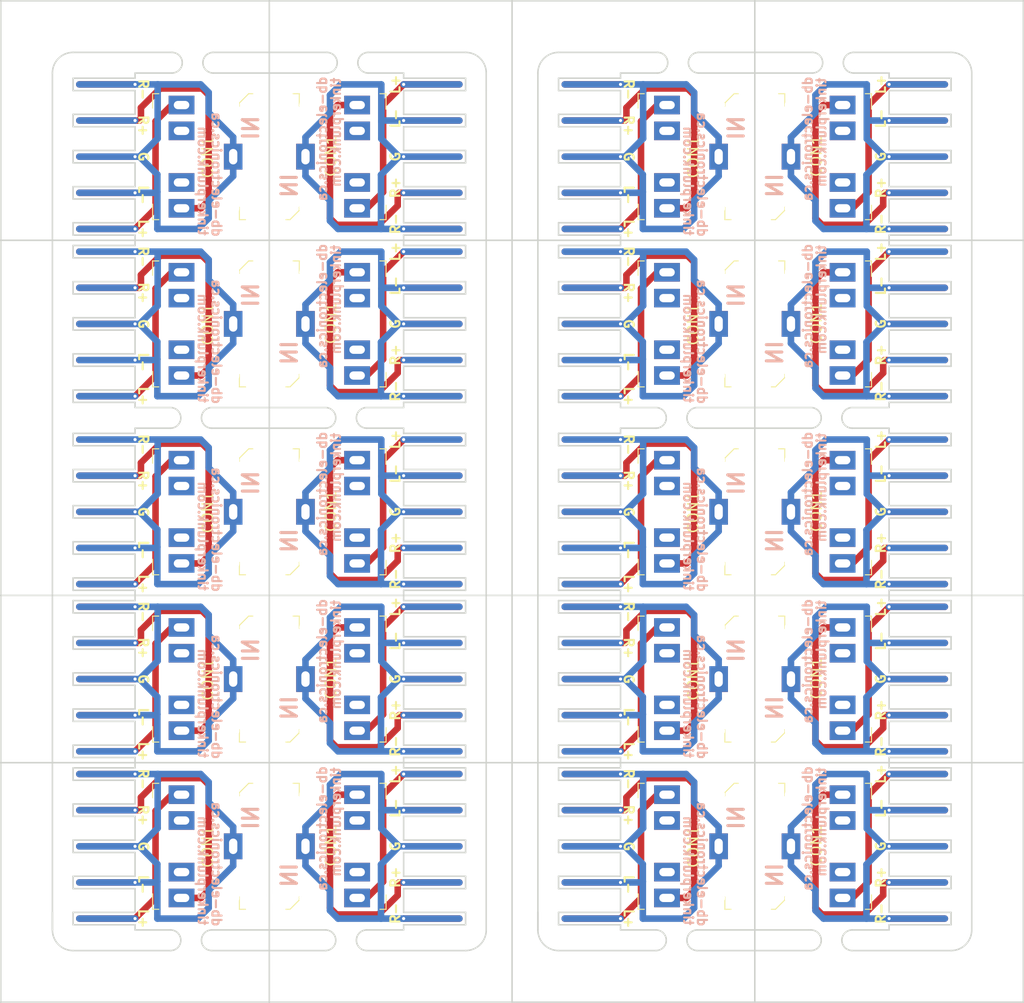
<source format=kicad_pcb>
(kicad_pcb (version 20171130) (host pcbnew "(5.1.0)-1")
  (title_block (title "Phoenix Connector Audio Adapter") (date 2018-03-30) (rev 0.1) (company "db Electronics") (comment 1 "Licensed Under The CERN OHL v.1.2") (comment 2 https://github.com/db-electronics/phoenix-audio-adapter-kicad))
  (layers (0 F.Cu signal) (31 B.Cu signal) (34 B.Paste user) (35 F.Paste user) (36 B.SilkS user) (37 F.SilkS user) (38 B.Mask user) (39 F.Mask user) (44 Edge.Cuts user))
  (net 0 "")
  (module Panelization:mouse-bite-2mm-slot (layer F.Cu) (at 156.12 62.304 180)
    (fp_text reference mouse-bite-2mm-slot hide)
    (fp_text value VAL** hide)
    (pad "" np_thru_hole circle (at 0 -0.75 180) (size 0.5 0.5) (drill 0.5) (layers *.Cu *.Mask))
    (pad "" np_thru_hole circle (at 0 0.75 180) (size 0.5 0.5) (drill 0.5) (layers *.Cu *.Mask))
    (pad "" np_thru_hole circle (at 0.75 -0.75 180) (size 0.5 0.5) (drill 0.5) (layers *.Cu *.Mask))
    (pad "" np_thru_hole circle (at -0.75 -0.75 180) (size 0.5 0.5) (drill 0.5) (layers *.Cu *.Mask))
    (pad "" np_thru_hole circle (at -0.75 0.75 180) (size 0.5 0.5) (drill 0.5) (layers *.Cu *.Mask))
    (pad "" np_thru_hole circle (at 0.75 0.75 180) (size 0.5 0.5) (drill 0.5) (layers *.Cu *.Mask))
  )
  (module Panelization:mouse-bite-2mm-slot (layer F.Cu) (at 141.12 62.304 180)
    (fp_text reference mouse-bite-2mm-slot hide)
    (fp_text value VAL** hide)
    (pad "" np_thru_hole circle (at 0.75 0.75 180) (size 0.5 0.5) (drill 0.5) (layers *.Cu *.Mask))
    (pad "" np_thru_hole circle (at -0.75 0.75 180) (size 0.5 0.5) (drill 0.5) (layers *.Cu *.Mask))
    (pad "" np_thru_hole circle (at -0.75 -0.75 180) (size 0.5 0.5) (drill 0.5) (layers *.Cu *.Mask))
    (pad "" np_thru_hole circle (at 0.75 -0.75 180) (size 0.5 0.5) (drill 0.5) (layers *.Cu *.Mask))
    (pad "" np_thru_hole circle (at 0 0.75 180) (size 0.5 0.5) (drill 0.5) (layers *.Cu *.Mask))
    (pad "" np_thru_hole circle (at 0 -0.75 180) (size 0.5 0.5) (drill 0.5) (layers *.Cu *.Mask))
  )
  (module Panelization:mouse-bite-2mm-slot (layer F.Cu) (at 155.98 147.304)
    (fp_text reference mouse-bite-2mm-slot hide)
    (fp_text value VAL** hide)
    (pad "" np_thru_hole circle (at 0 -0.75) (size 0.5 0.5) (drill 0.5) (layers *.Cu *.Mask))
    (pad "" np_thru_hole circle (at 0 0.75) (size 0.5 0.5) (drill 0.5) (layers *.Cu *.Mask))
    (pad "" np_thru_hole circle (at 0.75 -0.75) (size 0.5 0.5) (drill 0.5) (layers *.Cu *.Mask))
    (pad "" np_thru_hole circle (at -0.75 -0.75) (size 0.5 0.5) (drill 0.5) (layers *.Cu *.Mask))
    (pad "" np_thru_hole circle (at -0.75 0.75) (size 0.5 0.5) (drill 0.5) (layers *.Cu *.Mask))
    (pad "" np_thru_hole circle (at 0.75 0.75) (size 0.5 0.5) (drill 0.5) (layers *.Cu *.Mask))
  )
  (module Panelization:mouse-bite-2mm-slot (layer F.Cu) (at 140.98 147.304)
    (fp_text reference mouse-bite-2mm-slot hide)
    (fp_text value VAL** hide)
    (pad "" np_thru_hole circle (at 0.75 0.75) (size 0.5 0.5) (drill 0.5) (layers *.Cu *.Mask))
    (pad "" np_thru_hole circle (at -0.75 0.75) (size 0.5 0.5) (drill 0.5) (layers *.Cu *.Mask))
    (pad "" np_thru_hole circle (at -0.75 -0.75) (size 0.5 0.5) (drill 0.5) (layers *.Cu *.Mask))
    (pad "" np_thru_hole circle (at 0.75 -0.75) (size 0.5 0.5) (drill 0.5) (layers *.Cu *.Mask))
    (pad "" np_thru_hole circle (at 0 0.75) (size 0.5 0.5) (drill 0.5) (layers *.Cu *.Mask))
    (pad "" np_thru_hole circle (at 0 -0.75) (size 0.5 0.5) (drill 0.5) (layers *.Cu *.Mask))
  )
  (module Panelization:mouse-bite-2mm-slot (layer F.Cu) (at 155.98 147.304)
    (fp_text reference mouse-bite-2mm-slot hide)
    (fp_text value VAL** hide)
    (pad "" np_thru_hole circle (at 0 -0.75) (size 0.5 0.5) (drill 0.5) (layers *.Cu *.Mask))
    (pad "" np_thru_hole circle (at 0 0.75) (size 0.5 0.5) (drill 0.5) (layers *.Cu *.Mask))
    (pad "" np_thru_hole circle (at 0.75 -0.75) (size 0.5 0.5) (drill 0.5) (layers *.Cu *.Mask))
    (pad "" np_thru_hole circle (at -0.75 -0.75) (size 0.5 0.5) (drill 0.5) (layers *.Cu *.Mask))
    (pad "" np_thru_hole circle (at -0.75 0.75) (size 0.5 0.5) (drill 0.5) (layers *.Cu *.Mask))
    (pad "" np_thru_hole circle (at 0.75 0.75) (size 0.5 0.5) (drill 0.5) (layers *.Cu *.Mask))
  )
  (module Panelization:mouse-bite-2mm-slot (layer F.Cu) (at 141.12 62.304 180)
    (fp_text reference mouse-bite-2mm-slot hide)
    (fp_text value VAL** hide)
    (pad "" np_thru_hole circle (at 0.75 0.75 180) (size 0.5 0.5) (drill 0.5) (layers *.Cu *.Mask))
    (pad "" np_thru_hole circle (at -0.75 0.75 180) (size 0.5 0.5) (drill 0.5) (layers *.Cu *.Mask))
    (pad "" np_thru_hole circle (at -0.75 -0.75 180) (size 0.5 0.5) (drill 0.5) (layers *.Cu *.Mask))
    (pad "" np_thru_hole circle (at 0.75 -0.75 180) (size 0.5 0.5) (drill 0.5) (layers *.Cu *.Mask))
    (pad "" np_thru_hole circle (at 0 0.75 180) (size 0.5 0.5) (drill 0.5) (layers *.Cu *.Mask))
    (pad "" np_thru_hole circle (at 0 -0.75 180) (size 0.5 0.5) (drill 0.5) (layers *.Cu *.Mask))
  )
  (module Panelization:mouse-bite-2mm-slot (layer F.Cu) (at 155.98 96.704)
    (fp_text reference mouse-bite-2mm-slot hide)
    (fp_text value VAL** hide)
    (pad "" np_thru_hole circle (at 0.75 0.75) (size 0.5 0.5) (drill 0.5) (layers *.Cu *.Mask))
    (pad "" np_thru_hole circle (at -0.75 0.75) (size 0.5 0.5) (drill 0.5) (layers *.Cu *.Mask))
    (pad "" np_thru_hole circle (at -0.75 -0.75) (size 0.5 0.5) (drill 0.5) (layers *.Cu *.Mask))
    (pad "" np_thru_hole circle (at 0.75 -0.75) (size 0.5 0.5) (drill 0.5) (layers *.Cu *.Mask))
    (pad "" np_thru_hole circle (at 0 0.75) (size 0.5 0.5) (drill 0.5) (layers *.Cu *.Mask))
    (pad "" np_thru_hole circle (at 0 -0.75) (size 0.5 0.5) (drill 0.5) (layers *.Cu *.Mask))
  )
  (module Panelization:mouse-bite-2mm-slot (layer F.Cu) (at 140.98 96.704)
    (fp_text reference mouse-bite-2mm-slot hide)
    (fp_text value VAL** hide)
    (pad "" np_thru_hole circle (at 0 -0.75) (size 0.5 0.5) (drill 0.5) (layers *.Cu *.Mask))
    (pad "" np_thru_hole circle (at 0 0.75) (size 0.5 0.5) (drill 0.5) (layers *.Cu *.Mask))
    (pad "" np_thru_hole circle (at 0.75 -0.75) (size 0.5 0.5) (drill 0.5) (layers *.Cu *.Mask))
    (pad "" np_thru_hole circle (at -0.75 -0.75) (size 0.5 0.5) (drill 0.5) (layers *.Cu *.Mask))
    (pad "" np_thru_hole circle (at -0.75 0.75) (size 0.5 0.5) (drill 0.5) (layers *.Cu *.Mask))
    (pad "" np_thru_hole circle (at 0.75 0.75) (size 0.5 0.5) (drill 0.5) (layers *.Cu *.Mask))
  )
  (module headphone:Headphone_Jack_2.5mm_SJ1-3523N (layer F.Cu) (at 140.05 71.404 180)
    (fp_text reference CON1 (at -2.54 -0.0635 -90) (layer F.SilkS))
    (fp_text value Headphone_Jack_2.5mm_SJ1-3523N)
    (pad 10 thru_hole rect (at 0 2.5 180) (size 2.5 1.8) (drill oval 1.5 0.8) (layers *.Cu *.Mask))
    (pad 11 thru_hole rect (at 0 -2.5 180) (size 2.5 1.8) (drill oval 1.5 0.8) (layers *.Cu *.Mask))
    (pad "" np_thru_hole circle (at -7.5 5 180) (size 1.2 1.2) (drill 1.2) (layers *.Cu *.Mask))
    (pad "" np_thru_hole circle (at -5 5 180) (size 1.2 1.2) (drill 1.2) (layers *.Cu *.Mask))
    (pad "" np_thru_hole circle (at -7.5 -5 180) (size 1.2 1.2) (drill 1.2) (layers *.Cu *.Mask))
    (pad "" np_thru_hole circle (at -5 -5 180) (size 1.2 1.2) (drill 1.2) (layers *.Cu *.Mask))
    (pad "" np_thru_hole circle (at 0 0 180) (size 1.2 1.2) (drill 1.2) (layers *.Cu *.Mask))
    (pad 1 thru_hole rect (at -5 0 180) (size 1.8 2.5) (drill oval 0.8 1.5) (layers *.Cu *.Mask))
    (pad 2 thru_hole rect (at 0 5 180) (size 2.5 1.8) (drill oval 1.5 0.8) (layers *.Cu *.Mask))
    (pad 3 thru_hole rect (at 0 -5 180) (size 2.5 1.8) (drill oval 1.5 0.8) (layers *.Cu *.Mask))
  )
  (module headphone:Headphone_Jack_2.5mm_SJ1-3523N (layer F.Cu) (at 157.05 105.804)
    (fp_text reference CON1 (at -2.54 -0.0635 -270) (layer F.SilkS))
    (fp_text value Headphone_Jack_2.5mm_SJ1-3523N)
    (pad 3 thru_hole rect (at 0 -5) (size 2.5 1.8) (drill oval 1.5 0.8) (layers *.Cu *.Mask))
    (pad 2 thru_hole rect (at 0 5) (size 2.5 1.8) (drill oval 1.5 0.8) (layers *.Cu *.Mask))
    (pad 1 thru_hole rect (at -5 0) (size 1.8 2.5) (drill oval 0.8 1.5) (layers *.Cu *.Mask))
    (pad "" np_thru_hole circle (at 0 0) (size 1.2 1.2) (drill 1.2) (layers *.Cu *.Mask))
    (pad "" np_thru_hole circle (at -5 -5) (size 1.2 1.2) (drill 1.2) (layers *.Cu *.Mask))
    (pad "" np_thru_hole circle (at -7.5 -5) (size 1.2 1.2) (drill 1.2) (layers *.Cu *.Mask))
    (pad "" np_thru_hole circle (at -5 5) (size 1.2 1.2) (drill 1.2) (layers *.Cu *.Mask))
    (pad "" np_thru_hole circle (at -7.5 5) (size 1.2 1.2) (drill 1.2) (layers *.Cu *.Mask))
    (pad 11 thru_hole rect (at 0 -2.5) (size 2.5 1.8) (drill oval 1.5 0.8) (layers *.Cu *.Mask))
    (pad 10 thru_hole rect (at 0 2.5) (size 2.5 1.8) (drill oval 1.5 0.8) (layers *.Cu *.Mask))
  )
  (module headphone:Headphone_Jack_2.5mm_SJ1-3523N (layer F.Cu) (at 140.05 105.804 180)
    (fp_text reference CON1 (at -2.54 -0.0635 -90) (layer F.SilkS))
    (fp_text value Headphone_Jack_2.5mm_SJ1-3523N)
    (pad 10 thru_hole rect (at 0 2.5 180) (size 2.5 1.8) (drill oval 1.5 0.8) (layers *.Cu *.Mask))
    (pad 11 thru_hole rect (at 0 -2.5 180) (size 2.5 1.8) (drill oval 1.5 0.8) (layers *.Cu *.Mask))
    (pad "" np_thru_hole circle (at -7.5 5 180) (size 1.2 1.2) (drill 1.2) (layers *.Cu *.Mask))
    (pad "" np_thru_hole circle (at -5 5 180) (size 1.2 1.2) (drill 1.2) (layers *.Cu *.Mask))
    (pad "" np_thru_hole circle (at -7.5 -5 180) (size 1.2 1.2) (drill 1.2) (layers *.Cu *.Mask))
    (pad "" np_thru_hole circle (at -5 -5 180) (size 1.2 1.2) (drill 1.2) (layers *.Cu *.Mask))
    (pad "" np_thru_hole circle (at 0 0 180) (size 1.2 1.2) (drill 1.2) (layers *.Cu *.Mask))
    (pad 1 thru_hole rect (at -5 0 180) (size 1.8 2.5) (drill oval 0.8 1.5) (layers *.Cu *.Mask))
    (pad 2 thru_hole rect (at 0 5 180) (size 2.5 1.8) (drill oval 1.5 0.8) (layers *.Cu *.Mask))
    (pad 3 thru_hole rect (at 0 -5 180) (size 2.5 1.8) (drill oval 1.5 0.8) (layers *.Cu *.Mask))
  )
  (module headphone:Headphone_Jack_2.5mm_SJ1-3523N (layer F.Cu) (at 157.05 71.404)
    (fp_text reference CON1 (at -2.54 -0.0635 -270) (layer F.SilkS))
    (fp_text value Headphone_Jack_2.5mm_SJ1-3523N)
    (pad 3 thru_hole rect (at 0 -5) (size 2.5 1.8) (drill oval 1.5 0.8) (layers *.Cu *.Mask))
    (pad 2 thru_hole rect (at 0 5) (size 2.5 1.8) (drill oval 1.5 0.8) (layers *.Cu *.Mask))
    (pad 1 thru_hole rect (at -5 0) (size 1.8 2.5) (drill oval 0.8 1.5) (layers *.Cu *.Mask))
    (pad "" np_thru_hole circle (at 0 0) (size 1.2 1.2) (drill 1.2) (layers *.Cu *.Mask))
    (pad "" np_thru_hole circle (at -5 -5) (size 1.2 1.2) (drill 1.2) (layers *.Cu *.Mask))
    (pad "" np_thru_hole circle (at -7.5 -5) (size 1.2 1.2) (drill 1.2) (layers *.Cu *.Mask))
    (pad "" np_thru_hole circle (at -5 5) (size 1.2 1.2) (drill 1.2) (layers *.Cu *.Mask))
    (pad "" np_thru_hole circle (at -7.5 5) (size 1.2 1.2) (drill 1.2) (layers *.Cu *.Mask))
    (pad 11 thru_hole rect (at 0 -2.5) (size 2.5 1.8) (drill oval 1.5 0.8) (layers *.Cu *.Mask))
    (pad 10 thru_hole rect (at 0 2.5) (size 2.5 1.8) (drill oval 1.5 0.8) (layers *.Cu *.Mask))
  )
  (module headphone:Headphone_Jack_2.5mm_SJ1-3523N (layer F.Cu) (at 157.05 87.604)
    (fp_text reference CON1 (at -2.54 -0.0635 -270) (layer F.SilkS))
    (fp_text value Headphone_Jack_2.5mm_SJ1-3523N)
    (pad 10 thru_hole rect (at 0 2.5) (size 2.5 1.8) (drill oval 1.5 0.8) (layers *.Cu *.Mask))
    (pad 11 thru_hole rect (at 0 -2.5) (size 2.5 1.8) (drill oval 1.5 0.8) (layers *.Cu *.Mask))
    (pad "" np_thru_hole circle (at -7.5 5) (size 1.2 1.2) (drill 1.2) (layers *.Cu *.Mask))
    (pad "" np_thru_hole circle (at -5 5) (size 1.2 1.2) (drill 1.2) (layers *.Cu *.Mask))
    (pad "" np_thru_hole circle (at -7.5 -5) (size 1.2 1.2) (drill 1.2) (layers *.Cu *.Mask))
    (pad "" np_thru_hole circle (at -5 -5) (size 1.2 1.2) (drill 1.2) (layers *.Cu *.Mask))
    (pad "" np_thru_hole circle (at 0 0) (size 1.2 1.2) (drill 1.2) (layers *.Cu *.Mask))
    (pad 1 thru_hole rect (at -5 0) (size 1.8 2.5) (drill oval 0.8 1.5) (layers *.Cu *.Mask))
    (pad 2 thru_hole rect (at 0 5) (size 2.5 1.8) (drill oval 1.5 0.8) (layers *.Cu *.Mask))
    (pad 3 thru_hole rect (at 0 -5) (size 2.5 1.8) (drill oval 1.5 0.8) (layers *.Cu *.Mask))
  )
  (module headphone:Headphone_Jack_2.5mm_SJ1-3523N (layer F.Cu) (at 140.05 87.604 180)
    (fp_text reference CON1 (at -2.54 -0.0635 -90) (layer F.SilkS))
    (fp_text value Headphone_Jack_2.5mm_SJ1-3523N)
    (pad 3 thru_hole rect (at 0 -5 180) (size 2.5 1.8) (drill oval 1.5 0.8) (layers *.Cu *.Mask))
    (pad 2 thru_hole rect (at 0 5 180) (size 2.5 1.8) (drill oval 1.5 0.8) (layers *.Cu *.Mask))
    (pad 1 thru_hole rect (at -5 0 180) (size 1.8 2.5) (drill oval 0.8 1.5) (layers *.Cu *.Mask))
    (pad "" np_thru_hole circle (at 0 0 180) (size 1.2 1.2) (drill 1.2) (layers *.Cu *.Mask))
    (pad "" np_thru_hole circle (at -5 -5 180) (size 1.2 1.2) (drill 1.2) (layers *.Cu *.Mask))
    (pad "" np_thru_hole circle (at -7.5 -5 180) (size 1.2 1.2) (drill 1.2) (layers *.Cu *.Mask))
    (pad "" np_thru_hole circle (at -5 5 180) (size 1.2 1.2) (drill 1.2) (layers *.Cu *.Mask))
    (pad "" np_thru_hole circle (at -7.5 5 180) (size 1.2 1.2) (drill 1.2) (layers *.Cu *.Mask))
    (pad 11 thru_hole rect (at 0 -2.5 180) (size 2.5 1.8) (drill oval 1.5 0.8) (layers *.Cu *.Mask))
    (pad 10 thru_hole rect (at 0 2.5 180) (size 2.5 1.8) (drill oval 1.5 0.8) (layers *.Cu *.Mask))
  )
  (module headphone:Headphone_Jack_2.5mm_SJ1-3523N (layer F.Cu) (at 157.05 138.204)
    (fp_text reference CON1 (at -2.54 -0.0635 -270) (layer F.SilkS))
    (fp_text value Headphone_Jack_2.5mm_SJ1-3523N)
    (pad 10 thru_hole rect (at 0 2.5) (size 2.5 1.8) (drill oval 1.5 0.8) (layers *.Cu *.Mask))
    (pad 11 thru_hole rect (at 0 -2.5) (size 2.5 1.8) (drill oval 1.5 0.8) (layers *.Cu *.Mask))
    (pad "" np_thru_hole circle (at -7.5 5) (size 1.2 1.2) (drill 1.2) (layers *.Cu *.Mask))
    (pad "" np_thru_hole circle (at -5 5) (size 1.2 1.2) (drill 1.2) (layers *.Cu *.Mask))
    (pad "" np_thru_hole circle (at -7.5 -5) (size 1.2 1.2) (drill 1.2) (layers *.Cu *.Mask))
    (pad "" np_thru_hole circle (at -5 -5) (size 1.2 1.2) (drill 1.2) (layers *.Cu *.Mask))
    (pad "" np_thru_hole circle (at 0 0) (size 1.2 1.2) (drill 1.2) (layers *.Cu *.Mask))
    (pad 1 thru_hole rect (at -5 0) (size 1.8 2.5) (drill oval 0.8 1.5) (layers *.Cu *.Mask))
    (pad 2 thru_hole rect (at 0 5) (size 2.5 1.8) (drill oval 1.5 0.8) (layers *.Cu *.Mask))
    (pad 3 thru_hole rect (at 0 -5) (size 2.5 1.8) (drill oval 1.5 0.8) (layers *.Cu *.Mask))
  )
  (module headphone:Headphone_Jack_2.5mm_SJ1-3523N (layer F.Cu) (at 140.05 122.004 180)
    (fp_text reference CON1 (at -2.54 -0.0635 -90) (layer F.SilkS))
    (fp_text value Headphone_Jack_2.5mm_SJ1-3523N)
    (pad 10 thru_hole rect (at 0 2.5 180) (size 2.5 1.8) (drill oval 1.5 0.8) (layers *.Cu *.Mask))
    (pad 11 thru_hole rect (at 0 -2.5 180) (size 2.5 1.8) (drill oval 1.5 0.8) (layers *.Cu *.Mask))
    (pad "" np_thru_hole circle (at -7.5 5 180) (size 1.2 1.2) (drill 1.2) (layers *.Cu *.Mask))
    (pad "" np_thru_hole circle (at -5 5 180) (size 1.2 1.2) (drill 1.2) (layers *.Cu *.Mask))
    (pad "" np_thru_hole circle (at -7.5 -5 180) (size 1.2 1.2) (drill 1.2) (layers *.Cu *.Mask))
    (pad "" np_thru_hole circle (at -5 -5 180) (size 1.2 1.2) (drill 1.2) (layers *.Cu *.Mask))
    (pad "" np_thru_hole circle (at 0 0 180) (size 1.2 1.2) (drill 1.2) (layers *.Cu *.Mask))
    (pad 1 thru_hole rect (at -5 0 180) (size 1.8 2.5) (drill oval 0.8 1.5) (layers *.Cu *.Mask))
    (pad 2 thru_hole rect (at 0 5 180) (size 2.5 1.8) (drill oval 1.5 0.8) (layers *.Cu *.Mask))
    (pad 3 thru_hole rect (at 0 -5 180) (size 2.5 1.8) (drill oval 1.5 0.8) (layers *.Cu *.Mask))
  )
  (module headphone:Headphone_Jack_2.5mm_SJ1-3523N (layer F.Cu) (at 157.05 122.004)
    (fp_text reference CON1 (at -2.54 -0.0635 -270) (layer F.SilkS))
    (fp_text value Headphone_Jack_2.5mm_SJ1-3523N)
    (pad 3 thru_hole rect (at 0 -5) (size 2.5 1.8) (drill oval 1.5 0.8) (layers *.Cu *.Mask))
    (pad 2 thru_hole rect (at 0 5) (size 2.5 1.8) (drill oval 1.5 0.8) (layers *.Cu *.Mask))
    (pad 1 thru_hole rect (at -5 0) (size 1.8 2.5) (drill oval 0.8 1.5) (layers *.Cu *.Mask))
    (pad "" np_thru_hole circle (at 0 0) (size 1.2 1.2) (drill 1.2) (layers *.Cu *.Mask))
    (pad "" np_thru_hole circle (at -5 -5) (size 1.2 1.2) (drill 1.2) (layers *.Cu *.Mask))
    (pad "" np_thru_hole circle (at -7.5 -5) (size 1.2 1.2) (drill 1.2) (layers *.Cu *.Mask))
    (pad "" np_thru_hole circle (at -5 5) (size 1.2 1.2) (drill 1.2) (layers *.Cu *.Mask))
    (pad "" np_thru_hole circle (at -7.5 5) (size 1.2 1.2) (drill 1.2) (layers *.Cu *.Mask))
    (pad 11 thru_hole rect (at 0 -2.5) (size 2.5 1.8) (drill oval 1.5 0.8) (layers *.Cu *.Mask))
    (pad 10 thru_hole rect (at 0 2.5) (size 2.5 1.8) (drill oval 1.5 0.8) (layers *.Cu *.Mask))
  )
  (module headphone:Headphone_Jack_2.5mm_SJ1-3523N (layer F.Cu) (at 140.05 138.204 180)
    (fp_text reference CON1 (at -2.54 -0.0635 -90) (layer F.SilkS))
    (fp_text value Headphone_Jack_2.5mm_SJ1-3523N)
    (pad 3 thru_hole rect (at 0 -5 180) (size 2.5 1.8) (drill oval 1.5 0.8) (layers *.Cu *.Mask))
    (pad 2 thru_hole rect (at 0 5 180) (size 2.5 1.8) (drill oval 1.5 0.8) (layers *.Cu *.Mask))
    (pad 1 thru_hole rect (at -5 0 180) (size 1.8 2.5) (drill oval 0.8 1.5) (layers *.Cu *.Mask))
    (pad "" np_thru_hole circle (at 0 0 180) (size 1.2 1.2) (drill 1.2) (layers *.Cu *.Mask))
    (pad "" np_thru_hole circle (at -5 -5 180) (size 1.2 1.2) (drill 1.2) (layers *.Cu *.Mask))
    (pad "" np_thru_hole circle (at -7.5 -5 180) (size 1.2 1.2) (drill 1.2) (layers *.Cu *.Mask))
    (pad "" np_thru_hole circle (at -5 5 180) (size 1.2 1.2) (drill 1.2) (layers *.Cu *.Mask))
    (pad "" np_thru_hole circle (at -7.5 5 180) (size 1.2 1.2) (drill 1.2) (layers *.Cu *.Mask))
    (pad 11 thru_hole rect (at 0 -2.5 180) (size 2.5 1.8) (drill oval 1.5 0.8) (layers *.Cu *.Mask))
    (pad 10 thru_hole rect (at 0 2.5 180) (size 2.5 1.8) (drill oval 1.5 0.8) (layers *.Cu *.Mask))
  )
  (module Panelization:mouse-bite-2mm-slot (layer F.Cu) (at 94.12 62.304 180)
    (fp_text reference mouse-bite-2mm-slot hide)
    (fp_text value VAL** hide)
    (pad "" np_thru_hole circle (at 0 -0.75 180) (size 0.5 0.5) (drill 0.5) (layers *.Cu *.Mask))
    (pad "" np_thru_hole circle (at 0 0.75 180) (size 0.5 0.5) (drill 0.5) (layers *.Cu *.Mask))
    (pad "" np_thru_hole circle (at 0.75 -0.75 180) (size 0.5 0.5) (drill 0.5) (layers *.Cu *.Mask))
    (pad "" np_thru_hole circle (at -0.75 -0.75 180) (size 0.5 0.5) (drill 0.5) (layers *.Cu *.Mask))
    (pad "" np_thru_hole circle (at -0.75 0.75 180) (size 0.5 0.5) (drill 0.5) (layers *.Cu *.Mask))
    (pad "" np_thru_hole circle (at 0.75 0.75 180) (size 0.5 0.5) (drill 0.5) (layers *.Cu *.Mask))
  )
  (module Panelization:mouse-bite-2mm-slot (layer F.Cu) (at 109.12 62.304 180)
    (fp_text reference mouse-bite-2mm-slot hide)
    (fp_text value VAL** hide)
    (pad "" np_thru_hole circle (at 0.75 0.75 180) (size 0.5 0.5) (drill 0.5) (layers *.Cu *.Mask))
    (pad "" np_thru_hole circle (at -0.75 0.75 180) (size 0.5 0.5) (drill 0.5) (layers *.Cu *.Mask))
    (pad "" np_thru_hole circle (at -0.75 -0.75 180) (size 0.5 0.5) (drill 0.5) (layers *.Cu *.Mask))
    (pad "" np_thru_hole circle (at 0.75 -0.75 180) (size 0.5 0.5) (drill 0.5) (layers *.Cu *.Mask))
    (pad "" np_thru_hole circle (at 0 0.75 180) (size 0.5 0.5) (drill 0.5) (layers *.Cu *.Mask))
    (pad "" np_thru_hole circle (at 0 -0.75 180) (size 0.5 0.5) (drill 0.5) (layers *.Cu *.Mask))
  )
  (module Panelization:mouse-bite-2mm-slot (layer F.Cu) (at 94.12 62.304 180)
    (fp_text reference mouse-bite-2mm-slot hide)
    (fp_text value VAL** hide)
    (pad "" np_thru_hole circle (at 0 -0.75 180) (size 0.5 0.5) (drill 0.5) (layers *.Cu *.Mask))
    (pad "" np_thru_hole circle (at 0 0.75 180) (size 0.5 0.5) (drill 0.5) (layers *.Cu *.Mask))
    (pad "" np_thru_hole circle (at 0.75 -0.75 180) (size 0.5 0.5) (drill 0.5) (layers *.Cu *.Mask))
    (pad "" np_thru_hole circle (at -0.75 -0.75 180) (size 0.5 0.5) (drill 0.5) (layers *.Cu *.Mask))
    (pad "" np_thru_hole circle (at -0.75 0.75 180) (size 0.5 0.5) (drill 0.5) (layers *.Cu *.Mask))
    (pad "" np_thru_hole circle (at 0.75 0.75 180) (size 0.5 0.5) (drill 0.5) (layers *.Cu *.Mask))
  )
  (module Panelization:mouse-bite-2mm-slot (layer F.Cu) (at 108.98 147.304)
    (fp_text reference mouse-bite-2mm-slot hide)
    (fp_text value VAL** hide)
    (pad "" np_thru_hole circle (at 0.75 0.75) (size 0.5 0.5) (drill 0.5) (layers *.Cu *.Mask))
    (pad "" np_thru_hole circle (at -0.75 0.75) (size 0.5 0.5) (drill 0.5) (layers *.Cu *.Mask))
    (pad "" np_thru_hole circle (at -0.75 -0.75) (size 0.5 0.5) (drill 0.5) (layers *.Cu *.Mask))
    (pad "" np_thru_hole circle (at 0.75 -0.75) (size 0.5 0.5) (drill 0.5) (layers *.Cu *.Mask))
    (pad "" np_thru_hole circle (at 0 0.75) (size 0.5 0.5) (drill 0.5) (layers *.Cu *.Mask))
    (pad "" np_thru_hole circle (at 0 -0.75) (size 0.5 0.5) (drill 0.5) (layers *.Cu *.Mask))
  )
  (module Panelization:mouse-bite-2mm-slot (layer F.Cu) (at 108.98 147.304)
    (fp_text reference mouse-bite-2mm-slot hide)
    (fp_text value VAL** hide)
    (pad "" np_thru_hole circle (at 0.75 0.75) (size 0.5 0.5) (drill 0.5) (layers *.Cu *.Mask))
    (pad "" np_thru_hole circle (at -0.75 0.75) (size 0.5 0.5) (drill 0.5) (layers *.Cu *.Mask))
    (pad "" np_thru_hole circle (at -0.75 -0.75) (size 0.5 0.5) (drill 0.5) (layers *.Cu *.Mask))
    (pad "" np_thru_hole circle (at 0.75 -0.75) (size 0.5 0.5) (drill 0.5) (layers *.Cu *.Mask))
    (pad "" np_thru_hole circle (at 0 0.75) (size 0.5 0.5) (drill 0.5) (layers *.Cu *.Mask))
    (pad "" np_thru_hole circle (at 0 -0.75) (size 0.5 0.5) (drill 0.5) (layers *.Cu *.Mask))
  )
  (module Panelization:mouse-bite-2mm-slot (layer F.Cu) (at 93.98 147.304)
    (fp_text reference mouse-bite-2mm-slot hide)
    (fp_text value VAL** hide)
    (pad "" np_thru_hole circle (at 0 -0.75) (size 0.5 0.5) (drill 0.5) (layers *.Cu *.Mask))
    (pad "" np_thru_hole circle (at 0 0.75) (size 0.5 0.5) (drill 0.5) (layers *.Cu *.Mask))
    (pad "" np_thru_hole circle (at 0.75 -0.75) (size 0.5 0.5) (drill 0.5) (layers *.Cu *.Mask))
    (pad "" np_thru_hole circle (at -0.75 -0.75) (size 0.5 0.5) (drill 0.5) (layers *.Cu *.Mask))
    (pad "" np_thru_hole circle (at -0.75 0.75) (size 0.5 0.5) (drill 0.5) (layers *.Cu *.Mask))
    (pad "" np_thru_hole circle (at 0.75 0.75) (size 0.5 0.5) (drill 0.5) (layers *.Cu *.Mask))
  )
  (module Panelization:mouse-bite-2mm-slot (layer F.Cu) (at 108.98 96.704)
    (fp_text reference mouse-bite-2mm-slot hide)
    (fp_text value VAL** hide)
    (pad "" np_thru_hole circle (at 0 -0.75) (size 0.5 0.5) (drill 0.5) (layers *.Cu *.Mask))
    (pad "" np_thru_hole circle (at 0 0.75) (size 0.5 0.5) (drill 0.5) (layers *.Cu *.Mask))
    (pad "" np_thru_hole circle (at 0.75 -0.75) (size 0.5 0.5) (drill 0.5) (layers *.Cu *.Mask))
    (pad "" np_thru_hole circle (at -0.75 -0.75) (size 0.5 0.5) (drill 0.5) (layers *.Cu *.Mask))
    (pad "" np_thru_hole circle (at -0.75 0.75) (size 0.5 0.5) (drill 0.5) (layers *.Cu *.Mask))
    (pad "" np_thru_hole circle (at 0.75 0.75) (size 0.5 0.5) (drill 0.5) (layers *.Cu *.Mask))
  )
  (module Panelization:mouse-bite-2mm-slot (layer F.Cu) (at 93.98 96.704)
    (fp_text reference mouse-bite-2mm-slot hide)
    (fp_text value VAL** hide)
    (pad "" np_thru_hole circle (at 0.75 0.75) (size 0.5 0.5) (drill 0.5) (layers *.Cu *.Mask))
    (pad "" np_thru_hole circle (at -0.75 0.75) (size 0.5 0.5) (drill 0.5) (layers *.Cu *.Mask))
    (pad "" np_thru_hole circle (at -0.75 -0.75) (size 0.5 0.5) (drill 0.5) (layers *.Cu *.Mask))
    (pad "" np_thru_hole circle (at 0.75 -0.75) (size 0.5 0.5) (drill 0.5) (layers *.Cu *.Mask))
    (pad "" np_thru_hole circle (at 0 0.75) (size 0.5 0.5) (drill 0.5) (layers *.Cu *.Mask))
    (pad "" np_thru_hole circle (at 0 -0.75) (size 0.5 0.5) (drill 0.5) (layers *.Cu *.Mask))
  )
  (module headphone:Headphone_Jack_2.5mm_SJ1-3523N (layer F.Cu) (at 110.05 71.404)
    (fp_text reference CON1 (at -2.54 -0.0635 -270) (layer F.SilkS))
    (fp_text value Headphone_Jack_2.5mm_SJ1-3523N)
    (pad 10 thru_hole rect (at 0 2.5) (size 2.5 1.8) (drill oval 1.5 0.8) (layers *.Cu *.Mask))
    (pad 11 thru_hole rect (at 0 -2.5) (size 2.5 1.8) (drill oval 1.5 0.8) (layers *.Cu *.Mask))
    (pad "" np_thru_hole circle (at -7.5 5) (size 1.2 1.2) (drill 1.2) (layers *.Cu *.Mask))
    (pad "" np_thru_hole circle (at -5 5) (size 1.2 1.2) (drill 1.2) (layers *.Cu *.Mask))
    (pad "" np_thru_hole circle (at -7.5 -5) (size 1.2 1.2) (drill 1.2) (layers *.Cu *.Mask))
    (pad "" np_thru_hole circle (at -5 -5) (size 1.2 1.2) (drill 1.2) (layers *.Cu *.Mask))
    (pad "" np_thru_hole circle (at 0 0) (size 1.2 1.2) (drill 1.2) (layers *.Cu *.Mask))
    (pad 1 thru_hole rect (at -5 0) (size 1.8 2.5) (drill oval 0.8 1.5) (layers *.Cu *.Mask))
    (pad 2 thru_hole rect (at 0 5) (size 2.5 1.8) (drill oval 1.5 0.8) (layers *.Cu *.Mask))
    (pad 3 thru_hole rect (at 0 -5) (size 2.5 1.8) (drill oval 1.5 0.8) (layers *.Cu *.Mask))
  )
  (module headphone:Headphone_Jack_2.5mm_SJ1-3523N (layer F.Cu) (at 93.05 71.404 180)
    (fp_text reference CON1 (at -2.54 -0.0635 -90) (layer F.SilkS))
    (fp_text value Headphone_Jack_2.5mm_SJ1-3523N)
    (pad 3 thru_hole rect (at 0 -5 180) (size 2.5 1.8) (drill oval 1.5 0.8) (layers *.Cu *.Mask))
    (pad 2 thru_hole rect (at 0 5 180) (size 2.5 1.8) (drill oval 1.5 0.8) (layers *.Cu *.Mask))
    (pad 1 thru_hole rect (at -5 0 180) (size 1.8 2.5) (drill oval 0.8 1.5) (layers *.Cu *.Mask))
    (pad "" np_thru_hole circle (at 0 0 180) (size 1.2 1.2) (drill 1.2) (layers *.Cu *.Mask))
    (pad "" np_thru_hole circle (at -5 -5 180) (size 1.2 1.2) (drill 1.2) (layers *.Cu *.Mask))
    (pad "" np_thru_hole circle (at -7.5 -5 180) (size 1.2 1.2) (drill 1.2) (layers *.Cu *.Mask))
    (pad "" np_thru_hole circle (at -5 5 180) (size 1.2 1.2) (drill 1.2) (layers *.Cu *.Mask))
    (pad "" np_thru_hole circle (at -7.5 5 180) (size 1.2 1.2) (drill 1.2) (layers *.Cu *.Mask))
    (pad 11 thru_hole rect (at 0 -2.5 180) (size 2.5 1.8) (drill oval 1.5 0.8) (layers *.Cu *.Mask))
    (pad 10 thru_hole rect (at 0 2.5 180) (size 2.5 1.8) (drill oval 1.5 0.8) (layers *.Cu *.Mask))
  )
  (module headphone:Headphone_Jack_2.5mm_SJ1-3523N (layer F.Cu) (at 110.05 105.804)
    (fp_text reference CON1 (at -2.54 -0.0635 -270) (layer F.SilkS))
    (fp_text value Headphone_Jack_2.5mm_SJ1-3523N)
    (pad 10 thru_hole rect (at 0 2.5) (size 2.5 1.8) (drill oval 1.5 0.8) (layers *.Cu *.Mask))
    (pad 11 thru_hole rect (at 0 -2.5) (size 2.5 1.8) (drill oval 1.5 0.8) (layers *.Cu *.Mask))
    (pad "" np_thru_hole circle (at -7.5 5) (size 1.2 1.2) (drill 1.2) (layers *.Cu *.Mask))
    (pad "" np_thru_hole circle (at -5 5) (size 1.2 1.2) (drill 1.2) (layers *.Cu *.Mask))
    (pad "" np_thru_hole circle (at -7.5 -5) (size 1.2 1.2) (drill 1.2) (layers *.Cu *.Mask))
    (pad "" np_thru_hole circle (at -5 -5) (size 1.2 1.2) (drill 1.2) (layers *.Cu *.Mask))
    (pad "" np_thru_hole circle (at 0 0) (size 1.2 1.2) (drill 1.2) (layers *.Cu *.Mask))
    (pad 1 thru_hole rect (at -5 0) (size 1.8 2.5) (drill oval 0.8 1.5) (layers *.Cu *.Mask))
    (pad 2 thru_hole rect (at 0 5) (size 2.5 1.8) (drill oval 1.5 0.8) (layers *.Cu *.Mask))
    (pad 3 thru_hole rect (at 0 -5) (size 2.5 1.8) (drill oval 1.5 0.8) (layers *.Cu *.Mask))
  )
  (module headphone:Headphone_Jack_2.5mm_SJ1-3523N (layer F.Cu) (at 93.05 87.604 180)
    (fp_text reference CON1 (at -2.54 -0.0635 -90) (layer F.SilkS))
    (fp_text value Headphone_Jack_2.5mm_SJ1-3523N)
    (pad 10 thru_hole rect (at 0 2.5 180) (size 2.5 1.8) (drill oval 1.5 0.8) (layers *.Cu *.Mask))
    (pad 11 thru_hole rect (at 0 -2.5 180) (size 2.5 1.8) (drill oval 1.5 0.8) (layers *.Cu *.Mask))
    (pad "" np_thru_hole circle (at -7.5 5 180) (size 1.2 1.2) (drill 1.2) (layers *.Cu *.Mask))
    (pad "" np_thru_hole circle (at -5 5 180) (size 1.2 1.2) (drill 1.2) (layers *.Cu *.Mask))
    (pad "" np_thru_hole circle (at -7.5 -5 180) (size 1.2 1.2) (drill 1.2) (layers *.Cu *.Mask))
    (pad "" np_thru_hole circle (at -5 -5 180) (size 1.2 1.2) (drill 1.2) (layers *.Cu *.Mask))
    (pad "" np_thru_hole circle (at 0 0 180) (size 1.2 1.2) (drill 1.2) (layers *.Cu *.Mask))
    (pad 1 thru_hole rect (at -5 0 180) (size 1.8 2.5) (drill oval 0.8 1.5) (layers *.Cu *.Mask))
    (pad 2 thru_hole rect (at 0 5 180) (size 2.5 1.8) (drill oval 1.5 0.8) (layers *.Cu *.Mask))
    (pad 3 thru_hole rect (at 0 -5 180) (size 2.5 1.8) (drill oval 1.5 0.8) (layers *.Cu *.Mask))
  )
  (module headphone:Headphone_Jack_2.5mm_SJ1-3523N (layer F.Cu) (at 110.05 87.604)
    (fp_text reference CON1 (at -2.54 -0.0635 -270) (layer F.SilkS))
    (fp_text value Headphone_Jack_2.5mm_SJ1-3523N)
    (pad 3 thru_hole rect (at 0 -5) (size 2.5 1.8) (drill oval 1.5 0.8) (layers *.Cu *.Mask))
    (pad 2 thru_hole rect (at 0 5) (size 2.5 1.8) (drill oval 1.5 0.8) (layers *.Cu *.Mask))
    (pad 1 thru_hole rect (at -5 0) (size 1.8 2.5) (drill oval 0.8 1.5) (layers *.Cu *.Mask))
    (pad "" np_thru_hole circle (at 0 0) (size 1.2 1.2) (drill 1.2) (layers *.Cu *.Mask))
    (pad "" np_thru_hole circle (at -5 -5) (size 1.2 1.2) (drill 1.2) (layers *.Cu *.Mask))
    (pad "" np_thru_hole circle (at -7.5 -5) (size 1.2 1.2) (drill 1.2) (layers *.Cu *.Mask))
    (pad "" np_thru_hole circle (at -5 5) (size 1.2 1.2) (drill 1.2) (layers *.Cu *.Mask))
    (pad "" np_thru_hole circle (at -7.5 5) (size 1.2 1.2) (drill 1.2) (layers *.Cu *.Mask))
    (pad 11 thru_hole rect (at 0 -2.5) (size 2.5 1.8) (drill oval 1.5 0.8) (layers *.Cu *.Mask))
    (pad 10 thru_hole rect (at 0 2.5) (size 2.5 1.8) (drill oval 1.5 0.8) (layers *.Cu *.Mask))
  )
  (module headphone:Headphone_Jack_2.5mm_SJ1-3523N (layer F.Cu) (at 93.05 105.804 180)
    (fp_text reference CON1 (at -2.54 -0.0635 -90) (layer F.SilkS))
    (fp_text value Headphone_Jack_2.5mm_SJ1-3523N)
    (pad 3 thru_hole rect (at 0 -5 180) (size 2.5 1.8) (drill oval 1.5 0.8) (layers *.Cu *.Mask))
    (pad 2 thru_hole rect (at 0 5 180) (size 2.5 1.8) (drill oval 1.5 0.8) (layers *.Cu *.Mask))
    (pad 1 thru_hole rect (at -5 0 180) (size 1.8 2.5) (drill oval 0.8 1.5) (layers *.Cu *.Mask))
    (pad "" np_thru_hole circle (at 0 0 180) (size 1.2 1.2) (drill 1.2) (layers *.Cu *.Mask))
    (pad "" np_thru_hole circle (at -5 -5 180) (size 1.2 1.2) (drill 1.2) (layers *.Cu *.Mask))
    (pad "" np_thru_hole circle (at -7.5 -5 180) (size 1.2 1.2) (drill 1.2) (layers *.Cu *.Mask))
    (pad "" np_thru_hole circle (at -5 5 180) (size 1.2 1.2) (drill 1.2) (layers *.Cu *.Mask))
    (pad "" np_thru_hole circle (at -7.5 5 180) (size 1.2 1.2) (drill 1.2) (layers *.Cu *.Mask))
    (pad 11 thru_hole rect (at 0 -2.5 180) (size 2.5 1.8) (drill oval 1.5 0.8) (layers *.Cu *.Mask))
    (pad 10 thru_hole rect (at 0 2.5 180) (size 2.5 1.8) (drill oval 1.5 0.8) (layers *.Cu *.Mask))
  )
  (module headphone:Headphone_Jack_2.5mm_SJ1-3523N (layer F.Cu) (at 110.05 122.004)
    (fp_text reference CON1 (at -2.54 -0.0635 -270) (layer F.SilkS))
    (fp_text value Headphone_Jack_2.5mm_SJ1-3523N)
    (pad 10 thru_hole rect (at 0 2.5) (size 2.5 1.8) (drill oval 1.5 0.8) (layers *.Cu *.Mask))
    (pad 11 thru_hole rect (at 0 -2.5) (size 2.5 1.8) (drill oval 1.5 0.8) (layers *.Cu *.Mask))
    (pad "" np_thru_hole circle (at -7.5 5) (size 1.2 1.2) (drill 1.2) (layers *.Cu *.Mask))
    (pad "" np_thru_hole circle (at -5 5) (size 1.2 1.2) (drill 1.2) (layers *.Cu *.Mask))
    (pad "" np_thru_hole circle (at -7.5 -5) (size 1.2 1.2) (drill 1.2) (layers *.Cu *.Mask))
    (pad "" np_thru_hole circle (at -5 -5) (size 1.2 1.2) (drill 1.2) (layers *.Cu *.Mask))
    (pad "" np_thru_hole circle (at 0 0) (size 1.2 1.2) (drill 1.2) (layers *.Cu *.Mask))
    (pad 1 thru_hole rect (at -5 0) (size 1.8 2.5) (drill oval 0.8 1.5) (layers *.Cu *.Mask))
    (pad 2 thru_hole rect (at 0 5) (size 2.5 1.8) (drill oval 1.5 0.8) (layers *.Cu *.Mask))
    (pad 3 thru_hole rect (at 0 -5) (size 2.5 1.8) (drill oval 1.5 0.8) (layers *.Cu *.Mask))
  )
  (module headphone:Headphone_Jack_2.5mm_SJ1-3523N (layer F.Cu) (at 93.05 122.004 180)
    (fp_text reference CON1 (at -2.54 -0.0635 -90) (layer F.SilkS))
    (fp_text value Headphone_Jack_2.5mm_SJ1-3523N)
    (pad 3 thru_hole rect (at 0 -5 180) (size 2.5 1.8) (drill oval 1.5 0.8) (layers *.Cu *.Mask))
    (pad 2 thru_hole rect (at 0 5 180) (size 2.5 1.8) (drill oval 1.5 0.8) (layers *.Cu *.Mask))
    (pad 1 thru_hole rect (at -5 0 180) (size 1.8 2.5) (drill oval 0.8 1.5) (layers *.Cu *.Mask))
    (pad "" np_thru_hole circle (at 0 0 180) (size 1.2 1.2) (drill 1.2) (layers *.Cu *.Mask))
    (pad "" np_thru_hole circle (at -5 -5 180) (size 1.2 1.2) (drill 1.2) (layers *.Cu *.Mask))
    (pad "" np_thru_hole circle (at -7.5 -5 180) (size 1.2 1.2) (drill 1.2) (layers *.Cu *.Mask))
    (pad "" np_thru_hole circle (at -5 5 180) (size 1.2 1.2) (drill 1.2) (layers *.Cu *.Mask))
    (pad "" np_thru_hole circle (at -7.5 5 180) (size 1.2 1.2) (drill 1.2) (layers *.Cu *.Mask))
    (pad 11 thru_hole rect (at 0 -2.5 180) (size 2.5 1.8) (drill oval 1.5 0.8) (layers *.Cu *.Mask))
    (pad 10 thru_hole rect (at 0 2.5 180) (size 2.5 1.8) (drill oval 1.5 0.8) (layers *.Cu *.Mask))
  )
  (module headphone:Headphone_Jack_2.5mm_SJ1-3523N (layer F.Cu) (at 110.05 138.204)
    (fp_text reference CON1 (at -2.54 -0.0635 -270) (layer F.SilkS))
    (fp_text value Headphone_Jack_2.5mm_SJ1-3523N)
    (pad 3 thru_hole rect (at 0 -5) (size 2.5 1.8) (drill oval 1.5 0.8) (layers *.Cu *.Mask))
    (pad 2 thru_hole rect (at 0 5) (size 2.5 1.8) (drill oval 1.5 0.8) (layers *.Cu *.Mask))
    (pad 1 thru_hole rect (at -5 0) (size 1.8 2.5) (drill oval 0.8 1.5) (layers *.Cu *.Mask))
    (pad "" np_thru_hole circle (at 0 0) (size 1.2 1.2) (drill 1.2) (layers *.Cu *.Mask))
    (pad "" np_thru_hole circle (at -5 -5) (size 1.2 1.2) (drill 1.2) (layers *.Cu *.Mask))
    (pad "" np_thru_hole circle (at -7.5 -5) (size 1.2 1.2) (drill 1.2) (layers *.Cu *.Mask))
    (pad "" np_thru_hole circle (at -5 5) (size 1.2 1.2) (drill 1.2) (layers *.Cu *.Mask))
    (pad "" np_thru_hole circle (at -7.5 5) (size 1.2 1.2) (drill 1.2) (layers *.Cu *.Mask))
    (pad 11 thru_hole rect (at 0 -2.5) (size 2.5 1.8) (drill oval 1.5 0.8) (layers *.Cu *.Mask))
    (pad 10 thru_hole rect (at 0 2.5) (size 2.5 1.8) (drill oval 1.5 0.8) (layers *.Cu *.Mask))
  )
  (module headphone:Headphone_Jack_2.5mm_SJ1-3523N (layer F.Cu) (at 93.05 138.204 180)
    (fp_text reference CON1 (at -2.54 -0.0635 -90) (layer F.SilkS))
    (fp_text value Headphone_Jack_2.5mm_SJ1-3523N)
    (pad 10 thru_hole rect (at 0 2.5 180) (size 2.5 1.8) (drill oval 1.5 0.8) (layers *.Cu *.Mask))
    (pad 11 thru_hole rect (at 0 -2.5 180) (size 2.5 1.8) (drill oval 1.5 0.8) (layers *.Cu *.Mask))
    (pad "" np_thru_hole circle (at -7.5 5 180) (size 1.2 1.2) (drill 1.2) (layers *.Cu *.Mask))
    (pad "" np_thru_hole circle (at -5 5 180) (size 1.2 1.2) (drill 1.2) (layers *.Cu *.Mask))
    (pad "" np_thru_hole circle (at -7.5 -5 180) (size 1.2 1.2) (drill 1.2) (layers *.Cu *.Mask))
    (pad "" np_thru_hole circle (at -5 -5 180) (size 1.2 1.2) (drill 1.2) (layers *.Cu *.Mask))
    (pad "" np_thru_hole circle (at 0 0 180) (size 1.2 1.2) (drill 1.2) (layers *.Cu *.Mask))
    (pad 1 thru_hole rect (at -5 0 180) (size 1.8 2.5) (drill oval 0.8 1.5) (layers *.Cu *.Mask))
    (pad 2 thru_hole rect (at 0 5 180) (size 2.5 1.8) (drill oval 1.5 0.8) (layers *.Cu *.Mask))
    (pad 3 thru_hole rect (at 0 -5 180) (size 2.5 1.8) (drill oval 1.5 0.8) (layers *.Cu *.Mask))
  )
  (gr_arc (start 138.98 147.304) (end 138.98 148.304) (angle -180) (layer Edge.Cuts) (width 0.15))
  (gr_arc (start 142.98 147.304) (end 142.98 146.304) (angle -180) (layer Edge.Cuts) (width 0.15))
  (gr_arc (start 153.98 96.704) (end 153.98 97.704) (angle -180) (layer Edge.Cuts) (width 0.15))
  (gr_arc (start 142.98 96.704) (end 142.98 95.704) (angle -180) (layer Edge.Cuts) (width 0.15))
  (gr_line (start 148.55 97.704) (end 148.55 95.704) (layer Edge.Cuts) (width 0.15))
  (gr_arc (start 138.98 96.704) (end 138.98 97.704) (angle -180) (layer Edge.Cuts) (width 0.15))
  (gr_arc (start 157.98 96.704) (end 157.98 95.704) (angle -180) (layer Edge.Cuts) (width 0.15))
  (gr_arc (start 153.98 147.304) (end 153.98 148.304) (angle -180) (layer Edge.Cuts) (width 0.15))
  (gr_line (start 142.98 95.704) (end 153.98 95.704) (layer Edge.Cuts) (width 0.15))
  (gr_line (start 153.98 148.304) (end 142.98 148.304) (layer Edge.Cuts) (width 0.15))
  (gr_line (start 157.98 148.304) (end 167.55 148.304) (layer Edge.Cuts) (width 0.15))
  (gr_line (start 125.05 153.304) (end 174.55 153.304) (layer Edge.Cuts) (width 0.15))
  (gr_line (start 153.98 146.304) (end 142.98 146.304) (layer Edge.Cuts) (width 0.15))
  (gr_arc (start 167.55 63.304) (end 169.55 63.304) (angle -90) (layer Edge.Cuts) (width 0.15))
  (gr_arc (start 143.12 62.304) (end 143.12 61.304) (angle -180) (layer Edge.Cuts) (width 0.15))
  (gr_line (start 153.98 97.704) (end 142.98 97.704) (layer Edge.Cuts) (width 0.15))
  (gr_line (start 157.98 95.704) (end 161.55 95.704) (layer Edge.Cuts) (width 0.15))
  (gr_arc (start 139.12 62.304) (end 139.12 63.304) (angle -180) (layer Edge.Cuts) (width 0.15))
  (gr_arc (start 158.12 62.304) (end 158.12 61.304) (angle -180) (layer Edge.Cuts) (width 0.15))
  (gr_arc (start 157.98 147.304) (end 157.98 146.304) (angle -180) (layer Edge.Cuts) (width 0.15))
  (gr_arc (start 154.12 62.304) (end 154.12 63.304) (angle -180) (layer Edge.Cuts) (width 0.15))
  (gr_line (start 143.12 61.304) (end 154.12 61.304) (layer Edge.Cuts) (width 0.15))
  (gr_line (start 139.12 61.304) (end 129.55 61.304) (layer Edge.Cuts) (width 0.15))
  (gr_line (start 174.55 56.304) (end 125.05 56.304) (layer Edge.Cuts) (width 0.15))
  (gr_line (start 143.12 63.304) (end 154.12 63.304) (layer Edge.Cuts) (width 0.15))
  (gr_line (start 139.12 63.304) (end 135.55 63.304) (layer Edge.Cuts) (width 0.15))
  (gr_line (start 127.55 144.604) (end 127.55 146.304) (layer Edge.Cuts) (width 0.15))
  (gr_line (start 148.55 63.304) (end 148.55 56.304) (layer Edge.Cuts) (width 0.15))
  (gr_line (start 158.12 61.304) (end 167.55 61.304) (layer Edge.Cuts) (width 0.15))
  (gr_line (start 158.12 63.304) (end 161.55 63.304) (layer Edge.Cuts) (width 0.15))
  (gr_line (start 138.98 148.304) (end 129.55 148.304) (layer Edge.Cuts) (width 0.15))
  (gr_line (start 161.55 97.704) (end 157.98 97.704) (layer Edge.Cuts) (width 0.15))
  (gr_arc (start 129.55 146.304) (end 127.55 146.304) (angle -90) (layer Edge.Cuts) (width 0.15))
  (gr_line (start 135.55 97.704) (end 138.98 97.704) (layer Edge.Cuts) (width 0.15))
  (gr_line (start 135.55 109.904) (end 135.55 112.204) (layer Edge.Cuts) (width 0.15))
  (gr_line (start 167.55 98.204) (end 161.55 98.204) (layer Edge.Cuts) (width 0.15))
  (gr_line (start 135.55 102.904) (end 135.55 105.204) (layer Edge.Cuts) (width 0.15))
  (gr_line (start 135.55 98.204) (end 129.55 98.204) (layer Edge.Cuts) (width 0.15))
  (gr_line (start 129.55 99.404) (end 135.55 99.404) (layer Edge.Cuts) (width 0.15))
  (gr_line (start 129.55 113.404) (end 135.55 113.404) (layer Edge.Cuts) (width 0.15))
  (gr_line (start 129.55 102.904) (end 135.55 102.904) (layer Edge.Cuts) (width 0.15))
  (gr_line (start 167.55 106.404) (end 167.55 105.204) (layer Edge.Cuts) (width 0.15))
  (gr_line (start 129.55 112.204) (end 129.55 113.404) (layer Edge.Cuts) (width 0.15))
  (gr_line (start 135.55 97.704) (end 135.55 98.204) (layer Edge.Cuts) (width 0.15))
  (gr_line (start 135.55 101.704) (end 129.55 101.704) (layer Edge.Cuts) (width 0.15))
  (gr_line (start 129.55 98.204) (end 129.55 99.404) (layer Edge.Cuts) (width 0.15))
  (gr_line (start 135.55 108.704) (end 129.55 108.704) (layer Edge.Cuts) (width 0.15))
  (gr_line (start 161.55 105.204) (end 161.55 102.904) (layer Edge.Cuts) (width 0.15))
  (gr_line (start 161.55 113.404) (end 167.55 113.404) (layer Edge.Cuts) (width 0.15))
  (gr_line (start 148.55 97.704) (end 148.55 113.904) (layer Edge.Cuts) (width 0.15))
  (gr_line (start 129.55 106.404) (end 135.55 106.404) (layer Edge.Cuts) (width 0.15))
  (gr_line (start 129.55 109.904) (end 135.55 109.904) (layer Edge.Cuts) (width 0.15))
  (gr_line (start 161.55 99.404) (end 167.55 99.404) (layer Edge.Cuts) (width 0.15))
  (gr_line (start 129.55 105.204) (end 129.55 106.404) (layer Edge.Cuts) (width 0.15))
  (gr_line (start 135.55 99.404) (end 135.55 101.704) (layer Edge.Cuts) (width 0.15))
  (gr_line (start 135.55 105.204) (end 129.55 105.204) (layer Edge.Cuts) (width 0.15))
  (gr_line (start 135.55 112.204) (end 129.55 112.204) (layer Edge.Cuts) (width 0.15))
  (gr_line (start 129.55 101.704) (end 129.55 102.904) (layer Edge.Cuts) (width 0.15))
  (gr_line (start 161.55 112.204) (end 161.55 109.904) (layer Edge.Cuts) (width 0.15))
  (gr_line (start 161.55 106.404) (end 167.55 106.404) (layer Edge.Cuts) (width 0.15))
  (gr_line (start 161.55 98.204) (end 161.55 97.704) (layer Edge.Cuts) (width 0.15))
  (gr_line (start 167.55 90.504) (end 161.55 90.504) (layer Edge.Cuts) (width 0.15))
  (gr_line (start 135.55 91.704) (end 135.55 94.004) (layer Edge.Cuts) (width 0.15))
  (gr_line (start 135.55 79.504) (end 135.55 80.004) (layer Edge.Cuts) (width 0.15))
  (gr_line (start 135.55 84.704) (end 135.55 87.004) (layer Edge.Cuts) (width 0.15))
  (gr_line (start 161.55 95.704) (end 161.55 95.204) (layer Edge.Cuts) (width 0.15))
  (gr_line (start 167.55 84.704) (end 167.55 83.504) (layer Edge.Cuts) (width 0.15))
  (gr_line (start 148.55 79.504) (end 174.55 79.504) (layer Edge.Cuts) (width 0.15))
  (gr_line (start 135.55 88.204) (end 135.55 90.504) (layer Edge.Cuts) (width 0.15))
  (gr_line (start 161.55 83.504) (end 161.55 81.204) (layer Edge.Cuts) (width 0.15))
  (gr_line (start 135.55 95.204) (end 135.55 95.704) (layer Edge.Cuts) (width 0.15))
  (gr_line (start 135.55 80.004) (end 129.55 80.004) (layer Edge.Cuts) (width 0.15))
  (gr_line (start 148.55 79.504) (end 125.05 79.504) (layer Edge.Cuts) (width 0.15))
  (gr_line (start 135.55 90.504) (end 129.55 90.504) (layer Edge.Cuts) (width 0.15))
  (gr_line (start 161.55 94.004) (end 161.55 91.704) (layer Edge.Cuts) (width 0.15))
  (gr_line (start 161.55 81.204) (end 167.55 81.204) (layer Edge.Cuts) (width 0.15))
  (gr_line (start 167.55 94.004) (end 161.55 94.004) (layer Edge.Cuts) (width 0.15))
  (gr_line (start 161.55 80.004) (end 161.55 79.504) (layer Edge.Cuts) (width 0.15))
  (gr_line (start 135.55 81.204) (end 135.55 83.504) (layer Edge.Cuts) (width 0.15))
  (gr_line (start 129.55 91.704) (end 135.55 91.704) (layer Edge.Cuts) (width 0.15))
  (gr_line (start 129.55 95.204) (end 135.55 95.204) (layer Edge.Cuts) (width 0.15))
  (gr_line (start 129.55 88.204) (end 135.55 88.204) (layer Edge.Cuts) (width 0.15))
  (gr_line (start 167.55 91.704) (end 167.55 90.504) (layer Edge.Cuts) (width 0.15))
  (gr_line (start 129.55 84.704) (end 135.55 84.704) (layer Edge.Cuts) (width 0.15))
  (gr_line (start 135.55 106.404) (end 135.55 108.704) (layer Edge.Cuts) (width 0.15))
  (gr_line (start 135.55 87.004) (end 129.55 87.004) (layer Edge.Cuts) (width 0.15))
  (gr_line (start 138.98 95.704) (end 135.55 95.704) (layer Edge.Cuts) (width 0.15))
  (gr_line (start 129.55 94.004) (end 129.55 95.204) (layer Edge.Cuts) (width 0.15))
  (gr_line (start 135.55 83.504) (end 129.55 83.504) (layer Edge.Cuts) (width 0.15))
  (gr_line (start 167.55 81.204) (end 167.55 80.004) (layer Edge.Cuts) (width 0.15))
  (gr_line (start 129.55 108.704) (end 129.55 109.904) (layer Edge.Cuts) (width 0.15))
  (gr_line (start 161.55 84.704) (end 167.55 84.704) (layer Edge.Cuts) (width 0.15))
  (gr_line (start 161.55 91.704) (end 167.55 91.704) (layer Edge.Cuts) (width 0.15))
  (gr_line (start 167.55 83.504) (end 161.55 83.504) (layer Edge.Cuts) (width 0.15))
  (gr_line (start 129.55 87.004) (end 129.55 88.204) (layer Edge.Cuts) (width 0.15))
  (gr_line (start 167.55 88.204) (end 167.55 87.004) (layer Edge.Cuts) (width 0.15))
  (gr_line (start 161.55 90.504) (end 161.55 88.204) (layer Edge.Cuts) (width 0.15))
  (gr_line (start 167.55 95.204) (end 167.55 94.004) (layer Edge.Cuts) (width 0.15))
  (gr_line (start 129.55 81.204) (end 135.55 81.204) (layer Edge.Cuts) (width 0.15))
  (gr_line (start 129.55 83.504) (end 129.55 84.704) (layer Edge.Cuts) (width 0.15))
  (gr_line (start 148.55 79.504) (end 148.55 95.704) (layer Edge.Cuts) (width 0.15))
  (gr_line (start 135.55 94.004) (end 129.55 94.004) (layer Edge.Cuts) (width 0.15))
  (gr_line (start 167.55 80.004) (end 161.55 80.004) (layer Edge.Cuts) (width 0.15))
  (gr_line (start 129.55 90.504) (end 129.55 91.704) (layer Edge.Cuts) (width 0.15))
  (gr_line (start 161.55 95.204) (end 167.55 95.204) (layer Edge.Cuts) (width 0.15))
  (gr_line (start 161.55 88.204) (end 167.55 88.204) (layer Edge.Cuts) (width 0.15))
  (gr_line (start 135.55 113.404) (end 135.55 113.904) (layer Edge.Cuts) (width 0.15))
  (gr_line (start 129.55 80.004) (end 129.55 81.204) (layer Edge.Cuts) (width 0.15))
  (gr_line (start 161.55 87.004) (end 161.55 84.704) (layer Edge.Cuts) (width 0.15))
  (gr_line (start 167.55 87.004) (end 161.55 87.004) (layer Edge.Cuts) (width 0.15))
  (gr_text L- (at 136.35 125.704 270) (layer F.SilkS) (effects (font (size 0.889 0.889) (thickness 0.2032))))
  (gr_text G (at 160.75 87.604 90) (layer F.SilkS) (effects (font (size 0.889 0.889) (thickness 0.2032))))
  (gr_text IN (at 150.486 90.398 90) (layer B.SilkS) (effects (font (size 1.5 1.5) (thickness 0.3)) (justify mirror)))
  (gr_text G (at 136.35 122.004 270) (layer F.SilkS) (effects (font (size 0.889 0.889) (thickness 0.2032))))
  (gr_text tinkerplunk.com (at 142.1055 124.3535 270) (layer B.SilkS) (effects (font (size 0.889 0.889) (thickness 0.2032)) (justify mirror)))
  (gr_text R- (at 136.35 115.504 270) (layer F.SilkS) (effects (font (size 0.889 0.889) (thickness 0.2032))))
  (gr_text G (at 160.75 122.004 90) (layer F.SilkS) (effects (font (size 0.889 0.889) (thickness 0.2032))))
  (gr_text tinkerplunk.com (at 154.9945 119.6545 90) (layer B.SilkS) (effects (font (size 0.889 0.889) (thickness 0.2032)) (justify mirror)))
  (gr_text R+ (at 160.75 125.004 90) (layer F.SilkS) (effects (font (size 0.889 0.889) (thickness 0.2032))))
  (gr_text IN (at 146.614 119.21 270) (layer B.SilkS) (effects (font (size 1.5 1.5) (thickness 0.3)) (justify mirror)))
  (gr_text L+ (at 160.75 115.004 90) (layer F.SilkS) (effects (font (size 0.889 0.889) (thickness 0.2032))))
  (gr_text R+ (at 160.75 90.604 90) (layer F.SilkS) (effects (font (size 0.889 0.889) (thickness 0.2032))))
  (gr_text G (at 136.35 87.604 270) (layer F.SilkS) (effects (font (size 0.889 0.889) (thickness 0.2032))))
  (gr_text L- (at 136.35 91.304 270) (layer F.SilkS) (effects (font (size 0.889 0.889) (thickness 0.2032))))
  (gr_text tinkerplunk.com (at 154.9945 85.2545 90) (layer B.SilkS) (effects (font (size 0.889 0.889) (thickness 0.2032)) (justify mirror)))
  (gr_text IN (at 150.486 124.798 90) (layer B.SilkS) (effects (font (size 1.5 1.5) (thickness 0.3)) (justify mirror)))
  (gr_text L+ (at 160.75 80.604 90) (layer F.SilkS) (effects (font (size 0.889 0.889) (thickness 0.2032))))
  (gr_text R+ (at 136.35 119.004 270) (layer F.SilkS) (effects (font (size 0.889 0.889) (thickness 0.2032))))
  (gr_text tinkerplunk.com (at 142.1055 89.9535 270) (layer B.SilkS) (effects (font (size 0.889 0.889) (thickness 0.2032)) (justify mirror)))
  (gr_text L+ (at 136.35 129.004 270) (layer F.SilkS) (effects (font (size 0.889 0.889) (thickness 0.2032))))
  (gr_text R- (at 160.75 128.504 90) (layer F.SilkS) (effects (font (size 0.889 0.889) (thickness 0.2032))))
  (gr_text IN (at 146.614 84.81 270) (layer B.SilkS) (effects (font (size 1.5 1.5) (thickness 0.3)) (justify mirror)))
  (gr_text L- (at 160.75 118.304 90) (layer F.SilkS) (effects (font (size 0.889 0.889) (thickness 0.2032))))
  (gr_text R- (at 136.35 81.104 270) (layer F.SilkS) (effects (font (size 0.889 0.889) (thickness 0.2032))))
  (gr_text db-electronics.ca (at 143.439 123.7185 270) (layer B.SilkS) (effects (font (size 0.889 0.889) (thickness 0.2032)) (justify mirror)))
  (gr_text db-electronics.ca (at 153.661 120.2895 90) (layer B.SilkS) (effects (font (size 0.889 0.889) (thickness 0.2032)) (justify mirror)))
  (gr_text G (at 136.35 138.204 270) (layer F.SilkS) (effects (font (size 0.889 0.889) (thickness 0.2032))))
  (gr_text G (at 160.75 105.804 90) (layer F.SilkS) (effects (font (size 0.889 0.889) (thickness 0.2032))))
  (gr_text L+ (at 136.35 145.204 270) (layer F.SilkS) (effects (font (size 0.889 0.889) (thickness 0.2032))))
  (gr_text R+ (at 136.35 84.604 270) (layer F.SilkS) (effects (font (size 0.889 0.889) (thickness 0.2032))))
  (gr_text L+ (at 136.35 94.604 270) (layer F.SilkS) (effects (font (size 0.889 0.889) (thickness 0.2032))))
  (gr_text R- (at 160.75 94.104 90) (layer F.SilkS) (effects (font (size 0.889 0.889) (thickness 0.2032))))
  (gr_text L- (at 160.75 83.904 90) (layer F.SilkS) (effects (font (size 0.889 0.889) (thickness 0.2032))))
  (gr_text db-electronics.ca (at 143.439 89.3185 270) (layer B.SilkS) (effects (font (size 0.889 0.889) (thickness 0.2032)) (justify mirror)))
  (gr_text R- (at 136.35 99.304 270) (layer F.SilkS) (effects (font (size 0.889 0.889) (thickness 0.2032))))
  (gr_text L- (at 136.35 141.904 270) (layer F.SilkS) (effects (font (size 0.889 0.889) (thickness 0.2032))))
  (gr_text R+ (at 160.75 108.804 90) (layer F.SilkS) (effects (font (size 0.889 0.889) (thickness 0.2032))))
  (gr_text db-electronics.ca (at 153.661 85.8895 90) (layer B.SilkS) (effects (font (size 0.889 0.889) (thickness 0.2032)) (justify mirror)))
  (gr_text G (at 136.35 105.804 270) (layer F.SilkS) (effects (font (size 0.889 0.889) (thickness 0.2032))))
  (gr_text L+ (at 136.35 112.804 270) (layer F.SilkS) (effects (font (size 0.889 0.889) (thickness 0.2032))))
  (gr_text L+ (at 160.75 98.804 90) (layer F.SilkS) (effects (font (size 0.889 0.889) (thickness 0.2032))))
  (gr_text L- (at 136.35 109.504 270) (layer F.SilkS) (effects (font (size 0.889 0.889) (thickness 0.2032))))
  (gr_text R- (at 160.75 112.304 90) (layer F.SilkS) (effects (font (size 0.889 0.889) (thickness 0.2032))))
  (gr_text tinkerplunk.com (at 154.9945 103.4545 90) (layer B.SilkS) (effects (font (size 0.889 0.889) (thickness 0.2032)) (justify mirror)))
  (gr_text db-electronics.ca (at 153.661 104.0895 90) (layer B.SilkS) (effects (font (size 0.889 0.889) (thickness 0.2032)) (justify mirror)))
  (gr_text R+ (at 136.35 135.204 270) (layer F.SilkS) (effects (font (size 0.889 0.889) (thickness 0.2032))))
  (gr_text db-electronics.ca (at 143.439 139.9185 270) (layer B.SilkS) (effects (font (size 0.889 0.889) (thickness 0.2032)) (justify mirror)))
  (gr_text R+ (at 136.35 102.804 270) (layer F.SilkS) (effects (font (size 0.889 0.889) (thickness 0.2032))))
  (gr_text db-electronics.ca (at 143.439 107.5185 270) (layer B.SilkS) (effects (font (size 0.889 0.889) (thickness 0.2032)) (justify mirror)))
  (gr_text tinkerplunk.com (at 142.1055 108.1535 270) (layer B.SilkS) (effects (font (size 0.889 0.889) (thickness 0.2032)) (justify mirror)))
  (gr_text tinkerplunk.com (at 142.1055 140.5535 270) (layer B.SilkS) (effects (font (size 0.889 0.889) (thickness 0.2032)) (justify mirror)))
  (gr_text IN (at 146.614 103.01 270) (layer B.SilkS) (effects (font (size 1.5 1.5) (thickness 0.3)) (justify mirror)))
  (gr_text L- (at 160.75 102.104 90) (layer F.SilkS) (effects (font (size 0.889 0.889) (thickness 0.2032))))
  (gr_text IN (at 150.486 108.598 90) (layer B.SilkS) (effects (font (size 1.5 1.5) (thickness 0.3)) (justify mirror)))
  (gr_text IN (at 146.614 135.41 270) (layer B.SilkS) (effects (font (size 1.5 1.5) (thickness 0.3)) (justify mirror)))
  (gr_text R- (at 136.35 131.704 270) (layer F.SilkS) (effects (font (size 0.889 0.889) (thickness 0.2032))))
  (gr_arc (start 129.55 63.304) (end 129.55 61.304) (angle -90) (layer Edge.Cuts) (width 0.15))
  (gr_line (start 169.55 146.304) (end 169.55 65.004) (layer Edge.Cuts) (width 0.15))
  (gr_line (start 174.55 153.304) (end 174.55 56.304) (layer Edge.Cuts) (width 0.15))
  (gr_line (start 127.55 146.304) (end 127.55 63.304) (layer Edge.Cuts) (width 0.15))
  (gr_arc (start 167.55 146.304) (end 167.55 148.304) (angle -90) (layer Edge.Cuts) (width 0.15))
  (gr_text L- (at 136.35 75.104 270) (layer F.SilkS) (effects (font (size 0.889 0.889) (thickness 0.2032))))
  (gr_text L- (at 160.75 67.704 90) (layer F.SilkS) (effects (font (size 0.889 0.889) (thickness 0.2032))))
  (gr_text tinkerplunk.com (at 142.1055 73.7535 270) (layer B.SilkS) (effects (font (size 0.889 0.889) (thickness 0.2032)) (justify mirror)))
  (gr_text G (at 160.75 71.404 90) (layer F.SilkS) (effects (font (size 0.889 0.889) (thickness 0.2032))))
  (gr_text R+ (at 136.35 68.404 270) (layer F.SilkS) (effects (font (size 0.889 0.889) (thickness 0.2032))))
  (gr_text R+ (at 160.75 74.404 90) (layer F.SilkS) (effects (font (size 0.889 0.889) (thickness 0.2032))))
  (gr_text db-electronics.ca (at 143.439 73.1185 270) (layer B.SilkS) (effects (font (size 0.889 0.889) (thickness 0.2032)) (justify mirror)))
  (gr_text R- (at 136.35 64.904 270) (layer F.SilkS) (effects (font (size 0.889 0.889) (thickness 0.2032))))
  (gr_text L+ (at 160.75 64.404 90) (layer F.SilkS) (effects (font (size 0.889 0.889) (thickness 0.2032))))
  (gr_text IN (at 150.486 74.198 90) (layer B.SilkS) (effects (font (size 1.5 1.5) (thickness 0.3)) (justify mirror)))
  (gr_text IN (at 146.614 68.61 270) (layer B.SilkS) (effects (font (size 1.5 1.5) (thickness 0.3)) (justify mirror)))
  (gr_text R- (at 160.75 77.904 90) (layer F.SilkS) (effects (font (size 0.889 0.889) (thickness 0.2032))))
  (gr_text tinkerplunk.com (at 154.9945 69.0545 90) (layer B.SilkS) (effects (font (size 0.889 0.889) (thickness 0.2032)) (justify mirror)))
  (gr_text db-electronics.ca (at 153.661 69.6895 90) (layer B.SilkS) (effects (font (size 0.889 0.889) (thickness 0.2032)) (justify mirror)))
  (gr_text G (at 136.35 71.404 270) (layer F.SilkS) (effects (font (size 0.889 0.889) (thickness 0.2032))))
  (gr_text L+ (at 136.35 78.404 270) (layer F.SilkS) (effects (font (size 0.889 0.889) (thickness 0.2032))))
  (gr_line (start 148.55 113.904) (end 148.55 130.104) (layer Edge.Cuts) (width 0.15))
  (gr_line (start 129.55 121.404) (end 129.55 122.604) (layer Edge.Cuts) (width 0.15))
  (gr_line (start 129.55 124.904) (end 129.55 126.104) (layer Edge.Cuts) (width 0.15))
  (gr_line (start 135.55 122.604) (end 135.55 124.904) (layer Edge.Cuts) (width 0.15))
  (gr_line (start 148.55 113.904) (end 125.05 113.904) (layer Edge.Cuts) (width 0.15))
  (gr_line (start 129.55 128.404) (end 129.55 129.604) (layer Edge.Cuts) (width 0.15))
  (gr_line (start 135.55 124.904) (end 129.55 124.904) (layer Edge.Cuts) (width 0.15))
  (gr_line (start 129.55 122.604) (end 135.55 122.604) (layer Edge.Cuts) (width 0.15))
  (gr_line (start 135.55 129.604) (end 135.55 130.104) (layer Edge.Cuts) (width 0.15))
  (gr_line (start 129.55 114.404) (end 129.55 115.604) (layer Edge.Cuts) (width 0.15))
  (gr_line (start 161.55 129.604) (end 167.55 129.604) (layer Edge.Cuts) (width 0.15))
  (gr_line (start 129.55 115.604) (end 135.55 115.604) (layer Edge.Cuts) (width 0.15))
  (gr_line (start 161.55 126.104) (end 167.55 126.104) (layer Edge.Cuts) (width 0.15))
  (gr_line (start 161.55 128.404) (end 161.55 126.104) (layer Edge.Cuts) (width 0.15))
  (gr_line (start 167.55 124.904) (end 161.55 124.904) (layer Edge.Cuts) (width 0.15))
  (gr_line (start 167.55 117.904) (end 161.55 117.904) (layer Edge.Cuts) (width 0.15))
  (gr_line (start 161.55 121.404) (end 161.55 119.104) (layer Edge.Cuts) (width 0.15))
  (gr_line (start 167.55 114.404) (end 161.55 114.404) (layer Edge.Cuts) (width 0.15))
  (gr_line (start 167.55 126.104) (end 167.55 124.904) (layer Edge.Cuts) (width 0.15))
  (gr_line (start 148.55 113.904) (end 174.55 113.904) (layer Edge.Cuts) (width 0.15))
  (gr_line (start 161.55 115.604) (end 167.55 115.604) (layer Edge.Cuts) (width 0.15))
  (gr_line (start 167.55 119.104) (end 167.55 117.904) (layer Edge.Cuts) (width 0.15))
  (gr_line (start 167.55 122.604) (end 167.55 121.404) (layer Edge.Cuts) (width 0.15))
  (gr_line (start 135.55 113.904) (end 135.55 114.404) (layer Edge.Cuts) (width 0.15))
  (gr_line (start 129.55 117.904) (end 129.55 119.104) (layer Edge.Cuts) (width 0.15))
  (gr_line (start 167.55 128.404) (end 161.55 128.404) (layer Edge.Cuts) (width 0.15))
  (gr_line (start 167.55 121.404) (end 161.55 121.404) (layer Edge.Cuts) (width 0.15))
  (gr_line (start 135.55 119.104) (end 135.55 121.404) (layer Edge.Cuts) (width 0.15))
  (gr_line (start 161.55 122.604) (end 167.55 122.604) (layer Edge.Cuts) (width 0.15))
  (gr_line (start 161.55 119.104) (end 167.55 119.104) (layer Edge.Cuts) (width 0.15))
  (gr_line (start 161.55 114.404) (end 161.55 113.904) (layer Edge.Cuts) (width 0.15))
  (gr_line (start 135.55 126.104) (end 135.55 128.404) (layer Edge.Cuts) (width 0.15))
  (gr_line (start 161.55 124.904) (end 161.55 122.604) (layer Edge.Cuts) (width 0.15))
  (gr_line (start 167.55 129.604) (end 167.55 128.404) (layer Edge.Cuts) (width 0.15))
  (gr_line (start 161.55 130.104) (end 161.55 129.604) (layer Edge.Cuts) (width 0.15))
  (gr_line (start 167.55 115.604) (end 167.55 114.404) (layer Edge.Cuts) (width 0.15))
  (gr_line (start 135.55 115.604) (end 135.55 117.904) (layer Edge.Cuts) (width 0.15))
  (gr_line (start 129.55 126.104) (end 135.55 126.104) (layer Edge.Cuts) (width 0.15))
  (gr_line (start 135.55 114.404) (end 129.55 114.404) (layer Edge.Cuts) (width 0.15))
  (gr_line (start 129.55 129.604) (end 135.55 129.604) (layer Edge.Cuts) (width 0.15))
  (gr_line (start 135.55 121.404) (end 129.55 121.404) (layer Edge.Cuts) (width 0.15))
  (gr_line (start 135.55 117.904) (end 129.55 117.904) (layer Edge.Cuts) (width 0.15))
  (gr_line (start 129.55 119.104) (end 135.55 119.104) (layer Edge.Cuts) (width 0.15))
  (gr_line (start 161.55 117.904) (end 161.55 115.604) (layer Edge.Cuts) (width 0.15))
  (gr_line (start 135.55 128.404) (end 129.55 128.404) (layer Edge.Cuts) (width 0.15))
  (gr_text R+ (at 160.75 141.204 90) (layer F.SilkS) (effects (font (size 0.889 0.889) (thickness 0.2032))))
  (gr_text R- (at 160.75 144.704 90) (layer F.SilkS) (effects (font (size 0.889 0.889) (thickness 0.2032))))
  (gr_text tinkerplunk.com (at 154.9945 135.8545 90) (layer B.SilkS) (effects (font (size 0.889 0.889) (thickness 0.2032)) (justify mirror)))
  (gr_text L- (at 160.75 134.504 90) (layer F.SilkS) (effects (font (size 0.889 0.889) (thickness 0.2032))))
  (gr_text L+ (at 160.75 131.204 90) (layer F.SilkS) (effects (font (size 0.889 0.889) (thickness 0.2032))))
  (gr_text IN (at 150.486 140.998 90) (layer B.SilkS) (effects (font (size 1.5 1.5) (thickness 0.3)) (justify mirror)))
  (gr_text db-electronics.ca (at 153.661 136.4895 90) (layer B.SilkS) (effects (font (size 0.889 0.889) (thickness 0.2032)) (justify mirror)))
  (gr_text G (at 160.75 138.204 90) (layer F.SilkS) (effects (font (size 0.889 0.889) (thickness 0.2032))))
  (gr_line (start 161.55 102.904) (end 167.55 102.904) (layer Edge.Cuts) (width 0.15))
  (gr_line (start 167.55 112.204) (end 161.55 112.204) (layer Edge.Cuts) (width 0.15))
  (gr_line (start 167.55 105.204) (end 161.55 105.204) (layer Edge.Cuts) (width 0.15))
  (gr_line (start 167.55 101.704) (end 161.55 101.704) (layer Edge.Cuts) (width 0.15))
  (gr_line (start 167.55 102.904) (end 167.55 101.704) (layer Edge.Cuts) (width 0.15))
  (gr_line (start 167.55 113.404) (end 167.55 112.204) (layer Edge.Cuts) (width 0.15))
  (gr_line (start 167.55 108.704) (end 161.55 108.704) (layer Edge.Cuts) (width 0.15))
  (gr_line (start 167.55 109.904) (end 167.55 108.704) (layer Edge.Cuts) (width 0.15))
  (gr_line (start 161.55 108.704) (end 161.55 106.404) (layer Edge.Cuts) (width 0.15))
  (gr_line (start 161.55 101.704) (end 161.55 99.404) (layer Edge.Cuts) (width 0.15))
  (gr_line (start 167.55 99.404) (end 167.55 98.204) (layer Edge.Cuts) (width 0.15))
  (gr_line (start 161.55 109.904) (end 167.55 109.904) (layer Edge.Cuts) (width 0.15))
  (gr_line (start 161.55 113.904) (end 161.55 113.404) (layer Edge.Cuts) (width 0.15))
  (gr_line (start 129.55 141.104) (end 129.55 142.304) (layer Edge.Cuts) (width 0.15))
  (gr_line (start 135.55 138.804) (end 135.55 141.104) (layer Edge.Cuts) (width 0.15))
  (gr_line (start 148.55 130.104) (end 125.05 130.104) (layer Edge.Cuts) (width 0.15))
  (gr_line (start 135.55 145.804) (end 135.55 146.304) (layer Edge.Cuts) (width 0.15))
  (gr_line (start 138.98 146.304) (end 135.55 146.304) (layer Edge.Cuts) (width 0.15))
  (gr_line (start 129.55 130.604) (end 129.55 131.804) (layer Edge.Cuts) (width 0.15))
  (gr_line (start 135.55 141.104) (end 129.55 141.104) (layer Edge.Cuts) (width 0.15))
  (gr_line (start 148.55 130.104) (end 148.55 153.304) (layer Edge.Cuts) (width 0.15))
  (gr_line (start 129.55 138.804) (end 135.55 138.804) (layer Edge.Cuts) (width 0.15))
  (gr_line (start 129.55 144.604) (end 129.55 145.804) (layer Edge.Cuts) (width 0.15))
  (gr_line (start 129.55 137.604) (end 129.55 138.804) (layer Edge.Cuts) (width 0.15))
  (gr_line (start 135.55 131.804) (end 135.55 134.104) (layer Edge.Cuts) (width 0.15))
  (gr_line (start 129.55 145.804) (end 135.55 145.804) (layer Edge.Cuts) (width 0.15))
  (gr_line (start 135.55 137.604) (end 129.55 137.604) (layer Edge.Cuts) (width 0.15))
  (gr_line (start 135.55 134.104) (end 129.55 134.104) (layer Edge.Cuts) (width 0.15))
  (gr_line (start 129.55 135.304) (end 135.55 135.304) (layer Edge.Cuts) (width 0.15))
  (gr_line (start 135.55 144.604) (end 129.55 144.604) (layer Edge.Cuts) (width 0.15))
  (gr_line (start 135.55 135.304) (end 135.55 137.604) (layer Edge.Cuts) (width 0.15))
  (gr_line (start 129.55 131.804) (end 135.55 131.804) (layer Edge.Cuts) (width 0.15))
  (gr_line (start 169.55 65.004) (end 169.55 63.304) (layer Edge.Cuts) (width 0.15))
  (gr_line (start 135.55 130.104) (end 135.55 130.604) (layer Edge.Cuts) (width 0.15))
  (gr_line (start 129.55 142.304) (end 135.55 142.304) (layer Edge.Cuts) (width 0.15))
  (gr_line (start 129.55 134.104) (end 129.55 135.304) (layer Edge.Cuts) (width 0.15))
  (gr_line (start 135.55 142.304) (end 135.55 144.604) (layer Edge.Cuts) (width 0.15))
  (gr_line (start 135.55 130.604) (end 129.55 130.604) (layer Edge.Cuts) (width 0.15))
  (gr_line (start 161.55 137.604) (end 161.55 135.304) (layer Edge.Cuts) (width 0.15))
  (gr_line (start 161.55 144.604) (end 161.55 142.304) (layer Edge.Cuts) (width 0.15))
  (gr_line (start 161.55 131.804) (end 167.55 131.804) (layer Edge.Cuts) (width 0.15))
  (gr_line (start 167.55 138.804) (end 167.55 137.604) (layer Edge.Cuts) (width 0.15))
  (gr_line (start 161.55 130.604) (end 161.55 130.104) (layer Edge.Cuts) (width 0.15))
  (gr_line (start 167.55 130.604) (end 161.55 130.604) (layer Edge.Cuts) (width 0.15))
  (gr_line (start 161.55 138.804) (end 167.55 138.804) (layer Edge.Cuts) (width 0.15))
  (gr_line (start 161.55 145.804) (end 167.55 145.804) (layer Edge.Cuts) (width 0.15))
  (gr_line (start 167.55 135.304) (end 167.55 134.104) (layer Edge.Cuts) (width 0.15))
  (gr_line (start 167.55 145.804) (end 167.55 144.604) (layer Edge.Cuts) (width 0.15))
  (gr_line (start 167.55 141.104) (end 161.55 141.104) (layer Edge.Cuts) (width 0.15))
  (gr_line (start 167.55 142.304) (end 167.55 141.104) (layer Edge.Cuts) (width 0.15))
  (gr_line (start 157.98 146.304) (end 161.55 146.304) (layer Edge.Cuts) (width 0.15))
  (gr_line (start 148.55 130.104) (end 174.55 130.104) (layer Edge.Cuts) (width 0.15))
  (gr_line (start 161.55 135.304) (end 167.55 135.304) (layer Edge.Cuts) (width 0.15))
  (gr_line (start 161.55 134.104) (end 161.55 131.804) (layer Edge.Cuts) (width 0.15))
  (gr_line (start 167.55 144.604) (end 161.55 144.604) (layer Edge.Cuts) (width 0.15))
  (gr_line (start 167.55 137.604) (end 161.55 137.604) (layer Edge.Cuts) (width 0.15))
  (gr_line (start 167.55 134.104) (end 161.55 134.104) (layer Edge.Cuts) (width 0.15))
  (gr_line (start 167.55 131.804) (end 167.55 130.604) (layer Edge.Cuts) (width 0.15))
  (gr_line (start 161.55 146.304) (end 161.55 145.804) (layer Edge.Cuts) (width 0.15))
  (gr_line (start 161.55 142.304) (end 167.55 142.304) (layer Edge.Cuts) (width 0.15))
  (gr_line (start 161.55 141.104) (end 161.55 138.804) (layer Edge.Cuts) (width 0.15))
  (gr_line (start 161.55 79.504) (end 161.55 79.004) (layer Edge.Cuts) (width 0.15))
  (gr_line (start 167.55 68.504) (end 167.55 67.304) (layer Edge.Cuts) (width 0.15))
  (gr_line (start 167.55 79.004) (end 167.55 77.804) (layer Edge.Cuts) (width 0.15))
  (gr_line (start 167.55 74.304) (end 161.55 74.304) (layer Edge.Cuts) (width 0.15))
  (gr_line (start 161.55 75.504) (end 167.55 75.504) (layer Edge.Cuts) (width 0.15))
  (gr_line (start 161.55 68.504) (end 167.55 68.504) (layer Edge.Cuts) (width 0.15))
  (gr_line (start 167.55 70.804) (end 161.55 70.804) (layer Edge.Cuts) (width 0.15))
  (gr_line (start 167.55 75.504) (end 167.55 74.304) (layer Edge.Cuts) (width 0.15))
  (gr_line (start 161.55 67.304) (end 161.55 65.004) (layer Edge.Cuts) (width 0.15))
  (gr_line (start 167.55 77.804) (end 161.55 77.804) (layer Edge.Cuts) (width 0.15))
  (gr_line (start 167.55 67.304) (end 161.55 67.304) (layer Edge.Cuts) (width 0.15))
  (gr_line (start 161.55 74.304) (end 161.55 72.004) (layer Edge.Cuts) (width 0.15))
  (gr_line (start 167.55 65.004) (end 167.55 63.804) (layer Edge.Cuts) (width 0.15))
  (gr_line (start 167.55 72.004) (end 167.55 70.804) (layer Edge.Cuts) (width 0.15))
  (gr_line (start 161.55 79.004) (end 167.55 79.004) (layer Edge.Cuts) (width 0.15))
  (gr_line (start 161.55 63.804) (end 161.55 63.304) (layer Edge.Cuts) (width 0.15))
  (gr_line (start 167.55 63.804) (end 161.55 63.804) (layer Edge.Cuts) (width 0.15))
  (gr_line (start 161.55 72.004) (end 167.55 72.004) (layer Edge.Cuts) (width 0.15))
  (gr_line (start 129.55 70.804) (end 129.55 72.004) (layer Edge.Cuts) (width 0.15))
  (gr_line (start 135.55 67.304) (end 129.55 67.304) (layer Edge.Cuts) (width 0.15))
  (gr_line (start 135.55 74.304) (end 129.55 74.304) (layer Edge.Cuts) (width 0.15))
  (gr_line (start 148.55 63.304) (end 148.55 79.504) (layer Edge.Cuts) (width 0.15))
  (gr_line (start 135.55 77.804) (end 129.55 77.804) (layer Edge.Cuts) (width 0.15))
  (gr_line (start 129.55 74.304) (end 129.55 75.504) (layer Edge.Cuts) (width 0.15))
  (gr_line (start 129.55 77.804) (end 129.55 79.004) (layer Edge.Cuts) (width 0.15))
  (gr_line (start 161.55 70.804) (end 161.55 68.504) (layer Edge.Cuts) (width 0.15))
  (gr_line (start 129.55 75.504) (end 135.55 75.504) (layer Edge.Cuts) (width 0.15))
  (gr_line (start 135.55 72.004) (end 135.55 74.304) (layer Edge.Cuts) (width 0.15))
  (gr_line (start 129.55 65.004) (end 135.55 65.004) (layer Edge.Cuts) (width 0.15))
  (gr_line (start 135.55 68.504) (end 135.55 70.804) (layer Edge.Cuts) (width 0.15))
  (gr_line (start 129.55 63.804) (end 129.55 65.004) (layer Edge.Cuts) (width 0.15))
  (gr_line (start 135.55 65.004) (end 135.55 67.304) (layer Edge.Cuts) (width 0.15))
  (gr_line (start 129.55 79.004) (end 135.55 79.004) (layer Edge.Cuts) (width 0.15))
  (gr_line (start 135.55 79.004) (end 135.55 79.504) (layer Edge.Cuts) (width 0.15))
  (gr_line (start 161.55 65.004) (end 167.55 65.004) (layer Edge.Cuts) (width 0.15))
  (gr_line (start 135.55 70.804) (end 129.55 70.804) (layer Edge.Cuts) (width 0.15))
  (gr_line (start 135.55 63.304) (end 135.55 63.804) (layer Edge.Cuts) (width 0.15))
  (gr_line (start 135.55 75.504) (end 135.55 77.804) (layer Edge.Cuts) (width 0.15))
  (gr_line (start 135.55 63.804) (end 129.55 63.804) (layer Edge.Cuts) (width 0.15))
  (gr_line (start 129.55 72.004) (end 135.55 72.004) (layer Edge.Cuts) (width 0.15))
  (gr_line (start 129.55 67.304) (end 129.55 68.504) (layer Edge.Cuts) (width 0.15))
  (gr_line (start 129.55 68.504) (end 135.55 68.504) (layer Edge.Cuts) (width 0.15))
  (gr_line (start 161.55 77.804) (end 161.55 75.504) (layer Edge.Cuts) (width 0.15))
  (gr_arc (start 82.55 63.304) (end 82.55 61.304) (angle -90) (layer Edge.Cuts) (width 0.15))
  (gr_line (start 80.55 146.304) (end 80.55 63.304) (layer Edge.Cuts) (width 0.15))
  (gr_arc (start 120.55 146.304) (end 120.55 148.304) (angle -90) (layer Edge.Cuts) (width 0.15))
  (gr_line (start 125.05 153.304) (end 125.05 56.304) (layer Edge.Cuts) (width 0.15))
  (gr_line (start 122.55 146.304) (end 122.55 65.004) (layer Edge.Cuts) (width 0.15))
  (gr_line (start 122.55 65.004) (end 122.55 63.304) (layer Edge.Cuts) (width 0.15))
  (gr_line (start 101.55 63.304) (end 101.55 56.304) (layer Edge.Cuts) (width 0.15))
  (gr_arc (start 111.12 62.304) (end 111.12 61.304) (angle -180) (layer Edge.Cuts) (width 0.15))
  (gr_arc (start 107.12 62.304) (end 107.12 63.304) (angle -180) (layer Edge.Cuts) (width 0.15))
  (gr_arc (start 96.12 62.304) (end 96.12 61.304) (angle -180) (layer Edge.Cuts) (width 0.15))
  (gr_line (start 96.12 61.304) (end 107.12 61.304) (layer Edge.Cuts) (width 0.15))
  (gr_line (start 92.12 61.304) (end 82.55 61.304) (layer Edge.Cuts) (width 0.15))
  (gr_line (start 125.05 56.304) (end 75.55 56.304) (layer Edge.Cuts) (width 0.15))
  (gr_line (start 96.12 63.304) (end 107.12 63.304) (layer Edge.Cuts) (width 0.15))
  (gr_arc (start 92.12 62.304) (end 92.12 63.304) (angle -180) (layer Edge.Cuts) (width 0.15))
  (gr_line (start 111.12 61.304) (end 120.55 61.304) (layer Edge.Cuts) (width 0.15))
  (gr_arc (start 120.55 63.304) (end 122.55 63.304) (angle -90) (layer Edge.Cuts) (width 0.15))
  (gr_line (start 111.12 63.304) (end 114.55 63.304) (layer Edge.Cuts) (width 0.15))
  (gr_line (start 92.12 63.304) (end 88.55 63.304) (layer Edge.Cuts) (width 0.15))
  (gr_arc (start 82.55 146.304) (end 80.55 146.304) (angle -90) (layer Edge.Cuts) (width 0.15))
  (gr_line (start 75.55 56.304) (end 75.55 153.304) (layer Edge.Cuts) (width 0.15))
  (gr_line (start 80.55 144.604) (end 80.55 146.304) (layer Edge.Cuts) (width 0.15))
  (gr_line (start 75.55 153.304) (end 125.05 153.304) (layer Edge.Cuts) (width 0.15))
  (gr_line (start 106.98 146.304) (end 95.98 146.304) (layer Edge.Cuts) (width 0.15))
  (gr_line (start 106.98 148.304) (end 95.98 148.304) (layer Edge.Cuts) (width 0.15))
  (gr_line (start 110.98 148.304) (end 120.55 148.304) (layer Edge.Cuts) (width 0.15))
  (gr_line (start 91.98 148.304) (end 82.55 148.304) (layer Edge.Cuts) (width 0.15))
  (gr_line (start 106.98 97.704) (end 95.98 97.704) (layer Edge.Cuts) (width 0.15))
  (gr_line (start 114.55 97.704) (end 110.98 97.704) (layer Edge.Cuts) (width 0.15))
  (gr_line (start 110.98 95.704) (end 114.55 95.704) (layer Edge.Cuts) (width 0.15))
  (gr_line (start 95.98 95.704) (end 106.98 95.704) (layer Edge.Cuts) (width 0.15))
  (gr_arc (start 110.98 147.304) (end 110.98 146.304) (angle -180) (layer Edge.Cuts) (width 0.15))
  (gr_arc (start 106.98 147.304) (end 106.98 148.304) (angle -180) (layer Edge.Cuts) (width 0.15))
  (gr_arc (start 95.98 147.304) (end 95.98 146.304) (angle -180) (layer Edge.Cuts) (width 0.15))
  (gr_arc (start 91.98 147.304) (end 91.98 148.304) (angle -180) (layer Edge.Cuts) (width 0.15))
  (gr_arc (start 110.98 96.704) (end 110.98 95.704) (angle -180) (layer Edge.Cuts) (width 0.15))
  (gr_arc (start 106.98 96.704) (end 106.98 97.704) (angle -180) (layer Edge.Cuts) (width 0.15))
  (gr_arc (start 95.98 96.704) (end 95.98 95.704) (angle -180) (layer Edge.Cuts) (width 0.15))
  (gr_line (start 101.55 97.704) (end 101.55 95.704) (layer Edge.Cuts) (width 0.15))
  (gr_arc (start 91.98 96.704) (end 91.98 97.704) (angle -180) (layer Edge.Cuts) (width 0.15))
  (gr_line (start 88.55 97.704) (end 91.98 97.704) (layer Edge.Cuts) (width 0.15))
  (gr_text G (at 89.35 71.404 270) (layer F.SilkS) (effects (font (size 0.889 0.889) (thickness 0.2032))))
  (gr_text L+ (at 89.35 78.404 270) (layer F.SilkS) (effects (font (size 0.889 0.889) (thickness 0.2032))))
  (gr_text L- (at 89.35 75.104 270) (layer F.SilkS) (effects (font (size 0.889 0.889) (thickness 0.2032))))
  (gr_text R+ (at 89.35 68.404 270) (layer F.SilkS) (effects (font (size 0.889 0.889) (thickness 0.2032))))
  (gr_text db-electronics.ca (at 96.439 73.1185 270) (layer B.SilkS) (effects (font (size 0.889 0.889) (thickness 0.2032)) (justify mirror)))
  (gr_text tinkerplunk.com (at 95.1055 73.7535 270) (layer B.SilkS) (effects (font (size 0.889 0.889) (thickness 0.2032)) (justify mirror)))
  (gr_text IN (at 99.614 68.61 270) (layer B.SilkS) (effects (font (size 1.5 1.5) (thickness 0.3)) (justify mirror)))
  (gr_text R- (at 89.35 64.904 270) (layer F.SilkS) (effects (font (size 0.889 0.889) (thickness 0.2032))))
  (gr_text R+ (at 113.75 74.404 90) (layer F.SilkS) (effects (font (size 0.889 0.889) (thickness 0.2032))))
  (gr_text R- (at 113.75 77.904 90) (layer F.SilkS) (effects (font (size 0.889 0.889) (thickness 0.2032))))
  (gr_text tinkerplunk.com (at 107.9945 69.0545 90) (layer B.SilkS) (effects (font (size 0.889 0.889) (thickness 0.2032)) (justify mirror)))
  (gr_text L- (at 113.75 67.704 90) (layer F.SilkS) (effects (font (size 0.889 0.889) (thickness 0.2032))))
  (gr_text L+ (at 113.75 64.404 90) (layer F.SilkS) (effects (font (size 0.889 0.889) (thickness 0.2032))))
  (gr_text IN (at 103.486 74.198 90) (layer B.SilkS) (effects (font (size 1.5 1.5) (thickness 0.3)) (justify mirror)))
  (gr_text db-electronics.ca (at 106.661 69.6895 90) (layer B.SilkS) (effects (font (size 0.889 0.889) (thickness 0.2032)) (justify mirror)))
  (gr_text G (at 113.75 71.404 90) (layer F.SilkS) (effects (font (size 0.889 0.889) (thickness 0.2032))))
  (gr_line (start 82.55 74.304) (end 82.55 75.504) (layer Edge.Cuts) (width 0.15))
  (gr_line (start 88.55 72.004) (end 88.55 74.304) (layer Edge.Cuts) (width 0.15))
  (gr_line (start 88.55 79.004) (end 88.55 79.504) (layer Edge.Cuts) (width 0.15))
  (gr_line (start 82.55 63.804) (end 82.55 65.004) (layer Edge.Cuts) (width 0.15))
  (gr_line (start 88.55 74.304) (end 82.55 74.304) (layer Edge.Cuts) (width 0.15))
  (gr_line (start 101.55 63.304) (end 101.55 79.504) (layer Edge.Cuts) (width 0.15))
  (gr_line (start 82.55 72.004) (end 88.55 72.004) (layer Edge.Cuts) (width 0.15))
  (gr_line (start 82.55 77.804) (end 82.55 79.004) (layer Edge.Cuts) (width 0.15))
  (gr_line (start 82.55 70.804) (end 82.55 72.004) (layer Edge.Cuts) (width 0.15))
  (gr_line (start 88.55 65.004) (end 88.55 67.304) (layer Edge.Cuts) (width 0.15))
  (gr_line (start 82.55 79.004) (end 88.55 79.004) (layer Edge.Cuts) (width 0.15))
  (gr_line (start 88.55 70.804) (end 82.55 70.804) (layer Edge.Cuts) (width 0.15))
  (gr_line (start 88.55 67.304) (end 82.55 67.304) (layer Edge.Cuts) (width 0.15))
  (gr_line (start 82.55 68.504) (end 88.55 68.504) (layer Edge.Cuts) (width 0.15))
  (gr_line (start 88.55 77.804) (end 82.55 77.804) (layer Edge.Cuts) (width 0.15))
  (gr_line (start 88.55 68.504) (end 88.55 70.804) (layer Edge.Cuts) (width 0.15))
  (gr_line (start 82.55 65.004) (end 88.55 65.004) (layer Edge.Cuts) (width 0.15))
  (gr_line (start 88.55 63.304) (end 88.55 63.804) (layer Edge.Cuts) (width 0.15))
  (gr_line (start 82.55 75.504) (end 88.55 75.504) (layer Edge.Cuts) (width 0.15))
  (gr_line (start 82.55 67.304) (end 82.55 68.504) (layer Edge.Cuts) (width 0.15))
  (gr_line (start 88.55 75.504) (end 88.55 77.804) (layer Edge.Cuts) (width 0.15))
  (gr_line (start 88.55 63.804) (end 82.55 63.804) (layer Edge.Cuts) (width 0.15))
  (gr_line (start 114.55 70.804) (end 114.55 68.504) (layer Edge.Cuts) (width 0.15))
  (gr_line (start 114.55 77.804) (end 114.55 75.504) (layer Edge.Cuts) (width 0.15))
  (gr_line (start 114.55 65.004) (end 120.55 65.004) (layer Edge.Cuts) (width 0.15))
  (gr_line (start 120.55 72.004) (end 120.55 70.804) (layer Edge.Cuts) (width 0.15))
  (gr_line (start 114.55 63.804) (end 114.55 63.304) (layer Edge.Cuts) (width 0.15))
  (gr_line (start 120.55 63.804) (end 114.55 63.804) (layer Edge.Cuts) (width 0.15))
  (gr_line (start 114.55 72.004) (end 120.55 72.004) (layer Edge.Cuts) (width 0.15))
  (gr_line (start 114.55 79.004) (end 120.55 79.004) (layer Edge.Cuts) (width 0.15))
  (gr_line (start 120.55 68.504) (end 120.55 67.304) (layer Edge.Cuts) (width 0.15))
  (gr_line (start 120.55 79.004) (end 120.55 77.804) (layer Edge.Cuts) (width 0.15))
  (gr_line (start 120.55 74.304) (end 114.55 74.304) (layer Edge.Cuts) (width 0.15))
  (gr_line (start 120.55 75.504) (end 120.55 74.304) (layer Edge.Cuts) (width 0.15))
  (gr_line (start 114.55 68.504) (end 120.55 68.504) (layer Edge.Cuts) (width 0.15))
  (gr_line (start 114.55 67.304) (end 114.55 65.004) (layer Edge.Cuts) (width 0.15))
  (gr_line (start 120.55 77.804) (end 114.55 77.804) (layer Edge.Cuts) (width 0.15))
  (gr_line (start 120.55 70.804) (end 114.55 70.804) (layer Edge.Cuts) (width 0.15))
  (gr_line (start 120.55 67.304) (end 114.55 67.304) (layer Edge.Cuts) (width 0.15))
  (gr_line (start 120.55 65.004) (end 120.55 63.804) (layer Edge.Cuts) (width 0.15))
  (gr_line (start 114.55 79.504) (end 114.55 79.004) (layer Edge.Cuts) (width 0.15))
  (gr_line (start 114.55 75.504) (end 120.55 75.504) (layer Edge.Cuts) (width 0.15))
  (gr_line (start 114.55 74.304) (end 114.55 72.004) (layer Edge.Cuts) (width 0.15))
  (gr_text L- (at 89.35 91.304 270) (layer F.SilkS) (effects (font (size 0.889 0.889) (thickness 0.2032))))
  (gr_text G (at 89.35 87.604 270) (layer F.SilkS) (effects (font (size 0.889 0.889) (thickness 0.2032))))
  (gr_text tinkerplunk.com (at 95.1055 89.9535 270) (layer B.SilkS) (effects (font (size 0.889 0.889) (thickness 0.2032)) (justify mirror)))
  (gr_text R- (at 89.35 81.104 270) (layer F.SilkS) (effects (font (size 0.889 0.889) (thickness 0.2032))))
  (gr_text G (at 113.75 87.604 90) (layer F.SilkS) (effects (font (size 0.889 0.889) (thickness 0.2032))))
  (gr_text tinkerplunk.com (at 107.9945 85.2545 90) (layer B.SilkS) (effects (font (size 0.889 0.889) (thickness 0.2032)) (justify mirror)))
  (gr_text R+ (at 113.75 90.604 90) (layer F.SilkS) (effects (font (size 0.889 0.889) (thickness 0.2032))))
  (gr_text IN (at 99.614 84.81 270) (layer B.SilkS) (effects (font (size 1.5 1.5) (thickness 0.3)) (justify mirror)))
  (gr_text L+ (at 113.75 80.604 90) (layer F.SilkS) (effects (font (size 0.889 0.889) (thickness 0.2032))))
  (gr_text IN (at 103.486 90.398 90) (layer B.SilkS) (effects (font (size 1.5 1.5) (thickness 0.3)) (justify mirror)))
  (gr_text R+ (at 89.35 84.604 270) (layer F.SilkS) (effects (font (size 0.889 0.889) (thickness 0.2032))))
  (gr_text L+ (at 89.35 94.604 270) (layer F.SilkS) (effects (font (size 0.889 0.889) (thickness 0.2032))))
  (gr_text R- (at 113.75 94.104 90) (layer F.SilkS) (effects (font (size 0.889 0.889) (thickness 0.2032))))
  (gr_text L- (at 113.75 83.904 90) (layer F.SilkS) (effects (font (size 0.889 0.889) (thickness 0.2032))))
  (gr_text db-electronics.ca (at 96.439 89.3185 270) (layer B.SilkS) (effects (font (size 0.889 0.889) (thickness 0.2032)) (justify mirror)))
  (gr_text db-electronics.ca (at 106.661 85.8895 90) (layer B.SilkS) (effects (font (size 0.889 0.889) (thickness 0.2032)) (justify mirror)))
  (gr_text G (at 89.35 105.804 270) (layer F.SilkS) (effects (font (size 0.889 0.889) (thickness 0.2032))))
  (gr_text L+ (at 89.35 112.804 270) (layer F.SilkS) (effects (font (size 0.889 0.889) (thickness 0.2032))))
  (gr_text L- (at 89.35 109.504 270) (layer F.SilkS) (effects (font (size 0.889 0.889) (thickness 0.2032))))
  (gr_text R+ (at 89.35 102.804 270) (layer F.SilkS) (effects (font (size 0.889 0.889) (thickness 0.2032))))
  (gr_text db-electronics.ca (at 96.439 107.5185 270) (layer B.SilkS) (effects (font (size 0.889 0.889) (thickness 0.2032)) (justify mirror)))
  (gr_text tinkerplunk.com (at 95.1055 108.1535 270) (layer B.SilkS) (effects (font (size 0.889 0.889) (thickness 0.2032)) (justify mirror)))
  (gr_text IN (at 99.614 103.01 270) (layer B.SilkS) (effects (font (size 1.5 1.5) (thickness 0.3)) (justify mirror)))
  (gr_text R- (at 89.35 99.304 270) (layer F.SilkS) (effects (font (size 0.889 0.889) (thickness 0.2032))))
  (gr_line (start 101.55 79.504) (end 101.55 95.704) (layer Edge.Cuts) (width 0.15))
  (gr_line (start 82.55 87.004) (end 82.55 88.204) (layer Edge.Cuts) (width 0.15))
  (gr_line (start 82.55 90.504) (end 82.55 91.704) (layer Edge.Cuts) (width 0.15))
  (gr_line (start 88.55 88.204) (end 88.55 90.504) (layer Edge.Cuts) (width 0.15))
  (gr_line (start 101.55 79.504) (end 75.55 79.504) (layer Edge.Cuts) (width 0.15))
  (gr_line (start 82.55 94.004) (end 82.55 95.204) (layer Edge.Cuts) (width 0.15))
  (gr_line (start 88.55 90.504) (end 82.55 90.504) (layer Edge.Cuts) (width 0.15))
  (gr_line (start 82.55 88.204) (end 88.55 88.204) (layer Edge.Cuts) (width 0.15))
  (gr_line (start 88.55 95.204) (end 88.55 95.704) (layer Edge.Cuts) (width 0.15))
  (gr_line (start 82.55 80.004) (end 82.55 81.204) (layer Edge.Cuts) (width 0.15))
  (gr_line (start 114.55 95.204) (end 120.55 95.204) (layer Edge.Cuts) (width 0.15))
  (gr_line (start 82.55 81.204) (end 88.55 81.204) (layer Edge.Cuts) (width 0.15))
  (gr_line (start 114.55 91.704) (end 120.55 91.704) (layer Edge.Cuts) (width 0.15))
  (gr_line (start 114.55 94.004) (end 114.55 91.704) (layer Edge.Cuts) (width 0.15))
  (gr_line (start 120.55 90.504) (end 114.55 90.504) (layer Edge.Cuts) (width 0.15))
  (gr_line (start 120.55 83.504) (end 114.55 83.504) (layer Edge.Cuts) (width 0.15))
  (gr_line (start 114.55 87.004) (end 114.55 84.704) (layer Edge.Cuts) (width 0.15))
  (gr_line (start 120.55 80.004) (end 114.55 80.004) (layer Edge.Cuts) (width 0.15))
  (gr_line (start 120.55 91.704) (end 120.55 90.504) (layer Edge.Cuts) (width 0.15))
  (gr_line (start 101.55 79.504) (end 125.05 79.504) (layer Edge.Cuts) (width 0.15))
  (gr_line (start 114.55 81.204) (end 120.55 81.204) (layer Edge.Cuts) (width 0.15))
  (gr_line (start 120.55 84.704) (end 120.55 83.504) (layer Edge.Cuts) (width 0.15))
  (gr_line (start 120.55 88.204) (end 120.55 87.004) (layer Edge.Cuts) (width 0.15))
  (gr_line (start 88.55 79.504) (end 88.55 80.004) (layer Edge.Cuts) (width 0.15))
  (gr_line (start 82.55 83.504) (end 82.55 84.704) (layer Edge.Cuts) (width 0.15))
  (gr_line (start 120.55 94.004) (end 114.55 94.004) (layer Edge.Cuts) (width 0.15))
  (gr_line (start 120.55 87.004) (end 114.55 87.004) (layer Edge.Cuts) (width 0.15))
  (gr_line (start 88.55 84.704) (end 88.55 87.004) (layer Edge.Cuts) (width 0.15))
  (gr_line (start 114.55 88.204) (end 120.55 88.204) (layer Edge.Cuts) (width 0.15))
  (gr_line (start 114.55 84.704) (end 120.55 84.704) (layer Edge.Cuts) (width 0.15))
  (gr_line (start 114.55 80.004) (end 114.55 79.504) (layer Edge.Cuts) (width 0.15))
  (gr_line (start 88.55 91.704) (end 88.55 94.004) (layer Edge.Cuts) (width 0.15))
  (gr_line (start 114.55 90.504) (end 114.55 88.204) (layer Edge.Cuts) (width 0.15))
  (gr_line (start 120.55 95.204) (end 120.55 94.004) (layer Edge.Cuts) (width 0.15))
  (gr_line (start 114.55 95.704) (end 114.55 95.204) (layer Edge.Cuts) (width 0.15))
  (gr_line (start 120.55 81.204) (end 120.55 80.004) (layer Edge.Cuts) (width 0.15))
  (gr_line (start 88.55 81.204) (end 88.55 83.504) (layer Edge.Cuts) (width 0.15))
  (gr_line (start 82.55 91.704) (end 88.55 91.704) (layer Edge.Cuts) (width 0.15))
  (gr_line (start 88.55 80.004) (end 82.55 80.004) (layer Edge.Cuts) (width 0.15))
  (gr_line (start 82.55 95.204) (end 88.55 95.204) (layer Edge.Cuts) (width 0.15))
  (gr_line (start 88.55 87.004) (end 82.55 87.004) (layer Edge.Cuts) (width 0.15))
  (gr_line (start 88.55 83.504) (end 82.55 83.504) (layer Edge.Cuts) (width 0.15))
  (gr_line (start 82.55 84.704) (end 88.55 84.704) (layer Edge.Cuts) (width 0.15))
  (gr_line (start 114.55 83.504) (end 114.55 81.204) (layer Edge.Cuts) (width 0.15))
  (gr_line (start 88.55 94.004) (end 82.55 94.004) (layer Edge.Cuts) (width 0.15))
  (gr_text R+ (at 113.75 108.804 90) (layer F.SilkS) (effects (font (size 0.889 0.889) (thickness 0.2032))))
  (gr_text R- (at 113.75 112.304 90) (layer F.SilkS) (effects (font (size 0.889 0.889) (thickness 0.2032))))
  (gr_text tinkerplunk.com (at 107.9945 103.4545 90) (layer B.SilkS) (effects (font (size 0.889 0.889) (thickness 0.2032)) (justify mirror)))
  (gr_text L- (at 113.75 102.104 90) (layer F.SilkS) (effects (font (size 0.889 0.889) (thickness 0.2032))))
  (gr_text L+ (at 113.75 98.804 90) (layer F.SilkS) (effects (font (size 0.889 0.889) (thickness 0.2032))))
  (gr_text IN (at 103.486 108.598 90) (layer B.SilkS) (effects (font (size 1.5 1.5) (thickness 0.3)) (justify mirror)))
  (gr_text db-electronics.ca (at 106.661 104.0895 90) (layer B.SilkS) (effects (font (size 0.889 0.889) (thickness 0.2032)) (justify mirror)))
  (gr_text G (at 113.75 105.804 90) (layer F.SilkS) (effects (font (size 0.889 0.889) (thickness 0.2032))))
  (gr_line (start 82.55 108.704) (end 82.55 109.904) (layer Edge.Cuts) (width 0.15))
  (gr_line (start 88.55 106.404) (end 88.55 108.704) (layer Edge.Cuts) (width 0.15))
  (gr_line (start 91.98 95.704) (end 88.55 95.704) (layer Edge.Cuts) (width 0.15))
  (gr_line (start 88.55 113.404) (end 88.55 113.904) (layer Edge.Cuts) (width 0.15))
  (gr_line (start 82.55 98.204) (end 82.55 99.404) (layer Edge.Cuts) (width 0.15))
  (gr_line (start 88.55 108.704) (end 82.55 108.704) (layer Edge.Cuts) (width 0.15))
  (gr_line (start 101.55 97.704) (end 101.55 113.904) (layer Edge.Cuts) (width 0.15))
  (gr_line (start 82.55 106.404) (end 88.55 106.404) (layer Edge.Cuts) (width 0.15))
  (gr_line (start 82.55 112.204) (end 82.55 113.404) (layer Edge.Cuts) (width 0.15))
  (gr_line (start 82.55 105.204) (end 82.55 106.404) (layer Edge.Cuts) (width 0.15))
  (gr_line (start 88.55 99.404) (end 88.55 101.704) (layer Edge.Cuts) (width 0.15))
  (gr_line (start 82.55 113.404) (end 88.55 113.404) (layer Edge.Cuts) (width 0.15))
  (gr_line (start 88.55 105.204) (end 82.55 105.204) (layer Edge.Cuts) (width 0.15))
  (gr_line (start 88.55 101.704) (end 82.55 101.704) (layer Edge.Cuts) (width 0.15))
  (gr_line (start 82.55 102.904) (end 88.55 102.904) (layer Edge.Cuts) (width 0.15))
  (gr_line (start 88.55 112.204) (end 82.55 112.204) (layer Edge.Cuts) (width 0.15))
  (gr_line (start 88.55 102.904) (end 88.55 105.204) (layer Edge.Cuts) (width 0.15))
  (gr_line (start 82.55 99.404) (end 88.55 99.404) (layer Edge.Cuts) (width 0.15))
  (gr_line (start 88.55 97.704) (end 88.55 98.204) (layer Edge.Cuts) (width 0.15))
  (gr_line (start 82.55 109.904) (end 88.55 109.904) (layer Edge.Cuts) (width 0.15))
  (gr_line (start 82.55 101.704) (end 82.55 102.904) (layer Edge.Cuts) (width 0.15))
  (gr_line (start 88.55 109.904) (end 88.55 112.204) (layer Edge.Cuts) (width 0.15))
  (gr_line (start 88.55 98.204) (end 82.55 98.204) (layer Edge.Cuts) (width 0.15))
  (gr_line (start 114.55 105.204) (end 114.55 102.904) (layer Edge.Cuts) (width 0.15))
  (gr_line (start 114.55 112.204) (end 114.55 109.904) (layer Edge.Cuts) (width 0.15))
  (gr_line (start 114.55 99.404) (end 120.55 99.404) (layer Edge.Cuts) (width 0.15))
  (gr_line (start 120.55 106.404) (end 120.55 105.204) (layer Edge.Cuts) (width 0.15))
  (gr_line (start 114.55 98.204) (end 114.55 97.704) (layer Edge.Cuts) (width 0.15))
  (gr_line (start 120.55 98.204) (end 114.55 98.204) (layer Edge.Cuts) (width 0.15))
  (gr_line (start 114.55 106.404) (end 120.55 106.404) (layer Edge.Cuts) (width 0.15))
  (gr_line (start 114.55 113.404) (end 120.55 113.404) (layer Edge.Cuts) (width 0.15))
  (gr_line (start 120.55 102.904) (end 120.55 101.704) (layer Edge.Cuts) (width 0.15))
  (gr_line (start 120.55 113.404) (end 120.55 112.204) (layer Edge.Cuts) (width 0.15))
  (gr_line (start 120.55 108.704) (end 114.55 108.704) (layer Edge.Cuts) (width 0.15))
  (gr_line (start 120.55 109.904) (end 120.55 108.704) (layer Edge.Cuts) (width 0.15))
  (gr_line (start 114.55 102.904) (end 120.55 102.904) (layer Edge.Cuts) (width 0.15))
  (gr_line (start 114.55 101.704) (end 114.55 99.404) (layer Edge.Cuts) (width 0.15))
  (gr_line (start 120.55 112.204) (end 114.55 112.204) (layer Edge.Cuts) (width 0.15))
  (gr_line (start 120.55 105.204) (end 114.55 105.204) (layer Edge.Cuts) (width 0.15))
  (gr_line (start 120.55 101.704) (end 114.55 101.704) (layer Edge.Cuts) (width 0.15))
  (gr_line (start 120.55 99.404) (end 120.55 98.204) (layer Edge.Cuts) (width 0.15))
  (gr_line (start 114.55 113.904) (end 114.55 113.404) (layer Edge.Cuts) (width 0.15))
  (gr_line (start 114.55 109.904) (end 120.55 109.904) (layer Edge.Cuts) (width 0.15))
  (gr_line (start 114.55 108.704) (end 114.55 106.404) (layer Edge.Cuts) (width 0.15))
  (gr_text G (at 89.35 122.004 270) (layer F.SilkS) (effects (font (size 0.889 0.889) (thickness 0.2032))))
  (gr_text L+ (at 89.35 129.004 270) (layer F.SilkS) (effects (font (size 0.889 0.889) (thickness 0.2032))))
  (gr_text L- (at 89.35 125.704 270) (layer F.SilkS) (effects (font (size 0.889 0.889) (thickness 0.2032))))
  (gr_text R+ (at 89.35 119.004 270) (layer F.SilkS) (effects (font (size 0.889 0.889) (thickness 0.2032))))
  (gr_text db-electronics.ca (at 96.439 123.7185 270) (layer B.SilkS) (effects (font (size 0.889 0.889) (thickness 0.2032)) (justify mirror)))
  (gr_text tinkerplunk.com (at 95.1055 124.3535 270) (layer B.SilkS) (effects (font (size 0.889 0.889) (thickness 0.2032)) (justify mirror)))
  (gr_text IN (at 99.614 119.21 270) (layer B.SilkS) (effects (font (size 1.5 1.5) (thickness 0.3)) (justify mirror)))
  (gr_text R- (at 89.35 115.504 270) (layer F.SilkS) (effects (font (size 0.889 0.889) (thickness 0.2032))))
  (gr_text R+ (at 113.75 125.004 90) (layer F.SilkS) (effects (font (size 0.889 0.889) (thickness 0.2032))))
  (gr_text R- (at 113.75 128.504 90) (layer F.SilkS) (effects (font (size 0.889 0.889) (thickness 0.2032))))
  (gr_text tinkerplunk.com (at 107.9945 119.6545 90) (layer B.SilkS) (effects (font (size 0.889 0.889) (thickness 0.2032)) (justify mirror)))
  (gr_text L- (at 113.75 118.304 90) (layer F.SilkS) (effects (font (size 0.889 0.889) (thickness 0.2032))))
  (gr_text L+ (at 113.75 115.004 90) (layer F.SilkS) (effects (font (size 0.889 0.889) (thickness 0.2032))))
  (gr_text IN (at 103.486 124.798 90) (layer B.SilkS) (effects (font (size 1.5 1.5) (thickness 0.3)) (justify mirror)))
  (gr_text db-electronics.ca (at 106.661 120.2895 90) (layer B.SilkS) (effects (font (size 0.889 0.889) (thickness 0.2032)) (justify mirror)))
  (gr_text G (at 113.75 122.004 90) (layer F.SilkS) (effects (font (size 0.889 0.889) (thickness 0.2032))))
  (gr_line (start 82.55 124.904) (end 82.55 126.104) (layer Edge.Cuts) (width 0.15))
  (gr_line (start 88.55 122.604) (end 88.55 124.904) (layer Edge.Cuts) (width 0.15))
  (gr_line (start 101.55 113.904) (end 75.55 113.904) (layer Edge.Cuts) (width 0.15))
  (gr_line (start 88.55 129.604) (end 88.55 130.104) (layer Edge.Cuts) (width 0.15))
  (gr_line (start 82.55 114.404) (end 82.55 115.604) (layer Edge.Cuts) (width 0.15))
  (gr_line (start 88.55 124.904) (end 82.55 124.904) (layer Edge.Cuts) (width 0.15))
  (gr_line (start 101.55 113.904) (end 101.55 130.104) (layer Edge.Cuts) (width 0.15))
  (gr_line (start 82.55 122.604) (end 88.55 122.604) (layer Edge.Cuts) (width 0.15))
  (gr_line (start 82.55 128.404) (end 82.55 129.604) (layer Edge.Cuts) (width 0.15))
  (gr_line (start 82.55 121.404) (end 82.55 122.604) (layer Edge.Cuts) (width 0.15))
  (gr_line (start 88.55 115.604) (end 88.55 117.904) (layer Edge.Cuts) (width 0.15))
  (gr_line (start 82.55 129.604) (end 88.55 129.604) (layer Edge.Cuts) (width 0.15))
  (gr_line (start 88.55 121.404) (end 82.55 121.404) (layer Edge.Cuts) (width 0.15))
  (gr_line (start 88.55 117.904) (end 82.55 117.904) (layer Edge.Cuts) (width 0.15))
  (gr_line (start 82.55 119.104) (end 88.55 119.104) (layer Edge.Cuts) (width 0.15))
  (gr_line (start 88.55 128.404) (end 82.55 128.404) (layer Edge.Cuts) (width 0.15))
  (gr_line (start 88.55 119.104) (end 88.55 121.404) (layer Edge.Cuts) (width 0.15))
  (gr_line (start 82.55 115.604) (end 88.55 115.604) (layer Edge.Cuts) (width 0.15))
  (gr_line (start 88.55 113.904) (end 88.55 114.404) (layer Edge.Cuts) (width 0.15))
  (gr_line (start 82.55 126.104) (end 88.55 126.104) (layer Edge.Cuts) (width 0.15))
  (gr_line (start 82.55 117.904) (end 82.55 119.104) (layer Edge.Cuts) (width 0.15))
  (gr_line (start 88.55 126.104) (end 88.55 128.404) (layer Edge.Cuts) (width 0.15))
  (gr_line (start 88.55 114.404) (end 82.55 114.404) (layer Edge.Cuts) (width 0.15))
  (gr_line (start 114.55 121.404) (end 114.55 119.104) (layer Edge.Cuts) (width 0.15))
  (gr_line (start 114.55 128.404) (end 114.55 126.104) (layer Edge.Cuts) (width 0.15))
  (gr_line (start 114.55 115.604) (end 120.55 115.604) (layer Edge.Cuts) (width 0.15))
  (gr_line (start 120.55 122.604) (end 120.55 121.404) (layer Edge.Cuts) (width 0.15))
  (gr_line (start 114.55 114.404) (end 114.55 113.904) (layer Edge.Cuts) (width 0.15))
  (gr_line (start 120.55 114.404) (end 114.55 114.404) (layer Edge.Cuts) (width 0.15))
  (gr_line (start 114.55 122.604) (end 120.55 122.604) (layer Edge.Cuts) (width 0.15))
  (gr_line (start 114.55 129.604) (end 120.55 129.604) (layer Edge.Cuts) (width 0.15))
  (gr_line (start 120.55 119.104) (end 120.55 117.904) (layer Edge.Cuts) (width 0.15))
  (gr_line (start 120.55 129.604) (end 120.55 128.404) (layer Edge.Cuts) (width 0.15))
  (gr_line (start 120.55 124.904) (end 114.55 124.904) (layer Edge.Cuts) (width 0.15))
  (gr_line (start 120.55 126.104) (end 120.55 124.904) (layer Edge.Cuts) (width 0.15))
  (gr_line (start 101.55 113.904) (end 125.05 113.904) (layer Edge.Cuts) (width 0.15))
  (gr_line (start 114.55 119.104) (end 120.55 119.104) (layer Edge.Cuts) (width 0.15))
  (gr_line (start 114.55 117.904) (end 114.55 115.604) (layer Edge.Cuts) (width 0.15))
  (gr_line (start 120.55 128.404) (end 114.55 128.404) (layer Edge.Cuts) (width 0.15))
  (gr_line (start 120.55 121.404) (end 114.55 121.404) (layer Edge.Cuts) (width 0.15))
  (gr_line (start 120.55 117.904) (end 114.55 117.904) (layer Edge.Cuts) (width 0.15))
  (gr_line (start 120.55 115.604) (end 120.55 114.404) (layer Edge.Cuts) (width 0.15))
  (gr_line (start 114.55 130.104) (end 114.55 129.604) (layer Edge.Cuts) (width 0.15))
  (gr_line (start 114.55 126.104) (end 120.55 126.104) (layer Edge.Cuts) (width 0.15))
  (gr_line (start 114.55 124.904) (end 114.55 122.604) (layer Edge.Cuts) (width 0.15))
  (gr_text G (at 113.75 138.204 90) (layer F.SilkS) (effects (font (size 0.889 0.889) (thickness 0.2032))))
  (gr_text L+ (at 113.75 131.204 90) (layer F.SilkS) (effects (font (size 0.889 0.889) (thickness 0.2032))))
  (gr_text L- (at 113.75 134.504 90) (layer F.SilkS) (effects (font (size 0.889 0.889) (thickness 0.2032))))
  (gr_text R+ (at 113.75 141.204 90) (layer F.SilkS) (effects (font (size 0.889 0.889) (thickness 0.2032))))
  (gr_text db-electronics.ca (at 106.661 136.4895 90) (layer B.SilkS) (effects (font (size 0.889 0.889) (thickness 0.2032)) (justify mirror)))
  (gr_text tinkerplunk.com (at 107.9945 135.8545 90) (layer B.SilkS) (effects (font (size 0.889 0.889) (thickness 0.2032)) (justify mirror)))
  (gr_text IN (at 103.486 140.998 90) (layer B.SilkS) (effects (font (size 1.5 1.5) (thickness 0.3)) (justify mirror)))
  (gr_text R- (at 113.75 144.704 90) (layer F.SilkS) (effects (font (size 0.889 0.889) (thickness 0.2032))))
  (gr_line (start 120.55 135.304) (end 120.55 134.104) (layer Edge.Cuts) (width 0.15))
  (gr_line (start 114.55 137.604) (end 114.55 135.304) (layer Edge.Cuts) (width 0.15))
  (gr_line (start 110.98 146.304) (end 114.55 146.304) (layer Edge.Cuts) (width 0.15))
  (gr_line (start 114.55 130.604) (end 114.55 130.104) (layer Edge.Cuts) (width 0.15))
  (gr_line (start 101.55 130.104) (end 125.05 130.104) (layer Edge.Cuts) (width 0.15))
  (gr_line (start 120.55 145.804) (end 120.55 144.604) (layer Edge.Cuts) (width 0.15))
  (gr_line (start 114.55 135.304) (end 120.55 135.304) (layer Edge.Cuts) (width 0.15))
  (gr_line (start 120.55 137.604) (end 114.55 137.604) (layer Edge.Cuts) (width 0.15))
  (gr_line (start 120.55 131.804) (end 120.55 130.604) (layer Edge.Cuts) (width 0.15))
  (gr_line (start 120.55 138.804) (end 120.55 137.604) (layer Edge.Cuts) (width 0.15))
  (gr_line (start 114.55 144.604) (end 114.55 142.304) (layer Edge.Cuts) (width 0.15))
  (gr_line (start 120.55 130.604) (end 114.55 130.604) (layer Edge.Cuts) (width 0.15))
  (gr_line (start 114.55 138.804) (end 120.55 138.804) (layer Edge.Cuts) (width 0.15))
  (gr_line (start 114.55 142.304) (end 120.55 142.304) (layer Edge.Cuts) (width 0.15))
  (gr_line (start 120.55 141.104) (end 114.55 141.104) (layer Edge.Cuts) (width 0.15))
  (gr_line (start 114.55 131.804) (end 120.55 131.804) (layer Edge.Cuts) (width 0.15))
  (gr_line (start 114.55 141.104) (end 114.55 138.804) (layer Edge.Cuts) (width 0.15))
  (gr_line (start 120.55 144.604) (end 114.55 144.604) (layer Edge.Cuts) (width 0.15))
  (gr_line (start 114.55 146.304) (end 114.55 145.804) (layer Edge.Cuts) (width 0.15))
  (gr_line (start 120.55 134.104) (end 114.55 134.104) (layer Edge.Cuts) (width 0.15))
  (gr_line (start 120.55 142.304) (end 120.55 141.104) (layer Edge.Cuts) (width 0.15))
  (gr_line (start 114.55 134.104) (end 114.55 131.804) (layer Edge.Cuts) (width 0.15))
  (gr_line (start 114.55 145.804) (end 120.55 145.804) (layer Edge.Cuts) (width 0.15))
  (gr_text IN (at 99.614 135.41 270) (layer B.SilkS) (effects (font (size 1.5 1.5) (thickness 0.3)) (justify mirror)))
  (gr_text tinkerplunk.com (at 95.1055 140.5535 270) (layer B.SilkS) (effects (font (size 0.889 0.889) (thickness 0.2032)) (justify mirror)))
  (gr_text db-electronics.ca (at 96.439 139.9185 270) (layer B.SilkS) (effects (font (size 0.889 0.889) (thickness 0.2032)) (justify mirror)))
  (gr_text L+ (at 89.35 145.204 270) (layer F.SilkS) (effects (font (size 0.889 0.889) (thickness 0.2032))))
  (gr_text L- (at 89.35 141.904 270) (layer F.SilkS) (effects (font (size 0.889 0.889) (thickness 0.2032))))
  (gr_text G (at 89.35 138.204 270) (layer F.SilkS) (effects (font (size 0.889 0.889) (thickness 0.2032))))
  (gr_text R+ (at 89.35 135.204 270) (layer F.SilkS) (effects (font (size 0.889 0.889) (thickness 0.2032))))
  (gr_text R- (at 89.35 131.704 270) (layer F.SilkS) (effects (font (size 0.889 0.889) (thickness 0.2032))))
  (gr_line (start 88.55 145.804) (end 88.55 146.304) (layer Edge.Cuts) (width 0.15))
  (gr_line (start 88.55 142.304) (end 88.55 144.604) (layer Edge.Cuts) (width 0.15))
  (gr_line (start 88.55 138.804) (end 88.55 141.104) (layer Edge.Cuts) (width 0.15))
  (gr_line (start 88.55 135.304) (end 88.55 137.604) (layer Edge.Cuts) (width 0.15))
  (gr_line (start 88.55 131.804) (end 88.55 134.104) (layer Edge.Cuts) (width 0.15))
  (gr_line (start 88.55 130.104) (end 88.55 130.604) (layer Edge.Cuts) (width 0.15))
  (gr_line (start 82.55 141.104) (end 82.55 142.304) (layer Edge.Cuts) (width 0.15))
  (gr_line (start 82.55 142.304) (end 88.55 142.304) (layer Edge.Cuts) (width 0.15))
  (gr_line (start 82.55 145.804) (end 88.55 145.804) (layer Edge.Cuts) (width 0.15))
  (gr_line (start 88.55 144.604) (end 82.55 144.604) (layer Edge.Cuts) (width 0.15))
  (gr_line (start 82.55 144.604) (end 82.55 145.804) (layer Edge.Cuts) (width 0.15))
  (gr_line (start 88.55 141.104) (end 82.55 141.104) (layer Edge.Cuts) (width 0.15))
  (gr_line (start 82.55 131.804) (end 88.55 131.804) (layer Edge.Cuts) (width 0.15))
  (gr_line (start 82.55 130.604) (end 82.55 131.804) (layer Edge.Cuts) (width 0.15))
  (gr_line (start 88.55 130.604) (end 82.55 130.604) (layer Edge.Cuts) (width 0.15))
  (gr_line (start 82.55 135.304) (end 88.55 135.304) (layer Edge.Cuts) (width 0.15))
  (gr_line (start 82.55 134.104) (end 82.55 135.304) (layer Edge.Cuts) (width 0.15))
  (gr_line (start 88.55 134.104) (end 82.55 134.104) (layer Edge.Cuts) (width 0.15))
  (gr_line (start 82.55 138.804) (end 88.55 138.804) (layer Edge.Cuts) (width 0.15))
  (gr_line (start 82.55 137.604) (end 82.55 138.804) (layer Edge.Cuts) (width 0.15))
  (gr_line (start 88.55 137.604) (end 82.55 137.604) (layer Edge.Cuts) (width 0.15))
  (gr_line (start 91.98 146.304) (end 88.55 146.304) (layer Edge.Cuts) (width 0.15))
  (gr_line (start 101.55 130.104) (end 101.55 153.304) (layer Edge.Cuts) (width 0.15))
  (gr_line (start 101.55 130.104) (end 75.55 130.104) (layer Edge.Cuts) (width 0.15))
  (segment (start 88.55 141.704) (end 83.15 141.704) (width 0.635) (layer F.Cu) (net 0))
  (via (at 88.55 141.704) (size 0.6096) (drill 0.3048) (layers F.Cu B.Cu) (net 0))
  (segment (start 88.55 141.704) (end 83.15 141.704) (width 0.635) (layer B.Cu) (net 0))
  (segment (start 88.55 138.204) (end 83.15 138.204) (width 0.635) (layer F.Cu) (net 0))
  (segment (start 88.55 138.204) (end 83.15 138.204) (width 0.635) (layer B.Cu) (net 0))
  (via (at 88.55 138.204) (size 0.6096) (drill 0.3048) (layers F.Cu B.Cu) (net 0))
  (segment (start 88.55 131.204) (end 83.15 131.204) (width 0.635) (layer F.Cu) (net 0))
  (segment (start 88.55 131.204) (end 83.15 131.204) (width 0.635) (layer B.Cu) (net 0))
  (via (at 88.55 131.204) (size 0.6096) (drill 0.3048) (layers F.Cu B.Cu) (net 0))
  (segment (start 88.55 145.204) (end 83.15 145.204) (width 0.635) (layer B.Cu) (net 0))
  (segment (start 83.15 145.204) (end 88.55 145.204) (width 0.635) (layer F.Cu) (net 0))
  (via (at 88.55 145.204) (size 0.6096) (drill 0.3048) (layers F.Cu B.Cu) (net 0))
  (segment (start 88.55 134.704) (end 83.15 134.704) (width 0.635) (layer B.Cu) (net 0))
  (segment (start 88.55 134.704) (end 83.15 134.704) (width 0.635) (layer F.Cu) (net 0))
  (via (at 88.55 134.704) (size 0.6096) (drill 0.3048) (layers F.Cu B.Cu) (net 0))
  (segment (start 92.1045 133.204) (end 90.5335 134.775) (width 0.635) (layer F.Cu) (net 0))
  (segment (start 92.883 133.204) (end 92.1045 133.204) (width 0.635) (layer F.Cu) (net 0))
  (segment (start 90.5335 143.2205) (end 88.55 145.204) (width 0.635) (layer F.Cu) (net 0))
  (segment (start 90.5335 134.775) (end 90.5335 143.2205) (width 0.635) (layer F.Cu) (net 0))
  (segment (start 88.981052 134.704) (end 88.55 134.704) (width 0.635) (layer F.Cu) (net 0))
  (segment (start 93.05 143.204) (end 94.935 143.204) (width 0.635) (layer F.Cu) (net 0))
  (segment (start 94.935 143.204) (end 95.677 142.462) (width 0.635) (layer F.Cu) (net 0))
  (segment (start 89.12031 133.45769) (end 89.12031 134.564742) (width 0.635) (layer F.Cu) (net 0))
  (segment (start 95.677 142.462) (end 95.677 132.235) (width 0.635) (layer F.Cu) (net 0))
  (segment (start 95.677 132.235) (end 95.042 131.6) (width 0.635) (layer F.Cu) (net 0))
  (segment (start 89.12031 134.564742) (end 88.981052 134.704) (width 0.635) (layer F.Cu) (net 0))
  (segment (start 95.042 131.6) (end 90.978 131.6) (width 0.635) (layer F.Cu) (net 0))
  (segment (start 90.978 131.6) (end 89.12031 133.45769) (width 0.635) (layer F.Cu) (net 0))
  (segment (start 98.05 136.319) (end 95.677 133.946) (width 0.635) (layer B.Cu) (net 0))
  (segment (start 98.05 138.204) (end 98.05 136.319) (width 0.635) (layer B.Cu) (net 0))
  (segment (start 95.677 133.946) (end 95.677 131.981) (width 0.635) (layer B.Cu) (net 0))
  (segment (start 95.677 131.981) (end 94.9 131.204) (width 0.635) (layer B.Cu) (net 0))
  (segment (start 90.739 136.446052) (end 88.981052 138.204) (width 0.635) (layer B.Cu) (net 0))
  (segment (start 90.739 131.204) (end 90.739 136.446052) (width 0.635) (layer B.Cu) (net 0))
  (segment (start 94.9 131.204) (end 90.739 131.204) (width 0.635) (layer B.Cu) (net 0))
  (segment (start 98.05 140.089) (end 95.677 142.462) (width 0.635) (layer B.Cu) (net 0))
  (segment (start 98.05 138.204) (end 98.05 140.089) (width 0.635) (layer B.Cu) (net 0))
  (segment (start 95.677 142.462) (end 95.677 144.173) (width 0.635) (layer B.Cu) (net 0))
  (segment (start 95.677 144.173) (end 94.646 145.204) (width 0.635) (layer B.Cu) (net 0))
  (segment (start 88.981052 138.204) (end 88.55 138.204) (width 0.635) (layer B.Cu) (net 0))
  (segment (start 90.709 139.931948) (end 88.981052 138.204) (width 0.635) (layer B.Cu) (net 0))
  (segment (start 94.646 145.204) (end 90.709 145.204) (width 0.635) (layer B.Cu) (net 0))
  (segment (start 90.739 131.204) (end 88.55 131.204) (width 0.635) (layer B.Cu) (net 0))
  (segment (start 90.623 141.704) (end 90.709 141.618) (width 0.635) (layer B.Cu) (net 0))
  (segment (start 88.55 141.704) (end 90.623 141.704) (width 0.635) (layer B.Cu) (net 0))
  (segment (start 90.709 145.204) (end 90.709 141.618) (width 0.635) (layer B.Cu) (net 0))
  (segment (start 90.709 141.618) (end 90.709 139.931948) (width 0.635) (layer B.Cu) (net 0))
  (segment (start 114.118948 141.704) (end 114.55 141.704) (width 0.635) (layer F.Cu) (net 0))
  (segment (start 114.55 134.704) (end 119.95 134.704) (width 0.635) (layer B.Cu) (net 0))
  (segment (start 110.217 143.204) (end 110.9955 143.204) (width 0.635) (layer F.Cu) (net 0))
  (segment (start 108.165 133.204) (end 107.423 133.946) (width 0.635) (layer F.Cu) (net 0))
  (segment (start 114.55 145.204) (end 119.95 145.204) (width 0.635) (layer B.Cu) (net 0))
  (segment (start 107.423 133.946) (end 107.423 144.173) (width 0.635) (layer F.Cu) (net 0))
  (segment (start 108.058 144.808) (end 112.122 144.808) (width 0.635) (layer F.Cu) (net 0))
  (segment (start 114.55 138.204) (end 119.95 138.204) (width 0.635) (layer B.Cu) (net 0))
  (segment (start 114.55 131.204) (end 119.95 131.204) (width 0.635) (layer B.Cu) (net 0))
  (segment (start 114.55 141.704) (end 119.95 141.704) (width 0.635) (layer B.Cu) (net 0))
  (segment (start 110.05 133.204) (end 108.165 133.204) (width 0.635) (layer F.Cu) (net 0))
  (segment (start 113.97969 142.95031) (end 113.97969 141.843258) (width 0.635) (layer F.Cu) (net 0))
  (segment (start 112.122 144.808) (end 113.97969 142.95031) (width 0.635) (layer F.Cu) (net 0))
  (segment (start 110.9955 143.204) (end 112.5665 141.633) (width 0.635) (layer F.Cu) (net 0))
  (segment (start 113.97969 141.843258) (end 114.118948 141.704) (width 0.635) (layer F.Cu) (net 0))
  (segment (start 105.05 140.089) (end 107.423 142.462) (width 0.635) (layer B.Cu) (net 0))
  (segment (start 114.55 134.704) (end 119.95 134.704) (width 0.635) (layer F.Cu) (net 0))
  (segment (start 114.55 138.204) (end 119.95 138.204) (width 0.635) (layer F.Cu) (net 0))
  (segment (start 119.95 131.204) (end 114.55 131.204) (width 0.635) (layer F.Cu) (net 0))
  (segment (start 112.5665 133.1875) (end 114.55 131.204) (width 0.635) (layer F.Cu) (net 0))
  (segment (start 114.55 145.204) (end 119.95 145.204) (width 0.635) (layer F.Cu) (net 0))
  (segment (start 112.5665 141.633) (end 112.5665 133.1875) (width 0.635) (layer F.Cu) (net 0))
  (segment (start 107.423 144.173) (end 108.058 144.808) (width 0.635) (layer F.Cu) (net 0))
  (segment (start 114.55 141.704) (end 119.95 141.704) (width 0.635) (layer F.Cu) (net 0))
  (segment (start 105.05 136.319) (end 107.423 133.946) (width 0.635) (layer B.Cu) (net 0))
  (segment (start 112.361 139.961948) (end 114.118948 138.204) (width 0.635) (layer B.Cu) (net 0))
  (segment (start 105.05 138.204) (end 105.05 136.319) (width 0.635) (layer B.Cu) (net 0))
  (segment (start 107.423 142.462) (end 107.423 144.427) (width 0.635) (layer B.Cu) (net 0))
  (segment (start 107.423 144.427) (end 108.2 145.204) (width 0.635) (layer B.Cu) (net 0))
  (segment (start 112.391 136.476052) (end 114.118948 138.204) (width 0.635) (layer B.Cu) (net 0))
  (segment (start 112.361 145.204) (end 114.55 145.204) (width 0.635) (layer B.Cu) (net 0))
  (segment (start 108.2 145.204) (end 112.361 145.204) (width 0.635) (layer B.Cu) (net 0))
  (segment (start 105.05 138.204) (end 105.05 140.089) (width 0.635) (layer B.Cu) (net 0))
  (segment (start 107.423 132.235) (end 108.454 131.204) (width 0.635) (layer B.Cu) (net 0))
  (segment (start 108.454 131.204) (end 112.391 131.204) (width 0.635) (layer B.Cu) (net 0))
  (segment (start 112.477 134.704) (end 112.391 134.79) (width 0.635) (layer B.Cu) (net 0))
  (segment (start 112.391 131.204) (end 112.391 134.79) (width 0.635) (layer B.Cu) (net 0))
  (segment (start 112.391 134.79) (end 112.391 136.476052) (width 0.635) (layer B.Cu) (net 0))
  (segment (start 114.118948 138.204) (end 114.55 138.204) (width 0.635) (layer B.Cu) (net 0))
  (segment (start 114.55 134.704) (end 112.477 134.704) (width 0.635) (layer B.Cu) (net 0))
  (segment (start 112.361 145.204) (end 112.361 139.961948) (width 0.635) (layer B.Cu) (net 0))
  (segment (start 107.423 133.946) (end 107.423 132.235) (width 0.635) (layer B.Cu) (net 0))
  (via (at 114.55 145.204) (size 0.6096) (drill 0.3048) (layers F.Cu B.Cu) (net 0))
  (via (at 114.55 134.704) (size 0.6096) (drill 0.3048) (layers F.Cu B.Cu) (net 0))
  (via (at 114.55 131.204) (size 0.6096) (drill 0.3048) (layers F.Cu B.Cu) (net 0))
  (via (at 114.55 138.204) (size 0.6096) (drill 0.3048) (layers F.Cu B.Cu) (net 0))
  (via (at 114.55 141.704) (size 0.6096) (drill 0.3048) (layers F.Cu B.Cu) (net 0))
  (segment (start 112.391 115.004) (end 112.391 118.59) (width 0.635) (layer B.Cu) (net 0))
  (segment (start 114.118948 125.504) (end 114.55 125.504) (width 0.635) (layer F.Cu) (net 0))
  (segment (start 107.423 128.227) (end 108.2 129.004) (width 0.635) (layer B.Cu) (net 0))
  (segment (start 114.55 125.504) (end 119.95 125.504) (width 0.635) (layer B.Cu) (net 0))
  (segment (start 110.05 117.004) (end 108.165 117.004) (width 0.635) (layer F.Cu) (net 0))
  (segment (start 110.217 127.004) (end 110.9955 127.004) (width 0.635) (layer F.Cu) (net 0))
  (segment (start 107.423 127.973) (end 108.058 128.608) (width 0.635) (layer F.Cu) (net 0))
  (segment (start 105.05 123.889) (end 107.423 126.262) (width 0.635) (layer B.Cu) (net 0))
  (segment (start 112.391 120.276052) (end 114.118948 122.004) (width 0.635) (layer B.Cu) (net 0))
  (segment (start 112.361 129.004) (end 114.55 129.004) (width 0.635) (layer B.Cu) (net 0))
  (segment (start 112.5665 116.9875) (end 114.55 115.004) (width 0.635) (layer F.Cu) (net 0))
  (segment (start 113.97969 126.75031) (end 113.97969 125.643258) (width 0.635) (layer F.Cu) (net 0))
  (segment (start 107.423 116.035) (end 108.454 115.004) (width 0.635) (layer B.Cu) (net 0))
  (segment (start 112.477 118.504) (end 112.391 118.59) (width 0.635) (layer B.Cu) (net 0))
  (segment (start 114.55 129.004) (end 119.95 129.004) (width 0.635) (layer B.Cu) (net 0))
  (segment (start 114.55 115.004) (end 119.95 115.004) (width 0.635) (layer B.Cu) (net 0))
  (segment (start 114.55 122.004) (end 119.95 122.004) (width 0.635) (layer B.Cu) (net 0))
  (segment (start 112.122 128.608) (end 113.97969 126.75031) (width 0.635) (layer F.Cu) (net 0))
  (segment (start 119.95 115.004) (end 114.55 115.004) (width 0.635) (layer F.Cu) (net 0))
  (segment (start 112.5665 125.433) (end 112.5665 116.9875) (width 0.635) (layer F.Cu) (net 0))
  (segment (start 105.05 120.119) (end 107.423 117.746) (width 0.635) (layer B.Cu) (net 0))
  (segment (start 112.361 123.761948) (end 114.118948 122.004) (width 0.635) (layer B.Cu) (net 0))
  (segment (start 105.05 122.004) (end 105.05 123.889) (width 0.635) (layer B.Cu) (net 0))
  (segment (start 107.423 117.746) (end 107.423 127.973) (width 0.635) (layer F.Cu) (net 0))
  (segment (start 108.058 128.608) (end 112.122 128.608) (width 0.635) (layer F.Cu) (net 0))
  (segment (start 114.55 118.504) (end 119.95 118.504) (width 0.635) (layer B.Cu) (net 0))
  (segment (start 114.55 122.004) (end 119.95 122.004) (width 0.635) (layer F.Cu) (net 0))
  (segment (start 114.55 125.504) (end 119.95 125.504) (width 0.635) (layer F.Cu) (net 0))
  (segment (start 110.9955 127.004) (end 112.5665 125.433) (width 0.635) (layer F.Cu) (net 0))
  (segment (start 108.165 117.004) (end 107.423 117.746) (width 0.635) (layer F.Cu) (net 0))
  (segment (start 114.55 129.004) (end 119.95 129.004) (width 0.635) (layer F.Cu) (net 0))
  (segment (start 107.423 126.262) (end 107.423 128.227) (width 0.635) (layer B.Cu) (net 0))
  (segment (start 108.2 129.004) (end 112.361 129.004) (width 0.635) (layer B.Cu) (net 0))
  (segment (start 113.97969 125.643258) (end 114.118948 125.504) (width 0.635) (layer F.Cu) (net 0))
  (segment (start 114.55 118.504) (end 119.95 118.504) (width 0.635) (layer F.Cu) (net 0))
  (segment (start 105.05 122.004) (end 105.05 120.119) (width 0.635) (layer B.Cu) (net 0))
  (segment (start 108.454 115.004) (end 112.391 115.004) (width 0.635) (layer B.Cu) (net 0))
  (segment (start 88.981052 118.504) (end 88.55 118.504) (width 0.635) (layer F.Cu) (net 0))
  (segment (start 88.55 125.504) (end 83.15 125.504) (width 0.635) (layer B.Cu) (net 0))
  (segment (start 92.883 117.004) (end 92.1045 117.004) (width 0.635) (layer F.Cu) (net 0))
  (segment (start 94.935 127.004) (end 95.677 126.262) (width 0.635) (layer F.Cu) (net 0))
  (segment (start 88.55 115.004) (end 83.15 115.004) (width 0.635) (layer B.Cu) (net 0))
  (segment (start 95.677 126.262) (end 95.677 116.035) (width 0.635) (layer F.Cu) (net 0))
  (segment (start 95.042 115.4) (end 90.978 115.4) (width 0.635) (layer F.Cu) (net 0))
  (segment (start 88.55 122.004) (end 83.15 122.004) (width 0.635) (layer B.Cu) (net 0))
  (segment (start 88.55 129.004) (end 83.15 129.004) (width 0.635) (layer B.Cu) (net 0))
  (segment (start 88.55 118.504) (end 83.15 118.504) (width 0.635) (layer B.Cu) (net 0))
  (segment (start 93.05 127.004) (end 94.935 127.004) (width 0.635) (layer F.Cu) (net 0))
  (segment (start 89.12031 117.25769) (end 89.12031 118.364742) (width 0.635) (layer F.Cu) (net 0))
  (segment (start 90.978 115.4) (end 89.12031 117.25769) (width 0.635) (layer F.Cu) (net 0))
  (segment (start 92.1045 117.004) (end 90.5335 118.575) (width 0.635) (layer F.Cu) (net 0))
  (segment (start 89.12031 118.364742) (end 88.981052 118.504) (width 0.635) (layer F.Cu) (net 0))
  (segment (start 98.05 120.119) (end 95.677 117.746) (width 0.635) (layer B.Cu) (net 0))
  (segment (start 88.55 125.504) (end 83.15 125.504) (width 0.635) (layer F.Cu) (net 0))
  (segment (start 88.55 122.004) (end 83.15 122.004) (width 0.635) (layer F.Cu) (net 0))
  (segment (start 83.15 129.004) (end 88.55 129.004) (width 0.635) (layer F.Cu) (net 0))
  (segment (start 90.5335 127.0205) (end 88.55 129.004) (width 0.635) (layer F.Cu) (net 0))
  (segment (start 88.55 115.004) (end 83.15 115.004) (width 0.635) (layer F.Cu) (net 0))
  (segment (start 90.5335 118.575) (end 90.5335 127.0205) (width 0.635) (layer F.Cu) (net 0))
  (segment (start 95.677 116.035) (end 95.042 115.4) (width 0.635) (layer F.Cu) (net 0))
  (segment (start 88.55 118.504) (end 83.15 118.504) (width 0.635) (layer F.Cu) (net 0))
  (segment (start 98.05 123.889) (end 95.677 126.262) (width 0.635) (layer B.Cu) (net 0))
  (segment (start 90.739 120.246052) (end 88.981052 122.004) (width 0.635) (layer B.Cu) (net 0))
  (segment (start 98.05 122.004) (end 98.05 123.889) (width 0.635) (layer B.Cu) (net 0))
  (segment (start 95.677 117.746) (end 95.677 115.781) (width 0.635) (layer B.Cu) (net 0))
  (segment (start 95.677 115.781) (end 94.9 115.004) (width 0.635) (layer B.Cu) (net 0))
  (segment (start 90.709 123.731948) (end 88.981052 122.004) (width 0.635) (layer B.Cu) (net 0))
  (segment (start 90.739 115.004) (end 88.55 115.004) (width 0.635) (layer B.Cu) (net 0))
  (segment (start 94.9 115.004) (end 90.739 115.004) (width 0.635) (layer B.Cu) (net 0))
  (segment (start 98.05 122.004) (end 98.05 120.119) (width 0.635) (layer B.Cu) (net 0))
  (segment (start 95.677 127.973) (end 94.646 129.004) (width 0.635) (layer B.Cu) (net 0))
  (segment (start 94.646 129.004) (end 90.709 129.004) (width 0.635) (layer B.Cu) (net 0))
  (segment (start 90.623 125.504) (end 90.709 125.418) (width 0.635) (layer B.Cu) (net 0))
  (segment (start 90.709 129.004) (end 90.709 125.418) (width 0.635) (layer B.Cu) (net 0))
  (segment (start 90.709 125.418) (end 90.709 123.731948) (width 0.635) (layer B.Cu) (net 0))
  (segment (start 88.981052 122.004) (end 88.55 122.004) (width 0.635) (layer B.Cu) (net 0))
  (segment (start 88.55 125.504) (end 90.623 125.504) (width 0.635) (layer B.Cu) (net 0))
  (segment (start 90.739 115.004) (end 90.739 120.246052) (width 0.635) (layer B.Cu) (net 0))
  (segment (start 95.677 126.262) (end 95.677 127.973) (width 0.635) (layer B.Cu) (net 0))
  (via (at 88.55 115.004) (size 0.6096) (drill 0.3048) (layers F.Cu B.Cu) (net 0))
  (via (at 88.55 125.504) (size 0.6096) (drill 0.3048) (layers F.Cu B.Cu) (net 0))
  (via (at 88.55 129.004) (size 0.6096) (drill 0.3048) (layers F.Cu B.Cu) (net 0))
  (via (at 88.55 122.004) (size 0.6096) (drill 0.3048) (layers F.Cu B.Cu) (net 0))
  (via (at 88.55 118.504) (size 0.6096) (drill 0.3048) (layers F.Cu B.Cu) (net 0))
  (via (at 114.55 129.004) (size 0.6096) (drill 0.3048) (layers F.Cu B.Cu) (net 0))
  (via (at 114.55 122.004) (size 0.6096) (drill 0.3048) (layers F.Cu B.Cu) (net 0))
  (via (at 114.55 125.504) (size 0.6096) (drill 0.3048) (layers F.Cu B.Cu) (net 0))
  (via (at 114.55 118.504) (size 0.6096) (drill 0.3048) (layers F.Cu B.Cu) (net 0))
  (via (at 114.55 115.004) (size 0.6096) (drill 0.3048) (layers F.Cu B.Cu) (net 0))
  (segment (start 107.423 117.746) (end 107.423 116.035) (width 0.635) (layer B.Cu) (net 0))
  (segment (start 112.361 129.004) (end 112.361 123.761948) (width 0.635) (layer B.Cu) (net 0))
  (segment (start 114.55 118.504) (end 112.477 118.504) (width 0.635) (layer B.Cu) (net 0))
  (segment (start 114.118948 122.004) (end 114.55 122.004) (width 0.635) (layer B.Cu) (net 0))
  (segment (start 112.391 118.59) (end 112.391 120.276052) (width 0.635) (layer B.Cu) (net 0))
  (segment (start 112.391 98.804) (end 112.391 102.39) (width 0.635) (layer B.Cu) (net 0))
  (segment (start 114.118948 109.304) (end 114.55 109.304) (width 0.635) (layer F.Cu) (net 0))
  (segment (start 107.423 112.027) (end 108.2 112.804) (width 0.635) (layer B.Cu) (net 0))
  (segment (start 114.55 109.304) (end 119.95 109.304) (width 0.635) (layer B.Cu) (net 0))
  (segment (start 110.05 100.804) (end 108.165 100.804) (width 0.635) (layer F.Cu) (net 0))
  (segment (start 110.217 110.804) (end 110.9955 110.804) (width 0.635) (layer F.Cu) (net 0))
  (segment (start 107.423 111.773) (end 108.058 112.408) (width 0.635) (layer F.Cu) (net 0))
  (segment (start 105.05 107.689) (end 107.423 110.062) (width 0.635) (layer B.Cu) (net 0))
  (segment (start 112.391 104.076052) (end 114.118948 105.804) (width 0.635) (layer B.Cu) (net 0))
  (segment (start 112.361 112.804) (end 114.55 112.804) (width 0.635) (layer B.Cu) (net 0))
  (segment (start 112.5665 100.7875) (end 114.55 98.804) (width 0.635) (layer F.Cu) (net 0))
  (segment (start 113.97969 110.55031) (end 113.97969 109.443258) (width 0.635) (layer F.Cu) (net 0))
  (segment (start 107.423 99.835) (end 108.454 98.804) (width 0.635) (layer B.Cu) (net 0))
  (segment (start 112.477 102.304) (end 112.391 102.39) (width 0.635) (layer B.Cu) (net 0))
  (segment (start 114.55 112.804) (end 119.95 112.804) (width 0.635) (layer B.Cu) (net 0))
  (segment (start 114.55 98.804) (end 119.95 98.804) (width 0.635) (layer B.Cu) (net 0))
  (segment (start 114.55 105.804) (end 119.95 105.804) (width 0.635) (layer B.Cu) (net 0))
  (segment (start 112.122 112.408) (end 113.97969 110.55031) (width 0.635) (layer F.Cu) (net 0))
  (segment (start 119.95 98.804) (end 114.55 98.804) (width 0.635) (layer F.Cu) (net 0))
  (segment (start 112.5665 109.233) (end 112.5665 100.7875) (width 0.635) (layer F.Cu) (net 0))
  (segment (start 105.05 103.919) (end 107.423 101.546) (width 0.635) (layer B.Cu) (net 0))
  (segment (start 112.361 107.561948) (end 114.118948 105.804) (width 0.635) (layer B.Cu) (net 0))
  (segment (start 105.05 105.804) (end 105.05 107.689) (width 0.635) (layer B.Cu) (net 0))
  (segment (start 107.423 101.546) (end 107.423 111.773) (width 0.635) (layer F.Cu) (net 0))
  (segment (start 108.058 112.408) (end 112.122 112.408) (width 0.635) (layer F.Cu) (net 0))
  (segment (start 114.55 102.304) (end 119.95 102.304) (width 0.635) (layer B.Cu) (net 0))
  (segment (start 114.55 105.804) (end 119.95 105.804) (width 0.635) (layer F.Cu) (net 0))
  (segment (start 114.55 109.304) (end 119.95 109.304) (width 0.635) (layer F.Cu) (net 0))
  (segment (start 110.9955 110.804) (end 112.5665 109.233) (width 0.635) (layer F.Cu) (net 0))
  (segment (start 108.165 100.804) (end 107.423 101.546) (width 0.635) (layer F.Cu) (net 0))
  (segment (start 114.55 112.804) (end 119.95 112.804) (width 0.635) (layer F.Cu) (net 0))
  (segment (start 107.423 110.062) (end 107.423 112.027) (width 0.635) (layer B.Cu) (net 0))
  (segment (start 108.2 112.804) (end 112.361 112.804) (width 0.635) (layer B.Cu) (net 0))
  (segment (start 113.97969 109.443258) (end 114.118948 109.304) (width 0.635) (layer F.Cu) (net 0))
  (segment (start 114.55 102.304) (end 119.95 102.304) (width 0.635) (layer F.Cu) (net 0))
  (segment (start 105.05 105.804) (end 105.05 103.919) (width 0.635) (layer B.Cu) (net 0))
  (segment (start 108.454 98.804) (end 112.391 98.804) (width 0.635) (layer B.Cu) (net 0))
  (segment (start 114.118948 87.604) (end 114.55 87.604) (width 0.635) (layer B.Cu) (net 0))
  (segment (start 95.677 91.862) (end 95.677 93.573) (width 0.635) (layer B.Cu) (net 0))
  (segment (start 112.361 94.604) (end 112.361 89.361948) (width 0.635) (layer B.Cu) (net 0))
  (segment (start 112.391 84.19) (end 112.391 85.876052) (width 0.635) (layer B.Cu) (net 0))
  (segment (start 107.423 83.346) (end 107.423 81.635) (width 0.635) (layer B.Cu) (net 0))
  (segment (start 114.55 84.104) (end 112.477 84.104) (width 0.635) (layer B.Cu) (net 0))
  (segment (start 108.165 82.604) (end 107.423 83.346) (width 0.635) (layer F.Cu) (net 0))
  (segment (start 113.97969 91.243258) (end 114.118948 91.104) (width 0.635) (layer F.Cu) (net 0))
  (segment (start 98.05 85.719) (end 95.677 83.346) (width 0.635) (layer B.Cu) (net 0))
  (segment (start 110.05 82.604) (end 108.165 82.604) (width 0.635) (layer F.Cu) (net 0))
  (segment (start 112.361 89.361948) (end 114.118948 87.604) (width 0.635) (layer B.Cu) (net 0))
  (segment (start 88.55 87.604) (end 83.15 87.604) (width 0.635) (layer F.Cu) (net 0))
  (segment (start 107.423 83.346) (end 107.423 93.573) (width 0.635) (layer F.Cu) (net 0))
  (segment (start 90.5335 84.175) (end 90.5335 92.6205) (width 0.635) (layer F.Cu) (net 0))
  (segment (start 113.97969 92.35031) (end 113.97969 91.243258) (width 0.635) (layer F.Cu) (net 0))
  (segment (start 105.05 85.719) (end 107.423 83.346) (width 0.635) (layer B.Cu) (net 0))
  (segment (start 89.12031 82.85769) (end 89.12031 83.964742) (width 0.635) (layer F.Cu) (net 0))
  (segment (start 95.677 81.635) (end 95.042 81) (width 0.635) (layer F.Cu) (net 0))
  (segment (start 98.05 89.489) (end 95.677 91.862) (width 0.635) (layer B.Cu) (net 0))
  (segment (start 107.423 93.573) (end 108.058 94.208) (width 0.635) (layer F.Cu) (net 0))
  (segment (start 114.55 84.104) (end 119.95 84.104) (width 0.635) (layer F.Cu) (net 0))
  (segment (start 88.981052 84.104) (end 88.55 84.104) (width 0.635) (layer F.Cu) (net 0))
  (segment (start 119.95 80.604) (end 114.55 80.604) (width 0.635) (layer F.Cu) (net 0))
  (segment (start 88.55 80.604) (end 83.15 80.604) (width 0.635) (layer B.Cu) (net 0))
  (segment (start 114.118948 91.104) (end 114.55 91.104) (width 0.635) (layer F.Cu) (net 0))
  (segment (start 114.55 91.104) (end 119.95 91.104) (width 0.635) (layer B.Cu) (net 0))
  (segment (start 105.05 89.489) (end 107.423 91.862) (width 0.635) (layer B.Cu) (net 0))
  (segment (start 112.391 85.876052) (end 114.118948 87.604) (width 0.635) (layer B.Cu) (net 0))
  (segment (start 110.217 92.604) (end 110.9955 92.604) (width 0.635) (layer F.Cu) (net 0))
  (segment (start 114.55 94.604) (end 119.95 94.604) (width 0.635) (layer B.Cu) (net 0))
  (segment (start 114.55 80.604) (end 119.95 80.604) (width 0.635) (layer B.Cu) (net 0))
  (segment (start 112.122 94.208) (end 113.97969 92.35031) (width 0.635) (layer F.Cu) (net 0))
  (segment (start 105.05 87.604) (end 105.05 89.489) (width 0.635) (layer B.Cu) (net 0))
  (segment (start 112.5665 82.5875) (end 114.55 80.604) (width 0.635) (layer F.Cu) (net 0))
  (segment (start 114.55 94.604) (end 119.95 94.604) (width 0.635) (layer F.Cu) (net 0))
  (segment (start 107.423 91.862) (end 107.423 93.827) (width 0.635) (layer B.Cu) (net 0))
  (segment (start 114.55 87.604) (end 119.95 87.604) (width 0.635) (layer B.Cu) (net 0))
  (segment (start 108.2 94.604) (end 112.361 94.604) (width 0.635) (layer B.Cu) (net 0))
  (segment (start 92.883 82.604) (end 92.1045 82.604) (width 0.635) (layer F.Cu) (net 0))
  (segment (start 114.55 91.104) (end 119.95 91.104) (width 0.635) (layer F.Cu) (net 0))
  (segment (start 95.677 91.862) (end 95.677 81.635) (width 0.635) (layer F.Cu) (net 0))
  (segment (start 88.55 87.604) (end 83.15 87.604) (width 0.635) (layer B.Cu) (net 0))
  (segment (start 112.5665 91.033) (end 112.5665 82.5875) (width 0.635) (layer F.Cu) (net 0))
  (segment (start 92.1045 82.604) (end 90.5335 84.175) (width 0.635) (layer F.Cu) (net 0))
  (segment (start 83.15 94.604) (end 88.55 94.604) (width 0.635) (layer F.Cu) (net 0))
  (segment (start 107.423 81.635) (end 108.454 80.604) (width 0.635) (layer B.Cu) (net 0))
  (segment (start 88.55 91.104) (end 83.15 91.104) (width 0.635) (layer F.Cu) (net 0))
  (segment (start 90.5335 92.6205) (end 88.55 94.604) (width 0.635) (layer F.Cu) (net 0))
  (segment (start 88.55 84.104) (end 83.15 84.104) (width 0.635) (layer F.Cu) (net 0))
  (segment (start 107.423 93.827) (end 108.2 94.604) (width 0.635) (layer B.Cu) (net 0))
  (segment (start 88.55 80.604) (end 83.15 80.604) (width 0.635) (layer F.Cu) (net 0))
  (segment (start 112.477 84.104) (end 112.391 84.19) (width 0.635) (layer B.Cu) (net 0))
  (segment (start 105.05 87.604) (end 105.05 85.719) (width 0.635) (layer B.Cu) (net 0))
  (segment (start 108.454 80.604) (end 112.391 80.604) (width 0.635) (layer B.Cu) (net 0))
  (segment (start 88.55 91.104) (end 83.15 91.104) (width 0.635) (layer B.Cu) (net 0))
  (segment (start 114.55 87.604) (end 119.95 87.604) (width 0.635) (layer F.Cu) (net 0))
  (segment (start 90.978 81) (end 89.12031 82.85769) (width 0.635) (layer F.Cu) (net 0))
  (segment (start 112.391 80.604) (end 112.391 84.19) (width 0.635) (layer B.Cu) (net 0))
  (segment (start 88.55 94.604) (end 83.15 94.604) (width 0.635) (layer B.Cu) (net 0))
  (segment (start 95.042 81) (end 90.978 81) (width 0.635) (layer F.Cu) (net 0))
  (segment (start 108.058 94.208) (end 112.122 94.208) (width 0.635) (layer F.Cu) (net 0))
  (segment (start 94.935 92.604) (end 95.677 91.862) (width 0.635) (layer F.Cu) (net 0))
  (segment (start 88.55 84.104) (end 83.15 84.104) (width 0.635) (layer B.Cu) (net 0))
  (segment (start 112.361 94.604) (end 114.55 94.604) (width 0.635) (layer B.Cu) (net 0))
  (segment (start 93.05 92.604) (end 94.935 92.604) (width 0.635) (layer F.Cu) (net 0))
  (segment (start 89.12031 83.964742) (end 88.981052 84.104) (width 0.635) (layer F.Cu) (net 0))
  (segment (start 114.55 84.104) (end 119.95 84.104) (width 0.635) (layer B.Cu) (net 0))
  (segment (start 110.9955 92.604) (end 112.5665 91.033) (width 0.635) (layer F.Cu) (net 0))
  (segment (start 90.739 80.604) (end 88.55 80.604) (width 0.635) (layer B.Cu) (net 0))
  (segment (start 98.05 87.604) (end 98.05 85.719) (width 0.635) (layer B.Cu) (net 0))
  (segment (start 95.677 81.381) (end 94.9 80.604) (width 0.635) (layer B.Cu) (net 0))
  (segment (start 94.9 80.604) (end 90.739 80.604) (width 0.635) (layer B.Cu) (net 0))
  (segment (start 95.677 93.573) (end 94.646 94.604) (width 0.635) (layer B.Cu) (net 0))
  (segment (start 90.709 91.018) (end 90.709 89.331948) (width 0.635) (layer B.Cu) (net 0))
  (segment (start 88.981052 87.604) (end 88.55 87.604) (width 0.635) (layer B.Cu) (net 0))
  (segment (start 88.55 91.104) (end 90.623 91.104) (width 0.635) (layer B.Cu) (net 0))
  (segment (start 95.677 83.346) (end 95.677 81.381) (width 0.635) (layer B.Cu) (net 0))
  (segment (start 90.739 80.604) (end 90.739 85.846052) (width 0.635) (layer B.Cu) (net 0))
  (segment (start 90.739 85.846052) (end 88.981052 87.604) (width 0.635) (layer B.Cu) (net 0))
  (segment (start 94.646 94.604) (end 90.709 94.604) (width 0.635) (layer B.Cu) (net 0))
  (segment (start 90.623 91.104) (end 90.709 91.018) (width 0.635) (layer B.Cu) (net 0))
  (segment (start 90.709 94.604) (end 90.709 91.018) (width 0.635) (layer B.Cu) (net 0))
  (segment (start 98.05 87.604) (end 98.05 89.489) (width 0.635) (layer B.Cu) (net 0))
  (segment (start 90.709 89.331948) (end 88.981052 87.604) (width 0.635) (layer B.Cu) (net 0))
  (segment (start 88.981052 102.304) (end 88.55 102.304) (width 0.635) (layer F.Cu) (net 0))
  (segment (start 88.55 109.304) (end 83.15 109.304) (width 0.635) (layer B.Cu) (net 0))
  (segment (start 92.883 100.804) (end 92.1045 100.804) (width 0.635) (layer F.Cu) (net 0))
  (segment (start 94.935 110.804) (end 95.677 110.062) (width 0.635) (layer F.Cu) (net 0))
  (segment (start 88.55 98.804) (end 83.15 98.804) (width 0.635) (layer B.Cu) (net 0))
  (segment (start 95.677 110.062) (end 95.677 99.835) (width 0.635) (layer F.Cu) (net 0))
  (segment (start 95.042 99.2) (end 90.978 99.2) (width 0.635) (layer F.Cu) (net 0))
  (segment (start 88.55 105.804) (end 83.15 105.804) (width 0.635) (layer B.Cu) (net 0))
  (segment (start 88.55 112.804) (end 83.15 112.804) (width 0.635) (layer B.Cu) (net 0))
  (segment (start 88.55 102.304) (end 83.15 102.304) (width 0.635) (layer B.Cu) (net 0))
  (segment (start 93.05 110.804) (end 94.935 110.804) (width 0.635) (layer F.Cu) (net 0))
  (segment (start 89.12031 101.05769) (end 89.12031 102.164742) (width 0.635) (layer F.Cu) (net 0))
  (segment (start 90.978 99.2) (end 89.12031 101.05769) (width 0.635) (layer F.Cu) (net 0))
  (segment (start 92.1045 100.804) (end 90.5335 102.375) (width 0.635) (layer F.Cu) (net 0))
  (segment (start 89.12031 102.164742) (end 88.981052 102.304) (width 0.635) (layer F.Cu) (net 0))
  (segment (start 98.05 103.919) (end 95.677 101.546) (width 0.635) (layer B.Cu) (net 0))
  (segment (start 88.55 109.304) (end 83.15 109.304) (width 0.635) (layer F.Cu) (net 0))
  (segment (start 88.55 105.804) (end 83.15 105.804) (width 0.635) (layer F.Cu) (net 0))
  (segment (start 83.15 112.804) (end 88.55 112.804) (width 0.635) (layer F.Cu) (net 0))
  (segment (start 90.5335 110.8205) (end 88.55 112.804) (width 0.635) (layer F.Cu) (net 0))
  (segment (start 88.55 98.804) (end 83.15 98.804) (width 0.635) (layer F.Cu) (net 0))
  (segment (start 90.5335 102.375) (end 90.5335 110.8205) (width 0.635) (layer F.Cu) (net 0))
  (segment (start 95.677 99.835) (end 95.042 99.2) (width 0.635) (layer F.Cu) (net 0))
  (segment (start 88.55 102.304) (end 83.15 102.304) (width 0.635) (layer F.Cu) (net 0))
  (segment (start 98.05 107.689) (end 95.677 110.062) (width 0.635) (layer B.Cu) (net 0))
  (segment (start 90.739 104.046052) (end 88.981052 105.804) (width 0.635) (layer B.Cu) (net 0))
  (segment (start 98.05 105.804) (end 98.05 107.689) (width 0.635) (layer B.Cu) (net 0))
  (segment (start 95.677 101.546) (end 95.677 99.581) (width 0.635) (layer B.Cu) (net 0))
  (segment (start 95.677 99.581) (end 94.9 98.804) (width 0.635) (layer B.Cu) (net 0))
  (segment (start 90.709 107.531948) (end 88.981052 105.804) (width 0.635) (layer B.Cu) (net 0))
  (segment (start 90.739 98.804) (end 88.55 98.804) (width 0.635) (layer B.Cu) (net 0))
  (segment (start 94.9 98.804) (end 90.739 98.804) (width 0.635) (layer B.Cu) (net 0))
  (segment (start 98.05 105.804) (end 98.05 103.919) (width 0.635) (layer B.Cu) (net 0))
  (segment (start 95.677 111.773) (end 94.646 112.804) (width 0.635) (layer B.Cu) (net 0))
  (segment (start 94.646 112.804) (end 90.709 112.804) (width 0.635) (layer B.Cu) (net 0))
  (segment (start 90.623 109.304) (end 90.709 109.218) (width 0.635) (layer B.Cu) (net 0))
  (segment (start 90.709 112.804) (end 90.709 109.218) (width 0.635) (layer B.Cu) (net 0))
  (segment (start 90.709 109.218) (end 90.709 107.531948) (width 0.635) (layer B.Cu) (net 0))
  (segment (start 88.981052 105.804) (end 88.55 105.804) (width 0.635) (layer B.Cu) (net 0))
  (segment (start 88.55 109.304) (end 90.623 109.304) (width 0.635) (layer B.Cu) (net 0))
  (segment (start 90.739 98.804) (end 90.739 104.046052) (width 0.635) (layer B.Cu) (net 0))
  (segment (start 95.677 110.062) (end 95.677 111.773) (width 0.635) (layer B.Cu) (net 0))
  (via (at 88.55 98.804) (size 0.6096) (drill 0.3048) (layers F.Cu B.Cu) (net 0))
  (via (at 88.55 109.304) (size 0.6096) (drill 0.3048) (layers F.Cu B.Cu) (net 0))
  (via (at 88.55 112.804) (size 0.6096) (drill 0.3048) (layers F.Cu B.Cu) (net 0))
  (via (at 88.55 105.804) (size 0.6096) (drill 0.3048) (layers F.Cu B.Cu) (net 0))
  (via (at 88.55 102.304) (size 0.6096) (drill 0.3048) (layers F.Cu B.Cu) (net 0))
  (via (at 114.55 112.804) (size 0.6096) (drill 0.3048) (layers F.Cu B.Cu) (net 0))
  (via (at 114.55 105.804) (size 0.6096) (drill 0.3048) (layers F.Cu B.Cu) (net 0))
  (via (at 114.55 80.604) (size 0.6096) (drill 0.3048) (layers F.Cu B.Cu) (net 0))
  (via (at 114.55 91.104) (size 0.6096) (drill 0.3048) (layers F.Cu B.Cu) (net 0))
  (via (at 88.55 87.604) (size 0.6096) (drill 0.3048) (layers F.Cu B.Cu) (net 0))
  (via (at 114.55 94.604) (size 0.6096) (drill 0.3048) (layers F.Cu B.Cu) (net 0))
  (via (at 88.55 94.604) (size 0.6096) (drill 0.3048) (layers F.Cu B.Cu) (net 0))
  (via (at 114.55 109.304) (size 0.6096) (drill 0.3048) (layers F.Cu B.Cu) (net 0))
  (via (at 88.55 84.104) (size 0.6096) (drill 0.3048) (layers F.Cu B.Cu) (net 0))
  (via (at 114.55 84.104) (size 0.6096) (drill 0.3048) (layers F.Cu B.Cu) (net 0))
  (via (at 114.55 102.304) (size 0.6096) (drill 0.3048) (layers F.Cu B.Cu) (net 0))
  (via (at 88.55 80.604) (size 0.6096) (drill 0.3048) (layers F.Cu B.Cu) (net 0))
  (via (at 114.55 87.604) (size 0.6096) (drill 0.3048) (layers F.Cu B.Cu) (net 0))
  (via (at 114.55 98.804) (size 0.6096) (drill 0.3048) (layers F.Cu B.Cu) (net 0))
  (via (at 88.55 91.104) (size 0.6096) (drill 0.3048) (layers F.Cu B.Cu) (net 0))
  (segment (start 107.423 101.546) (end 107.423 99.835) (width 0.635) (layer B.Cu) (net 0))
  (segment (start 112.361 112.804) (end 112.361 107.561948) (width 0.635) (layer B.Cu) (net 0))
  (segment (start 114.55 102.304) (end 112.477 102.304) (width 0.635) (layer B.Cu) (net 0))
  (segment (start 114.118948 105.804) (end 114.55 105.804) (width 0.635) (layer B.Cu) (net 0))
  (segment (start 112.391 102.39) (end 112.391 104.076052) (width 0.635) (layer B.Cu) (net 0))
  (segment (start 112.391 64.404) (end 112.391 67.99) (width 0.635) (layer B.Cu) (net 0))
  (segment (start 114.118948 74.904) (end 114.55 74.904) (width 0.635) (layer F.Cu) (net 0))
  (segment (start 107.423 77.627) (end 108.2 78.404) (width 0.635) (layer B.Cu) (net 0))
  (segment (start 114.55 74.904) (end 119.95 74.904) (width 0.635) (layer B.Cu) (net 0))
  (segment (start 110.05 66.404) (end 108.165 66.404) (width 0.635) (layer F.Cu) (net 0))
  (segment (start 110.217 76.404) (end 110.9955 76.404) (width 0.635) (layer F.Cu) (net 0))
  (segment (start 107.423 77.373) (end 108.058 78.008) (width 0.635) (layer F.Cu) (net 0))
  (segment (start 105.05 73.289) (end 107.423 75.662) (width 0.635) (layer B.Cu) (net 0))
  (segment (start 112.391 69.676052) (end 114.118948 71.404) (width 0.635) (layer B.Cu) (net 0))
  (segment (start 112.361 78.404) (end 114.55 78.404) (width 0.635) (layer B.Cu) (net 0))
  (segment (start 112.5665 66.3875) (end 114.55 64.404) (width 0.635) (layer F.Cu) (net 0))
  (segment (start 113.97969 76.15031) (end 113.97969 75.043258) (width 0.635) (layer F.Cu) (net 0))
  (segment (start 107.423 65.435) (end 108.454 64.404) (width 0.635) (layer B.Cu) (net 0))
  (segment (start 112.477 67.904) (end 112.391 67.99) (width 0.635) (layer B.Cu) (net 0))
  (segment (start 114.55 78.404) (end 119.95 78.404) (width 0.635) (layer B.Cu) (net 0))
  (segment (start 114.55 64.404) (end 119.95 64.404) (width 0.635) (layer B.Cu) (net 0))
  (segment (start 114.55 71.404) (end 119.95 71.404) (width 0.635) (layer B.Cu) (net 0))
  (segment (start 112.122 78.008) (end 113.97969 76.15031) (width 0.635) (layer F.Cu) (net 0))
  (segment (start 119.95 64.404) (end 114.55 64.404) (width 0.635) (layer F.Cu) (net 0))
  (segment (start 112.5665 74.833) (end 112.5665 66.3875) (width 0.635) (layer F.Cu) (net 0))
  (segment (start 105.05 69.519) (end 107.423 67.146) (width 0.635) (layer B.Cu) (net 0))
  (segment (start 112.361 73.161948) (end 114.118948 71.404) (width 0.635) (layer B.Cu) (net 0))
  (segment (start 105.05 71.404) (end 105.05 73.289) (width 0.635) (layer B.Cu) (net 0))
  (segment (start 107.423 67.146) (end 107.423 77.373) (width 0.635) (layer F.Cu) (net 0))
  (segment (start 108.058 78.008) (end 112.122 78.008) (width 0.635) (layer F.Cu) (net 0))
  (segment (start 114.55 67.904) (end 119.95 67.904) (width 0.635) (layer B.Cu) (net 0))
  (segment (start 114.55 71.404) (end 119.95 71.404) (width 0.635) (layer F.Cu) (net 0))
  (segment (start 114.55 74.904) (end 119.95 74.904) (width 0.635) (layer F.Cu) (net 0))
  (segment (start 110.9955 76.404) (end 112.5665 74.833) (width 0.635) (layer F.Cu) (net 0))
  (segment (start 108.165 66.404) (end 107.423 67.146) (width 0.635) (layer F.Cu) (net 0))
  (segment (start 114.55 78.404) (end 119.95 78.404) (width 0.635) (layer F.Cu) (net 0))
  (segment (start 107.423 75.662) (end 107.423 77.627) (width 0.635) (layer B.Cu) (net 0))
  (segment (start 108.2 78.404) (end 112.361 78.404) (width 0.635) (layer B.Cu) (net 0))
  (segment (start 113.97969 75.043258) (end 114.118948 74.904) (width 0.635) (layer F.Cu) (net 0))
  (segment (start 114.55 67.904) (end 119.95 67.904) (width 0.635) (layer F.Cu) (net 0))
  (segment (start 105.05 71.404) (end 105.05 69.519) (width 0.635) (layer B.Cu) (net 0))
  (segment (start 108.454 64.404) (end 112.391 64.404) (width 0.635) (layer B.Cu) (net 0))
  (segment (start 88.981052 67.904) (end 88.55 67.904) (width 0.635) (layer F.Cu) (net 0))
  (segment (start 88.55 74.904) (end 83.15 74.904) (width 0.635) (layer B.Cu) (net 0))
  (segment (start 92.883 66.404) (end 92.1045 66.404) (width 0.635) (layer F.Cu) (net 0))
  (segment (start 94.935 76.404) (end 95.677 75.662) (width 0.635) (layer F.Cu) (net 0))
  (segment (start 88.55 64.404) (end 83.15 64.404) (width 0.635) (layer B.Cu) (net 0))
  (segment (start 95.677 75.662) (end 95.677 65.435) (width 0.635) (layer F.Cu) (net 0))
  (segment (start 95.042 64.8) (end 90.978 64.8) (width 0.635) (layer F.Cu) (net 0))
  (segment (start 88.55 71.404) (end 83.15 71.404) (width 0.635) (layer B.Cu) (net 0))
  (segment (start 88.55 78.404) (end 83.15 78.404) (width 0.635) (layer B.Cu) (net 0))
  (segment (start 88.55 67.904) (end 83.15 67.904) (width 0.635) (layer B.Cu) (net 0))
  (segment (start 93.05 76.404) (end 94.935 76.404) (width 0.635) (layer F.Cu) (net 0))
  (segment (start 89.12031 66.65769) (end 89.12031 67.764742) (width 0.635) (layer F.Cu) (net 0))
  (segment (start 90.978 64.8) (end 89.12031 66.65769) (width 0.635) (layer F.Cu) (net 0))
  (segment (start 92.1045 66.404) (end 90.5335 67.975) (width 0.635) (layer F.Cu) (net 0))
  (segment (start 89.12031 67.764742) (end 88.981052 67.904) (width 0.635) (layer F.Cu) (net 0))
  (segment (start 98.05 69.519) (end 95.677 67.146) (width 0.635) (layer B.Cu) (net 0))
  (segment (start 88.55 74.904) (end 83.15 74.904) (width 0.635) (layer F.Cu) (net 0))
  (segment (start 88.55 71.404) (end 83.15 71.404) (width 0.635) (layer F.Cu) (net 0))
  (segment (start 83.15 78.404) (end 88.55 78.404) (width 0.635) (layer F.Cu) (net 0))
  (segment (start 90.5335 76.4205) (end 88.55 78.404) (width 0.635) (layer F.Cu) (net 0))
  (segment (start 88.55 64.404) (end 83.15 64.404) (width 0.635) (layer F.Cu) (net 0))
  (segment (start 90.5335 67.975) (end 90.5335 76.4205) (width 0.635) (layer F.Cu) (net 0))
  (segment (start 95.677 65.435) (end 95.042 64.8) (width 0.635) (layer F.Cu) (net 0))
  (segment (start 88.55 67.904) (end 83.15 67.904) (width 0.635) (layer F.Cu) (net 0))
  (segment (start 98.05 73.289) (end 95.677 75.662) (width 0.635) (layer B.Cu) (net 0))
  (segment (start 90.739 69.646052) (end 88.981052 71.404) (width 0.635) (layer B.Cu) (net 0))
  (segment (start 98.05 71.404) (end 98.05 73.289) (width 0.635) (layer B.Cu) (net 0))
  (segment (start 95.677 67.146) (end 95.677 65.181) (width 0.635) (layer B.Cu) (net 0))
  (segment (start 95.677 65.181) (end 94.9 64.404) (width 0.635) (layer B.Cu) (net 0))
  (segment (start 90.709 73.131948) (end 88.981052 71.404) (width 0.635) (layer B.Cu) (net 0))
  (segment (start 90.739 64.404) (end 88.55 64.404) (width 0.635) (layer B.Cu) (net 0))
  (segment (start 94.9 64.404) (end 90.739 64.404) (width 0.635) (layer B.Cu) (net 0))
  (segment (start 98.05 71.404) (end 98.05 69.519) (width 0.635) (layer B.Cu) (net 0))
  (segment (start 95.677 77.373) (end 94.646 78.404) (width 0.635) (layer B.Cu) (net 0))
  (segment (start 94.646 78.404) (end 90.709 78.404) (width 0.635) (layer B.Cu) (net 0))
  (segment (start 90.623 74.904) (end 90.709 74.818) (width 0.635) (layer B.Cu) (net 0))
  (segment (start 90.709 78.404) (end 90.709 74.818) (width 0.635) (layer B.Cu) (net 0))
  (segment (start 90.709 74.818) (end 90.709 73.131948) (width 0.635) (layer B.Cu) (net 0))
  (segment (start 88.981052 71.404) (end 88.55 71.404) (width 0.635) (layer B.Cu) (net 0))
  (segment (start 88.55 74.904) (end 90.623 74.904) (width 0.635) (layer B.Cu) (net 0))
  (segment (start 90.739 64.404) (end 90.739 69.646052) (width 0.635) (layer B.Cu) (net 0))
  (segment (start 95.677 75.662) (end 95.677 77.373) (width 0.635) (layer B.Cu) (net 0))
  (via (at 88.55 64.404) (size 0.6096) (drill 0.3048) (layers F.Cu B.Cu) (net 0))
  (via (at 88.55 74.904) (size 0.6096) (drill 0.3048) (layers F.Cu B.Cu) (net 0))
  (via (at 88.55 78.404) (size 0.6096) (drill 0.3048) (layers F.Cu B.Cu) (net 0))
  (via (at 88.55 71.404) (size 0.6096) (drill 0.3048) (layers F.Cu B.Cu) (net 0))
  (via (at 88.55 67.904) (size 0.6096) (drill 0.3048) (layers F.Cu B.Cu) (net 0))
  (via (at 114.55 78.404) (size 0.6096) (drill 0.3048) (layers F.Cu B.Cu) (net 0))
  (via (at 114.55 71.404) (size 0.6096) (drill 0.3048) (layers F.Cu B.Cu) (net 0))
  (via (at 114.55 74.904) (size 0.6096) (drill 0.3048) (layers F.Cu B.Cu) (net 0))
  (via (at 114.55 67.904) (size 0.6096) (drill 0.3048) (layers F.Cu B.Cu) (net 0))
  (via (at 114.55 64.404) (size 0.6096) (drill 0.3048) (layers F.Cu B.Cu) (net 0))
  (segment (start 107.423 67.146) (end 107.423 65.435) (width 0.635) (layer B.Cu) (net 0))
  (segment (start 112.361 78.404) (end 112.361 73.161948) (width 0.635) (layer B.Cu) (net 0))
  (segment (start 114.55 67.904) (end 112.477 67.904) (width 0.635) (layer B.Cu) (net 0))
  (segment (start 114.118948 71.404) (end 114.55 71.404) (width 0.635) (layer B.Cu) (net 0))
  (segment (start 112.391 67.99) (end 112.391 69.676052) (width 0.635) (layer B.Cu) (net 0))
  (segment (start 159.391 131.204) (end 159.391 134.79) (width 0.635) (layer B.Cu) (net 0))
  (segment (start 161.118948 141.704) (end 161.55 141.704) (width 0.635) (layer F.Cu) (net 0))
  (segment (start 154.423 144.427) (end 155.2 145.204) (width 0.635) (layer B.Cu) (net 0))
  (segment (start 161.55 141.704) (end 166.95 141.704) (width 0.635) (layer B.Cu) (net 0))
  (segment (start 157.05 133.204) (end 155.165 133.204) (width 0.635) (layer F.Cu) (net 0))
  (segment (start 157.217 143.204) (end 157.9955 143.204) (width 0.635) (layer F.Cu) (net 0))
  (segment (start 154.423 144.173) (end 155.058 144.808) (width 0.635) (layer F.Cu) (net 0))
  (segment (start 152.05 140.089) (end 154.423 142.462) (width 0.635) (layer B.Cu) (net 0))
  (segment (start 159.391 136.476052) (end 161.118948 138.204) (width 0.635) (layer B.Cu) (net 0))
  (segment (start 159.361 145.204) (end 161.55 145.204) (width 0.635) (layer B.Cu) (net 0))
  (segment (start 159.5665 133.1875) (end 161.55 131.204) (width 0.635) (layer F.Cu) (net 0))
  (segment (start 160.97969 142.95031) (end 160.97969 141.843258) (width 0.635) (layer F.Cu) (net 0))
  (segment (start 154.423 132.235) (end 155.454 131.204) (width 0.635) (layer B.Cu) (net 0))
  (segment (start 159.477 134.704) (end 159.391 134.79) (width 0.635) (layer B.Cu) (net 0))
  (segment (start 161.55 145.204) (end 166.95 145.204) (width 0.635) (layer B.Cu) (net 0))
  (segment (start 161.55 131.204) (end 166.95 131.204) (width 0.635) (layer B.Cu) (net 0))
  (segment (start 161.55 138.204) (end 166.95 138.204) (width 0.635) (layer B.Cu) (net 0))
  (segment (start 159.122 144.808) (end 160.97969 142.95031) (width 0.635) (layer F.Cu) (net 0))
  (segment (start 166.95 131.204) (end 161.55 131.204) (width 0.635) (layer F.Cu) (net 0))
  (segment (start 159.5665 141.633) (end 159.5665 133.1875) (width 0.635) (layer F.Cu) (net 0))
  (segment (start 152.05 136.319) (end 154.423 133.946) (width 0.635) (layer B.Cu) (net 0))
  (segment (start 159.361 139.961948) (end 161.118948 138.204) (width 0.635) (layer B.Cu) (net 0))
  (segment (start 152.05 138.204) (end 152.05 140.089) (width 0.635) (layer B.Cu) (net 0))
  (segment (start 154.423 133.946) (end 154.423 144.173) (width 0.635) (layer F.Cu) (net 0))
  (segment (start 155.058 144.808) (end 159.122 144.808) (width 0.635) (layer F.Cu) (net 0))
  (segment (start 161.55 134.704) (end 166.95 134.704) (width 0.635) (layer B.Cu) (net 0))
  (segment (start 161.55 138.204) (end 166.95 138.204) (width 0.635) (layer F.Cu) (net 0))
  (segment (start 161.55 141.704) (end 166.95 141.704) (width 0.635) (layer F.Cu) (net 0))
  (segment (start 157.9955 143.204) (end 159.5665 141.633) (width 0.635) (layer F.Cu) (net 0))
  (segment (start 155.165 133.204) (end 154.423 133.946) (width 0.635) (layer F.Cu) (net 0))
  (segment (start 161.55 145.204) (end 166.95 145.204) (width 0.635) (layer F.Cu) (net 0))
  (segment (start 154.423 142.462) (end 154.423 144.427) (width 0.635) (layer B.Cu) (net 0))
  (segment (start 155.2 145.204) (end 159.361 145.204) (width 0.635) (layer B.Cu) (net 0))
  (segment (start 160.97969 141.843258) (end 161.118948 141.704) (width 0.635) (layer F.Cu) (net 0))
  (segment (start 161.55 134.704) (end 166.95 134.704) (width 0.635) (layer F.Cu) (net 0))
  (segment (start 152.05 138.204) (end 152.05 136.319) (width 0.635) (layer B.Cu) (net 0))
  (segment (start 155.454 131.204) (end 159.391 131.204) (width 0.635) (layer B.Cu) (net 0))
  (segment (start 161.118948 122.004) (end 161.55 122.004) (width 0.635) (layer B.Cu) (net 0))
  (segment (start 142.677 126.262) (end 142.677 127.973) (width 0.635) (layer B.Cu) (net 0))
  (segment (start 159.361 129.004) (end 159.361 123.761948) (width 0.635) (layer B.Cu) (net 0))
  (segment (start 137.5335 92.6205) (end 135.55 94.604) (width 0.635) (layer F.Cu) (net 0))
  (segment (start 159.391 118.59) (end 159.391 120.276052) (width 0.635) (layer B.Cu) (net 0))
  (segment (start 154.423 117.746) (end 154.423 116.035) (width 0.635) (layer B.Cu) (net 0))
  (segment (start 161.55 118.504) (end 159.477 118.504) (width 0.635) (layer B.Cu) (net 0))
  (segment (start 155.165 117.004) (end 154.423 117.746) (width 0.635) (layer F.Cu) (net 0))
  (segment (start 160.97969 125.643258) (end 161.118948 125.504) (width 0.635) (layer F.Cu) (net 0))
  (segment (start 145.05 120.119) (end 142.677 117.746) (width 0.635) (layer B.Cu) (net 0))
  (segment (start 157.05 117.004) (end 155.165 117.004) (width 0.635) (layer F.Cu) (net 0))
  (segment (start 159.361 123.761948) (end 161.118948 122.004) (width 0.635) (layer B.Cu) (net 0))
  (segment (start 135.55 122.004) (end 130.15 122.004) (width 0.635) (layer F.Cu) (net 0))
  (segment (start 154.423 117.746) (end 154.423 127.973) (width 0.635) (layer F.Cu) (net 0))
  (segment (start 137.5335 118.575) (end 137.5335 127.0205) (width 0.635) (layer F.Cu) (net 0))
  (segment (start 160.97969 126.75031) (end 160.97969 125.643258) (width 0.635) (layer F.Cu) (net 0))
  (segment (start 152.05 120.119) (end 154.423 117.746) (width 0.635) (layer B.Cu) (net 0))
  (segment (start 136.12031 117.25769) (end 136.12031 118.364742) (width 0.635) (layer F.Cu) (net 0))
  (segment (start 142.677 116.035) (end 142.042 115.4) (width 0.635) (layer F.Cu) (net 0))
  (segment (start 145.05 123.889) (end 142.677 126.262) (width 0.635) (layer B.Cu) (net 0))
  (segment (start 154.423 127.973) (end 155.058 128.608) (width 0.635) (layer F.Cu) (net 0))
  (segment (start 161.55 118.504) (end 166.95 118.504) (width 0.635) (layer F.Cu) (net 0))
  (segment (start 135.981052 118.504) (end 135.55 118.504) (width 0.635) (layer F.Cu) (net 0))
  (segment (start 166.95 115.004) (end 161.55 115.004) (width 0.635) (layer F.Cu) (net 0))
  (segment (start 135.55 115.004) (end 130.15 115.004) (width 0.635) (layer B.Cu) (net 0))
  (segment (start 161.118948 125.504) (end 161.55 125.504) (width 0.635) (layer F.Cu) (net 0))
  (segment (start 161.55 125.504) (end 166.95 125.504) (width 0.635) (layer B.Cu) (net 0))
  (segment (start 152.05 123.889) (end 154.423 126.262) (width 0.635) (layer B.Cu) (net 0))
  (segment (start 159.391 120.276052) (end 161.118948 122.004) (width 0.635) (layer B.Cu) (net 0))
  (segment (start 157.217 127.004) (end 157.9955 127.004) (width 0.635) (layer F.Cu) (net 0))
  (segment (start 161.55 129.004) (end 166.95 129.004) (width 0.635) (layer B.Cu) (net 0))
  (segment (start 161.55 115.004) (end 166.95 115.004) (width 0.635) (layer B.Cu) (net 0))
  (segment (start 159.122 128.608) (end 160.97969 126.75031) (width 0.635) (layer F.Cu) (net 0))
  (segment (start 152.05 122.004) (end 152.05 123.889) (width 0.635) (layer B.Cu) (net 0))
  (segment (start 159.5665 116.9875) (end 161.55 115.004) (width 0.635) (layer F.Cu) (net 0))
  (segment (start 161.55 129.004) (end 166.95 129.004) (width 0.635) (layer F.Cu) (net 0))
  (segment (start 154.423 126.262) (end 154.423 128.227) (width 0.635) (layer B.Cu) (net 0))
  (segment (start 161.55 122.004) (end 166.95 122.004) (width 0.635) (layer B.Cu) (net 0))
  (segment (start 155.2 129.004) (end 159.361 129.004) (width 0.635) (layer B.Cu) (net 0))
  (segment (start 139.883 117.004) (end 139.1045 117.004) (width 0.635) (layer F.Cu) (net 0))
  (segment (start 161.55 125.504) (end 166.95 125.504) (width 0.635) (layer F.Cu) (net 0))
  (segment (start 142.677 126.262) (end 142.677 116.035) (width 0.635) (layer F.Cu) (net 0))
  (segment (start 135.55 122.004) (end 130.15 122.004) (width 0.635) (layer B.Cu) (net 0))
  (segment (start 159.5665 125.433) (end 159.5665 116.9875) (width 0.635) (layer F.Cu) (net 0))
  (segment (start 139.1045 117.004) (end 137.5335 118.575) (width 0.635) (layer F.Cu) (net 0))
  (segment (start 130.15 129.004) (end 135.55 129.004) (width 0.635) (layer F.Cu) (net 0))
  (segment (start 154.423 116.035) (end 155.454 115.004) (width 0.635) (layer B.Cu) (net 0))
  (segment (start 135.55 125.504) (end 130.15 125.504) (width 0.635) (layer F.Cu) (net 0))
  (segment (start 137.5335 127.0205) (end 135.55 129.004) (width 0.635) (layer F.Cu) (net 0))
  (segment (start 135.55 118.504) (end 130.15 118.504) (width 0.635) (layer F.Cu) (net 0))
  (segment (start 154.423 128.227) (end 155.2 129.004) (width 0.635) (layer B.Cu) (net 0))
  (segment (start 135.55 115.004) (end 130.15 115.004) (width 0.635) (layer F.Cu) (net 0))
  (segment (start 159.477 118.504) (end 159.391 118.59) (width 0.635) (layer B.Cu) (net 0))
  (segment (start 152.05 122.004) (end 152.05 120.119) (width 0.635) (layer B.Cu) (net 0))
  (segment (start 155.454 115.004) (end 159.391 115.004) (width 0.635) (layer B.Cu) (net 0))
  (segment (start 135.55 125.504) (end 130.15 125.504) (width 0.635) (layer B.Cu) (net 0))
  (segment (start 161.55 122.004) (end 166.95 122.004) (width 0.635) (layer F.Cu) (net 0))
  (segment (start 137.978 115.4) (end 136.12031 117.25769) (width 0.635) (layer F.Cu) (net 0))
  (segment (start 159.391 115.004) (end 159.391 118.59) (width 0.635) (layer B.Cu) (net 0))
  (segment (start 135.55 129.004) (end 130.15 129.004) (width 0.635) (layer B.Cu) (net 0))
  (segment (start 142.042 115.4) (end 137.978 115.4) (width 0.635) (layer F.Cu) (net 0))
  (segment (start 155.058 128.608) (end 159.122 128.608) (width 0.635) (layer F.Cu) (net 0))
  (segment (start 141.935 127.004) (end 142.677 126.262) (width 0.635) (layer F.Cu) (net 0))
  (segment (start 135.55 118.504) (end 130.15 118.504) (width 0.635) (layer B.Cu) (net 0))
  (segment (start 159.361 129.004) (end 161.55 129.004) (width 0.635) (layer B.Cu) (net 0))
  (segment (start 140.05 127.004) (end 141.935 127.004) (width 0.635) (layer F.Cu) (net 0))
  (segment (start 136.12031 118.364742) (end 135.981052 118.504) (width 0.635) (layer F.Cu) (net 0))
  (segment (start 161.55 118.504) (end 166.95 118.504) (width 0.635) (layer B.Cu) (net 0))
  (segment (start 157.9955 127.004) (end 159.5665 125.433) (width 0.635) (layer F.Cu) (net 0))
  (segment (start 137.739 115.004) (end 135.55 115.004) (width 0.635) (layer B.Cu) (net 0))
  (segment (start 145.05 122.004) (end 145.05 120.119) (width 0.635) (layer B.Cu) (net 0))
  (segment (start 142.677 115.781) (end 141.9 115.004) (width 0.635) (layer B.Cu) (net 0))
  (segment (start 141.9 115.004) (end 137.739 115.004) (width 0.635) (layer B.Cu) (net 0))
  (segment (start 142.677 127.973) (end 141.646 129.004) (width 0.635) (layer B.Cu) (net 0))
  (segment (start 137.709 125.418) (end 137.709 123.731948) (width 0.635) (layer B.Cu) (net 0))
  (segment (start 135.981052 122.004) (end 135.55 122.004) (width 0.635) (layer B.Cu) (net 0))
  (segment (start 135.55 125.504) (end 137.623 125.504) (width 0.635) (layer B.Cu) (net 0))
  (segment (start 142.677 117.746) (end 142.677 115.781) (width 0.635) (layer B.Cu) (net 0))
  (segment (start 137.739 115.004) (end 137.739 120.246052) (width 0.635) (layer B.Cu) (net 0))
  (segment (start 137.739 120.246052) (end 135.981052 122.004) (width 0.635) (layer B.Cu) (net 0))
  (segment (start 141.646 129.004) (end 137.709 129.004) (width 0.635) (layer B.Cu) (net 0))
  (segment (start 137.623 125.504) (end 137.709 125.418) (width 0.635) (layer B.Cu) (net 0))
  (segment (start 137.709 129.004) (end 137.709 125.418) (width 0.635) (layer B.Cu) (net 0))
  (segment (start 145.05 122.004) (end 145.05 123.889) (width 0.635) (layer B.Cu) (net 0))
  (segment (start 137.709 123.731948) (end 135.981052 122.004) (width 0.635) (layer B.Cu) (net 0))
  (via (at 135.55 91.104) (size 0.6096) (drill 0.3048) (layers F.Cu B.Cu) (net 0))
  (via (at 135.55 105.804) (size 0.6096) (drill 0.3048) (layers F.Cu B.Cu) (net 0))
  (via (at 161.55 84.104) (size 0.6096) (drill 0.3048) (layers F.Cu B.Cu) (net 0))
  (via (at 161.55 102.304) (size 0.6096) (drill 0.3048) (layers F.Cu B.Cu) (net 0))
  (via (at 161.55 98.804) (size 0.6096) (drill 0.3048) (layers F.Cu B.Cu) (net 0))
  (via (at 161.55 109.304) (size 0.6096) (drill 0.3048) (layers F.Cu B.Cu) (net 0))
  (via (at 161.55 105.804) (size 0.6096) (drill 0.3048) (layers F.Cu B.Cu) (net 0))
  (via (at 161.55 80.604) (size 0.6096) (drill 0.3048) (layers F.Cu B.Cu) (net 0))
  (via (at 161.55 112.804) (size 0.6096) (drill 0.3048) (layers F.Cu B.Cu) (net 0))
  (via (at 161.55 91.104) (size 0.6096) (drill 0.3048) (layers F.Cu B.Cu) (net 0))
  (via (at 161.55 94.604) (size 0.6096) (drill 0.3048) (layers F.Cu B.Cu) (net 0))
  (via (at 135.55 112.804) (size 0.6096) (drill 0.3048) (layers F.Cu B.Cu) (net 0))
  (via (at 135.55 94.604) (size 0.6096) (drill 0.3048) (layers F.Cu B.Cu) (net 0))
  (via (at 161.55 87.604) (size 0.6096) (drill 0.3048) (layers F.Cu B.Cu) (net 0))
  (via (at 135.55 87.604) (size 0.6096) (drill 0.3048) (layers F.Cu B.Cu) (net 0))
  (via (at 135.55 109.304) (size 0.6096) (drill 0.3048) (layers F.Cu B.Cu) (net 0))
  (via (at 135.55 102.304) (size 0.6096) (drill 0.3048) (layers F.Cu B.Cu) (net 0))
  (via (at 135.55 98.804) (size 0.6096) (drill 0.3048) (layers F.Cu B.Cu) (net 0))
  (via (at 135.55 84.104) (size 0.6096) (drill 0.3048) (layers F.Cu B.Cu) (net 0))
  (via (at 135.55 80.604) (size 0.6096) (drill 0.3048) (layers F.Cu B.Cu) (net 0))
  (segment (start 135.981052 134.704) (end 135.55 134.704) (width 0.635) (layer F.Cu) (net 0))
  (segment (start 135.55 141.704) (end 130.15 141.704) (width 0.635) (layer B.Cu) (net 0))
  (segment (start 139.883 133.204) (end 139.1045 133.204) (width 0.635) (layer F.Cu) (net 0))
  (segment (start 141.935 143.204) (end 142.677 142.462) (width 0.635) (layer F.Cu) (net 0))
  (segment (start 135.55 131.204) (end 130.15 131.204) (width 0.635) (layer B.Cu) (net 0))
  (segment (start 142.677 142.462) (end 142.677 132.235) (width 0.635) (layer F.Cu) (net 0))
  (segment (start 142.042 131.6) (end 137.978 131.6) (width 0.635) (layer F.Cu) (net 0))
  (segment (start 135.55 138.204) (end 130.15 138.204) (width 0.635) (layer B.Cu) (net 0))
  (segment (start 135.55 145.204) (end 130.15 145.204) (width 0.635) (layer B.Cu) (net 0))
  (segment (start 135.55 134.704) (end 130.15 134.704) (width 0.635) (layer B.Cu) (net 0))
  (segment (start 140.05 143.204) (end 141.935 143.204) (width 0.635) (layer F.Cu) (net 0))
  (segment (start 136.12031 133.45769) (end 136.12031 134.564742) (width 0.635) (layer F.Cu) (net 0))
  (segment (start 137.978 131.6) (end 136.12031 133.45769) (width 0.635) (layer F.Cu) (net 0))
  (segment (start 139.1045 133.204) (end 137.5335 134.775) (width 0.635) (layer F.Cu) (net 0))
  (segment (start 136.12031 134.564742) (end 135.981052 134.704) (width 0.635) (layer F.Cu) (net 0))
  (segment (start 145.05 136.319) (end 142.677 133.946) (width 0.635) (layer B.Cu) (net 0))
  (segment (start 135.55 141.704) (end 130.15 141.704) (width 0.635) (layer F.Cu) (net 0))
  (segment (start 135.55 138.204) (end 130.15 138.204) (width 0.635) (layer F.Cu) (net 0))
  (segment (start 130.15 145.204) (end 135.55 145.204) (width 0.635) (layer F.Cu) (net 0))
  (segment (start 137.5335 143.2205) (end 135.55 145.204) (width 0.635) (layer F.Cu) (net 0))
  (segment (start 135.55 131.204) (end 130.15 131.204) (width 0.635) (layer F.Cu) (net 0))
  (segment (start 137.5335 134.775) (end 137.5335 143.2205) (width 0.635) (layer F.Cu) (net 0))
  (segment (start 142.677 132.235) (end 142.042 131.6) (width 0.635) (layer F.Cu) (net 0))
  (segment (start 135.55 134.704) (end 130.15 134.704) (width 0.635) (layer F.Cu) (net 0))
  (segment (start 145.05 140.089) (end 142.677 142.462) (width 0.635) (layer B.Cu) (net 0))
  (segment (start 137.739 136.446052) (end 135.981052 138.204) (width 0.635) (layer B.Cu) (net 0))
  (segment (start 145.05 138.204) (end 145.05 140.089) (width 0.635) (layer B.Cu) (net 0))
  (segment (start 142.677 133.946) (end 142.677 131.981) (width 0.635) (layer B.Cu) (net 0))
  (segment (start 142.677 131.981) (end 141.9 131.204) (width 0.635) (layer B.Cu) (net 0))
  (segment (start 137.709 139.931948) (end 135.981052 138.204) (width 0.635) (layer B.Cu) (net 0))
  (segment (start 137.739 131.204) (end 135.55 131.204) (width 0.635) (layer B.Cu) (net 0))
  (segment (start 141.9 131.204) (end 137.739 131.204) (width 0.635) (layer B.Cu) (net 0))
  (segment (start 145.05 138.204) (end 145.05 136.319) (width 0.635) (layer B.Cu) (net 0))
  (segment (start 142.677 144.173) (end 141.646 145.204) (width 0.635) (layer B.Cu) (net 0))
  (segment (start 141.646 145.204) (end 137.709 145.204) (width 0.635) (layer B.Cu) (net 0))
  (segment (start 137.623 141.704) (end 137.709 141.618) (width 0.635) (layer B.Cu) (net 0))
  (segment (start 137.709 145.204) (end 137.709 141.618) (width 0.635) (layer B.Cu) (net 0))
  (segment (start 137.709 141.618) (end 137.709 139.931948) (width 0.635) (layer B.Cu) (net 0))
  (segment (start 135.981052 138.204) (end 135.55 138.204) (width 0.635) (layer B.Cu) (net 0))
  (segment (start 135.55 141.704) (end 137.623 141.704) (width 0.635) (layer B.Cu) (net 0))
  (segment (start 137.739 131.204) (end 137.739 136.446052) (width 0.635) (layer B.Cu) (net 0))
  (segment (start 142.677 142.462) (end 142.677 144.173) (width 0.635) (layer B.Cu) (net 0))
  (segment (start 145.05 71.404) (end 145.05 69.519) (width 0.635) (layer B.Cu) (net 0))
  (segment (start 139.1045 66.404) (end 137.5335 67.975) (width 0.635) (layer F.Cu) (net 0))
  (segment (start 135.55 71.404) (end 130.15 71.404) (width 0.635) (layer F.Cu) (net 0))
  (segment (start 142.677 75.662) (end 142.677 77.373) (width 0.635) (layer B.Cu) (net 0))
  (segment (start 135.55 67.904) (end 130.15 67.904) (width 0.635) (layer B.Cu) (net 0))
  (segment (start 135.55 78.404) (end 130.15 78.404) (width 0.635) (layer B.Cu) (net 0))
  (segment (start 137.5335 76.4205) (end 135.55 78.404) (width 0.635) (layer F.Cu) (net 0))
  (segment (start 135.55 67.904) (end 130.15 67.904) (width 0.635) (layer F.Cu) (net 0))
  (segment (start 137.5335 67.975) (end 137.5335 76.4205) (width 0.635) (layer F.Cu) (net 0))
  (segment (start 145.05 73.289) (end 142.677 75.662) (width 0.635) (layer B.Cu) (net 0))
  (segment (start 137.709 78.404) (end 137.709 74.818) (width 0.635) (layer B.Cu) (net 0))
  (segment (start 130.15 78.404) (end 135.55 78.404) (width 0.635) (layer F.Cu) (net 0))
  (segment (start 145.05 69.519) (end 142.677 67.146) (width 0.635) (layer B.Cu) (net 0))
  (segment (start 139.883 66.404) (end 139.1045 66.404) (width 0.635) (layer F.Cu) (net 0))
  (segment (start 142.677 65.435) (end 142.042 64.8) (width 0.635) (layer F.Cu) (net 0))
  (segment (start 141.935 76.404) (end 142.677 75.662) (width 0.635) (layer F.Cu) (net 0))
  (segment (start 137.978 64.8) (end 136.12031 66.65769) (width 0.635) (layer F.Cu) (net 0))
  (segment (start 145.05 71.404) (end 145.05 73.289) (width 0.635) (layer B.Cu) (net 0))
  (segment (start 142.677 67.146) (end 142.677 65.181) (width 0.635) (layer B.Cu) (net 0))
  (segment (start 137.709 73.131948) (end 135.981052 71.404) (width 0.635) (layer B.Cu) (net 0))
  (segment (start 142.677 75.662) (end 142.677 65.435) (width 0.635) (layer F.Cu) (net 0))
  (segment (start 142.042 64.8) (end 137.978 64.8) (width 0.635) (layer F.Cu) (net 0))
  (segment (start 141.9 64.404) (end 137.739 64.404) (width 0.635) (layer B.Cu) (net 0))
  (segment (start 137.739 69.646052) (end 135.981052 71.404) (width 0.635) (layer B.Cu) (net 0))
  (segment (start 141.646 78.404) (end 137.709 78.404) (width 0.635) (layer B.Cu) (net 0))
  (segment (start 137.623 74.904) (end 137.709 74.818) (width 0.635) (layer B.Cu) (net 0))
  (segment (start 142.677 77.373) (end 141.646 78.404) (width 0.635) (layer B.Cu) (net 0))
  (segment (start 137.709 74.818) (end 137.709 73.131948) (width 0.635) (layer B.Cu) (net 0))
  (segment (start 135.55 71.404) (end 130.15 71.404) (width 0.635) (layer B.Cu) (net 0))
  (segment (start 135.981052 71.404) (end 135.55 71.404) (width 0.635) (layer B.Cu) (net 0))
  (segment (start 135.55 74.904) (end 137.623 74.904) (width 0.635) (layer B.Cu) (net 0))
  (segment (start 137.739 64.404) (end 137.739 69.646052) (width 0.635) (layer B.Cu) (net 0))
  (segment (start 135.55 64.404) (end 130.15 64.404) (width 0.635) (layer F.Cu) (net 0))
  (segment (start 135.55 74.904) (end 130.15 74.904) (width 0.635) (layer B.Cu) (net 0))
  (segment (start 142.677 65.181) (end 141.9 64.404) (width 0.635) (layer B.Cu) (net 0))
  (segment (start 136.12031 67.764742) (end 135.981052 67.904) (width 0.635) (layer F.Cu) (net 0))
  (segment (start 137.739 64.404) (end 135.55 64.404) (width 0.635) (layer B.Cu) (net 0))
  (segment (start 140.05 76.404) (end 141.935 76.404) (width 0.635) (layer F.Cu) (net 0))
  (segment (start 135.981052 67.904) (end 135.55 67.904) (width 0.635) (layer F.Cu) (net 0))
  (segment (start 136.12031 66.65769) (end 136.12031 67.764742) (width 0.635) (layer F.Cu) (net 0))
  (segment (start 135.55 74.904) (end 130.15 74.904) (width 0.635) (layer F.Cu) (net 0))
  (segment (start 135.55 64.404) (end 130.15 64.404) (width 0.635) (layer B.Cu) (net 0))
  (segment (start 159.391 67.99) (end 159.391 69.676052) (width 0.635) (layer B.Cu) (net 0))
  (segment (start 161.55 67.904) (end 159.477 67.904) (width 0.635) (layer B.Cu) (net 0))
  (segment (start 154.423 67.146) (end 154.423 65.435) (width 0.635) (layer B.Cu) (net 0))
  (segment (start 161.118948 71.404) (end 161.55 71.404) (width 0.635) (layer B.Cu) (net 0))
  (segment (start 159.361 78.404) (end 159.361 73.161948) (width 0.635) (layer B.Cu) (net 0))
  (segment (start 154.423 75.662) (end 154.423 77.627) (width 0.635) (layer B.Cu) (net 0))
  (segment (start 160.97969 75.043258) (end 161.118948 74.904) (width 0.635) (layer F.Cu) (net 0))
  (segment (start 161.55 67.904) (end 166.95 67.904) (width 0.635) (layer F.Cu) (net 0))
  (segment (start 157.05 66.404) (end 155.165 66.404) (width 0.635) (layer F.Cu) (net 0))
  (segment (start 152.05 69.519) (end 154.423 67.146) (width 0.635) (layer B.Cu) (net 0))
  (segment (start 166.95 64.404) (end 161.55 64.404) (width 0.635) (layer F.Cu) (net 0))
  (segment (start 154.423 77.627) (end 155.2 78.404) (width 0.635) (layer B.Cu) (net 0))
  (segment (start 161.55 71.404) (end 166.95 71.404) (width 0.635) (layer B.Cu) (net 0))
  (segment (start 161.55 71.404) (end 166.95 71.404) (width 0.635) (layer F.Cu) (net 0))
  (segment (start 159.391 69.676052) (end 161.118948 71.404) (width 0.635) (layer B.Cu) (net 0))
  (segment (start 159.391 64.404) (end 159.391 67.99) (width 0.635) (layer B.Cu) (net 0))
  (segment (start 161.118948 74.904) (end 161.55 74.904) (width 0.635) (layer F.Cu) (net 0))
  (segment (start 161.55 74.904) (end 166.95 74.904) (width 0.635) (layer B.Cu) (net 0))
  (segment (start 157.217 76.404) (end 157.9955 76.404) (width 0.635) (layer F.Cu) (net 0))
  (segment (start 160.97969 76.15031) (end 160.97969 75.043258) (width 0.635) (layer F.Cu) (net 0))
  (segment (start 154.423 65.435) (end 155.454 64.404) (width 0.635) (layer B.Cu) (net 0))
  (segment (start 159.477 67.904) (end 159.391 67.99) (width 0.635) (layer B.Cu) (net 0))
  (segment (start 159.5665 74.833) (end 159.5665 66.3875) (width 0.635) (layer F.Cu) (net 0))
  (segment (start 159.122 78.008) (end 160.97969 76.15031) (width 0.635) (layer F.Cu) (net 0))
  (segment (start 152.05 71.404) (end 152.05 73.289) (width 0.635) (layer B.Cu) (net 0))
  (segment (start 154.423 77.373) (end 155.058 78.008) (width 0.635) (layer F.Cu) (net 0))
  (segment (start 152.05 73.289) (end 154.423 75.662) (width 0.635) (layer B.Cu) (net 0))
  (segment (start 161.55 78.404) (end 166.95 78.404) (width 0.635) (layer B.Cu) (net 0))
  (segment (start 161.55 64.404) (end 166.95 64.404) (width 0.635) (layer B.Cu) (net 0))
  (segment (start 159.361 73.161948) (end 161.118948 71.404) (width 0.635) (layer B.Cu) (net 0))
  (segment (start 159.361 78.404) (end 161.55 78.404) (width 0.635) (layer B.Cu) (net 0))
  (segment (start 154.423 67.146) (end 154.423 77.373) (width 0.635) (layer F.Cu) (net 0))
  (segment (start 155.058 78.008) (end 159.122 78.008) (width 0.635) (layer F.Cu) (net 0))
  (segment (start 157.9955 76.404) (end 159.5665 74.833) (width 0.635) (layer F.Cu) (net 0))
  (segment (start 155.165 66.404) (end 154.423 67.146) (width 0.635) (layer F.Cu) (net 0))
  (segment (start 161.55 67.904) (end 166.95 67.904) (width 0.635) (layer B.Cu) (net 0))
  (segment (start 161.55 78.404) (end 166.95 78.404) (width 0.635) (layer F.Cu) (net 0))
  (segment (start 155.2 78.404) (end 159.361 78.404) (width 0.635) (layer B.Cu) (net 0))
  (segment (start 159.5665 66.3875) (end 161.55 64.404) (width 0.635) (layer F.Cu) (net 0))
  (segment (start 161.55 74.904) (end 166.95 74.904) (width 0.635) (layer F.Cu) (net 0))
  (segment (start 155.454 64.404) (end 159.391 64.404) (width 0.635) (layer B.Cu) (net 0))
  (segment (start 152.05 71.404) (end 152.05 69.519) (width 0.635) (layer B.Cu) (net 0))
  (segment (start 160.97969 91.243258) (end 161.118948 91.104) (width 0.635) (layer F.Cu) (net 0))
  (segment (start 155.2 112.804) (end 159.361 112.804) (width 0.635) (layer B.Cu) (net 0))
  (segment (start 161.55 84.104) (end 159.477 84.104) (width 0.635) (layer B.Cu) (net 0))
  (segment (start 154.423 83.346) (end 154.423 93.573) (width 0.635) (layer F.Cu) (net 0))
  (segment (start 135.55 87.604) (end 130.15 87.604) (width 0.635) (layer F.Cu) (net 0))
  (segment (start 161.55 84.104) (end 166.95 84.104) (width 0.635) (layer F.Cu) (net 0))
  (segment (start 154.423 93.573) (end 155.058 94.208) (width 0.635) (layer F.Cu) (net 0))
  (segment (start 135.981052 84.104) (end 135.55 84.104) (width 0.635) (layer F.Cu) (net 0))
  (segment (start 161.118948 91.104) (end 161.55 91.104) (width 0.635) (layer F.Cu) (net 0))
  (segment (start 154.423 110.062) (end 154.423 112.027) (width 0.635) (layer B.Cu) (net 0))
  (segment (start 154.423 83.346) (end 154.423 81.635) (width 0.635) (layer B.Cu) (net 0))
  (segment (start 161.55 94.604) (end 166.95 94.604) (width 0.635) (layer B.Cu) (net 0))
  (segment (start 159.122 94.208) (end 160.97969 92.35031) (width 0.635) (layer F.Cu) (net 0))
  (segment (start 152.05 87.604) (end 152.05 89.489) (width 0.635) (layer B.Cu) (net 0))
  (segment (start 155.058 112.408) (end 159.122 112.408) (width 0.635) (layer F.Cu) (net 0))
  (segment (start 152.05 105.804) (end 152.05 107.689) (width 0.635) (layer B.Cu) (net 0))
  (segment (start 159.361 89.361948) (end 161.118948 87.604) (width 0.635) (layer B.Cu) (net 0))
  (segment (start 159.5665 82.5875) (end 161.55 80.604) (width 0.635) (layer F.Cu) (net 0))
  (segment (start 161.55 98.804) (end 166.95 98.804) (width 0.635) (layer B.Cu) (net 0))
  (segment (start 161.55 105.804) (end 166.95 105.804) (width 0.635) (layer B.Cu) (net 0))
  (segment (start 161.55 94.604) (end 166.95 94.604) (width 0.635) (layer F.Cu) (net 0))
  (segment (start 154.423 91.862) (end 154.423 93.827) (width 0.635) (layer B.Cu) (net 0))
  (segment (start 152.05 103.919) (end 154.423 101.546) (width 0.635) (layer B.Cu) (net 0))
  (segment (start 161.55 91.104) (end 166.95 91.104) (width 0.635) (layer B.Cu) (net 0))
  (segment (start 161.55 105.804) (end 166.95 105.804) (width 0.635) (layer F.Cu) (net 0))
  (segment (start 161.55 87.604) (end 166.95 87.604) (width 0.635) (layer B.Cu) (net 0))
  (segment (start 160.97969 109.443258) (end 161.118948 109.304) (width 0.635) (layer F.Cu) (net 0))
  (segment (start 155.454 98.804) (end 159.391 98.804) (width 0.635) (layer B.Cu) (net 0))
  (segment (start 155.165 82.604) (end 154.423 83.346) (width 0.635) (layer F.Cu) (net 0))
  (segment (start 157.05 82.604) (end 155.165 82.604) (width 0.635) (layer F.Cu) (net 0))
  (segment (start 136.12031 82.85769) (end 136.12031 83.964742) (width 0.635) (layer F.Cu) (net 0))
  (segment (start 159.477 102.304) (end 159.391 102.39) (width 0.635) (layer B.Cu) (net 0))
  (segment (start 166.95 80.604) (end 161.55 80.604) (width 0.635) (layer F.Cu) (net 0))
  (segment (start 135.55 80.604) (end 130.15 80.604) (width 0.635) (layer B.Cu) (net 0))
  (segment (start 160.97969 92.35031) (end 160.97969 91.243258) (width 0.635) (layer F.Cu) (net 0))
  (segment (start 157.217 92.604) (end 157.9955 92.604) (width 0.635) (layer F.Cu) (net 0))
  (segment (start 161.55 112.804) (end 166.95 112.804) (width 0.635) (layer F.Cu) (net 0))
  (segment (start 159.391 84.19) (end 159.391 85.876052) (width 0.635) (layer B.Cu) (net 0))
  (segment (start 152.05 85.719) (end 154.423 83.346) (width 0.635) (layer B.Cu) (net 0))
  (segment (start 159.5665 109.233) (end 159.5665 100.7875) (width 0.635) (layer F.Cu) (net 0))
  (segment (start 160.97969 110.55031) (end 160.97969 109.443258) (width 0.635) (layer F.Cu) (net 0))
  (segment (start 166.95 98.804) (end 161.55 98.804) (width 0.635) (layer F.Cu) (net 0))
  (segment (start 154.423 99.835) (end 155.454 98.804) (width 0.635) (layer B.Cu) (net 0))
  (segment (start 154.423 101.546) (end 154.423 111.773) (width 0.635) (layer F.Cu) (net 0))
  (segment (start 157.9955 110.804) (end 159.5665 109.233) (width 0.635) (layer F.Cu) (net 0))
  (segment (start 152.05 105.804) (end 152.05 103.919) (width 0.635) (layer B.Cu) (net 0))
  (segment (start 142.677 91.862) (end 142.677 93.573) (width 0.635) (layer B.Cu) (net 0))
  (segment (start 145.05 85.719) (end 142.677 83.346) (width 0.635) (layer B.Cu) (net 0))
  (segment (start 142.677 81.635) (end 142.042 81) (width 0.635) (layer F.Cu) (net 0))
  (segment (start 159.5665 100.7875) (end 161.55 98.804) (width 0.635) (layer F.Cu) (net 0))
  (segment (start 137.5335 84.175) (end 137.5335 92.6205) (width 0.635) (layer F.Cu) (net 0))
  (segment (start 145.05 89.489) (end 142.677 91.862) (width 0.635) (layer B.Cu) (net 0))
  (segment (start 152.05 89.489) (end 154.423 91.862) (width 0.635) (layer B.Cu) (net 0))
  (segment (start 159.361 107.561948) (end 161.118948 105.804) (width 0.635) (layer B.Cu) (net 0))
  (segment (start 155.165 100.804) (end 154.423 101.546) (width 0.635) (layer F.Cu) (net 0))
  (segment (start 159.361 94.604) (end 159.361 89.361948) (width 0.635) (layer B.Cu) (net 0))
  (segment (start 159.391 85.876052) (end 161.118948 87.604) (width 0.635) (layer B.Cu) (net 0))
  (segment (start 161.55 80.604) (end 166.95 80.604) (width 0.635) (layer B.Cu) (net 0))
  (segment (start 161.55 109.304) (end 166.95 109.304) (width 0.635) (layer F.Cu) (net 0))
  (segment (start 161.55 112.804) (end 166.95 112.804) (width 0.635) (layer B.Cu) (net 0))
  (segment (start 161.55 102.304) (end 166.95 102.304) (width 0.635) (layer B.Cu) (net 0))
  (segment (start 161.118948 87.604) (end 161.55 87.604) (width 0.635) (layer B.Cu) (net 0))
  (segment (start 159.122 112.408) (end 160.97969 110.55031) (width 0.635) (layer F.Cu) (net 0))
  (segment (start 161.55 102.304) (end 166.95 102.304) (width 0.635) (layer F.Cu) (net 0))
  (segment (start 139.883 82.604) (end 139.1045 82.604) (width 0.635) (layer F.Cu) (net 0))
  (segment (start 161.55 91.104) (end 166.95 91.104) (width 0.635) (layer F.Cu) (net 0))
  (segment (start 155.2 94.604) (end 159.361 94.604) (width 0.635) (layer B.Cu) (net 0))
  (segment (start 142.677 91.862) (end 142.677 81.635) (width 0.635) (layer F.Cu) (net 0))
  (segment (start 135.55 87.604) (end 130.15 87.604) (width 0.635) (layer B.Cu) (net 0))
  (segment (start 159.5665 91.033) (end 159.5665 82.5875) (width 0.635) (layer F.Cu) (net 0))
  (segment (start 161.118948 109.304) (end 161.55 109.304) (width 0.635) (layer F.Cu) (net 0))
  (segment (start 154.423 112.027) (end 155.2 112.804) (width 0.635) (layer B.Cu) (net 0))
  (segment (start 161.55 109.304) (end 166.95 109.304) (width 0.635) (layer B.Cu) (net 0))
  (segment (start 157.217 110.804) (end 157.9955 110.804) (width 0.635) (layer F.Cu) (net 0))
  (segment (start 154.423 111.773) (end 155.058 112.408) (width 0.635) (layer F.Cu) (net 0))
  (segment (start 152.05 107.689) (end 154.423 110.062) (width 0.635) (layer B.Cu) (net 0))
  (segment (start 159.391 98.804) (end 159.391 102.39) (width 0.635) (layer B.Cu) (net 0))
  (segment (start 157.05 100.804) (end 155.165 100.804) (width 0.635) (layer F.Cu) (net 0))
  (segment (start 159.391 104.076052) (end 161.118948 105.804) (width 0.635) (layer B.Cu) (net 0))
  (segment (start 159.361 112.804) (end 161.55 112.804) (width 0.635) (layer B.Cu) (net 0))
  (via (at 135.55 131.204) (size 0.6096) (drill 0.3048) (layers F.Cu B.Cu) (net 0))
  (via (at 135.55 141.704) (size 0.6096) (drill 0.3048) (layers F.Cu B.Cu) (net 0))
  (via (at 135.55 145.204) (size 0.6096) (drill 0.3048) (layers F.Cu B.Cu) (net 0))
  (via (at 135.55 138.204) (size 0.6096) (drill 0.3048) (layers F.Cu B.Cu) (net 0))
  (via (at 135.55 134.704) (size 0.6096) (drill 0.3048) (layers F.Cu B.Cu) (net 0))
  (via (at 161.55 145.204) (size 0.6096) (drill 0.3048) (layers F.Cu B.Cu) (net 0))
  (via (at 161.55 138.204) (size 0.6096) (drill 0.3048) (layers F.Cu B.Cu) (net 0))
  (via (at 135.55 71.404) (size 0.6096) (drill 0.3048) (layers F.Cu B.Cu) (net 0))
  (via (at 161.55 67.904) (size 0.6096) (drill 0.3048) (layers F.Cu B.Cu) (net 0))
  (via (at 161.55 115.004) (size 0.6096) (drill 0.3048) (layers F.Cu B.Cu) (net 0))
  (via (at 161.55 125.504) (size 0.6096) (drill 0.3048) (layers F.Cu B.Cu) (net 0))
  (via (at 161.55 64.404) (size 0.6096) (drill 0.3048) (layers F.Cu B.Cu) (net 0))
  (via (at 135.55 122.004) (size 0.6096) (drill 0.3048) (layers F.Cu B.Cu) (net 0))
  (via (at 161.55 129.004) (size 0.6096) (drill 0.3048) (layers F.Cu B.Cu) (net 0))
  (via (at 135.55 129.004) (size 0.6096) (drill 0.3048) (layers F.Cu B.Cu) (net 0))
  (via (at 135.55 78.404) (size 0.6096) (drill 0.3048) (layers F.Cu B.Cu) (net 0))
  (via (at 161.55 74.904) (size 0.6096) (drill 0.3048) (layers F.Cu B.Cu) (net 0))
  (via (at 161.55 141.704) (size 0.6096) (drill 0.3048) (layers F.Cu B.Cu) (net 0))
  (via (at 135.55 118.504) (size 0.6096) (drill 0.3048) (layers F.Cu B.Cu) (net 0))
  (via (at 161.55 71.404) (size 0.6096) (drill 0.3048) (layers F.Cu B.Cu) (net 0))
  (via (at 135.55 67.904) (size 0.6096) (drill 0.3048) (layers F.Cu B.Cu) (net 0))
  (via (at 161.55 118.504) (size 0.6096) (drill 0.3048) (layers F.Cu B.Cu) (net 0))
  (via (at 161.55 134.704) (size 0.6096) (drill 0.3048) (layers F.Cu B.Cu) (net 0))
  (via (at 135.55 115.004) (size 0.6096) (drill 0.3048) (layers F.Cu B.Cu) (net 0))
  (via (at 161.55 122.004) (size 0.6096) (drill 0.3048) (layers F.Cu B.Cu) (net 0))
  (via (at 161.55 131.204) (size 0.6096) (drill 0.3048) (layers F.Cu B.Cu) (net 0))
  (via (at 161.55 78.404) (size 0.6096) (drill 0.3048) (layers F.Cu B.Cu) (net 0))
  (via (at 135.55 125.504) (size 0.6096) (drill 0.3048) (layers F.Cu B.Cu) (net 0))
  (via (at 135.55 74.904) (size 0.6096) (drill 0.3048) (layers F.Cu B.Cu) (net 0))
  (via (at 135.55 64.404) (size 0.6096) (drill 0.3048) (layers F.Cu B.Cu) (net 0))
  (segment (start 154.423 133.946) (end 154.423 132.235) (width 0.635) (layer B.Cu) (net 0))
  (segment (start 159.361 145.204) (end 159.361 139.961948) (width 0.635) (layer B.Cu) (net 0))
  (segment (start 161.55 134.704) (end 159.477 134.704) (width 0.635) (layer B.Cu) (net 0))
  (segment (start 161.118948 138.204) (end 161.55 138.204) (width 0.635) (layer B.Cu) (net 0))
  (segment (start 159.391 134.79) (end 159.391 136.476052) (width 0.635) (layer B.Cu) (net 0))
  (segment (start 139.1045 82.604) (end 137.5335 84.175) (width 0.635) (layer F.Cu) (net 0))
  (segment (start 154.423 81.635) (end 155.454 80.604) (width 0.635) (layer B.Cu) (net 0))
  (segment (start 135.55 91.104) (end 130.15 91.104) (width 0.635) (layer F.Cu) (net 0))
  (segment (start 130.15 94.604) (end 135.55 94.604) (width 0.635) (layer F.Cu) (net 0))
  (segment (start 135.55 91.104) (end 137.623 91.104) (width 0.635) (layer B.Cu) (net 0))
  (segment (start 159.391 80.604) (end 159.391 84.19) (width 0.635) (layer B.Cu) (net 0))
  (segment (start 137.623 91.104) (end 137.709 91.018) (width 0.635) (layer B.Cu) (net 0))
  (segment (start 137.739 85.846052) (end 135.981052 87.604) (width 0.635) (layer B.Cu) (net 0))
  (segment (start 137.709 89.331948) (end 135.981052 87.604) (width 0.635) (layer B.Cu) (net 0))
  (segment (start 142.677 110.062) (end 142.677 99.835) (width 0.635) (layer F.Cu) (net 0))
  (segment (start 135.55 91.104) (end 130.15 91.104) (width 0.635) (layer B.Cu) (net 0))
  (segment (start 161.55 84.104) (end 166.95 84.104) (width 0.635) (layer B.Cu) (net 0))
  (segment (start 142.042 81) (end 137.978 81) (width 0.635) (layer F.Cu) (net 0))
  (segment (start 142.677 81.381) (end 141.9 80.604) (width 0.635) (layer B.Cu) (net 0))
  (segment (start 137.739 80.604) (end 137.739 85.846052) (width 0.635) (layer B.Cu) (net 0))
  (segment (start 142.042 99.2) (end 137.978 99.2) (width 0.635) (layer F.Cu) (net 0))
  (segment (start 135.55 102.304) (end 130.15 102.304) (width 0.635) (layer B.Cu) (net 0))
  (segment (start 136.12031 102.164742) (end 135.981052 102.304) (width 0.635) (layer F.Cu) (net 0))
  (segment (start 137.5335 102.375) (end 137.5335 110.8205) (width 0.635) (layer F.Cu) (net 0))
  (segment (start 155.454 80.604) (end 159.391 80.604) (width 0.635) (layer B.Cu) (net 0))
  (segment (start 135.55 84.104) (end 130.15 84.104) (width 0.635) (layer F.Cu) (net 0))
  (segment (start 137.739 104.046052) (end 135.981052 105.804) (width 0.635) (layer B.Cu) (net 0))
  (segment (start 135.55 80.604) (end 130.15 80.604) (width 0.635) (layer F.Cu) (net 0))
  (segment (start 159.361 94.604) (end 161.55 94.604) (width 0.635) (layer B.Cu) (net 0))
  (segment (start 142.677 93.573) (end 141.646 94.604) (width 0.635) (layer B.Cu) (net 0))
  (segment (start 142.677 101.546) (end 142.677 99.581) (width 0.635) (layer B.Cu) (net 0))
  (segment (start 135.55 94.604) (end 130.15 94.604) (width 0.635) (layer B.Cu) (net 0))
  (segment (start 140.05 110.804) (end 141.935 110.804) (width 0.635) (layer F.Cu) (net 0))
  (segment (start 137.709 91.018) (end 137.709 89.331948) (width 0.635) (layer B.Cu) (net 0))
  (segment (start 145.05 105.804) (end 145.05 107.689) (width 0.635) (layer B.Cu) (net 0))
  (segment (start 135.55 112.804) (end 130.15 112.804) (width 0.635) (layer B.Cu) (net 0))
  (segment (start 135.55 109.304) (end 130.15 109.304) (width 0.635) (layer B.Cu) (net 0))
  (segment (start 135.55 98.804) (end 130.15 98.804) (width 0.635) (layer B.Cu) (net 0))
  (segment (start 141.935 92.604) (end 142.677 91.862) (width 0.635) (layer F.Cu) (net 0))
  (segment (start 136.12031 83.964742) (end 135.981052 84.104) (width 0.635) (layer F.Cu) (net 0))
  (segment (start 142.677 83.346) (end 142.677 81.381) (width 0.635) (layer B.Cu) (net 0))
  (segment (start 137.709 94.604) (end 137.709 91.018) (width 0.635) (layer B.Cu) (net 0))
  (segment (start 135.55 105.804) (end 130.15 105.804) (width 0.635) (layer B.Cu) (net 0))
  (segment (start 137.978 81) (end 136.12031 82.85769) (width 0.635) (layer F.Cu) (net 0))
  (segment (start 141.935 110.804) (end 142.677 110.062) (width 0.635) (layer F.Cu) (net 0))
  (segment (start 159.477 84.104) (end 159.391 84.19) (width 0.635) (layer B.Cu) (net 0))
  (segment (start 139.1045 100.804) (end 137.5335 102.375) (width 0.635) (layer F.Cu) (net 0))
  (segment (start 145.05 103.919) (end 142.677 101.546) (width 0.635) (layer B.Cu) (net 0))
  (segment (start 130.15 112.804) (end 135.55 112.804) (width 0.635) (layer F.Cu) (net 0))
  (segment (start 137.5335 110.8205) (end 135.55 112.804) (width 0.635) (layer F.Cu) (net 0))
  (segment (start 157.9955 92.604) (end 159.5665 91.033) (width 0.635) (layer F.Cu) (net 0))
  (segment (start 137.739 80.604) (end 135.55 80.604) (width 0.635) (layer B.Cu) (net 0))
  (segment (start 141.646 94.604) (end 137.709 94.604) (width 0.635) (layer B.Cu) (net 0))
  (segment (start 145.05 87.604) (end 145.05 89.489) (width 0.635) (layer B.Cu) (net 0))
  (segment (start 155.058 94.208) (end 159.122 94.208) (width 0.635) (layer F.Cu) (net 0))
  (segment (start 135.981052 102.304) (end 135.55 102.304) (width 0.635) (layer F.Cu) (net 0))
  (segment (start 152.05 87.604) (end 152.05 85.719) (width 0.635) (layer B.Cu) (net 0))
  (segment (start 135.55 84.104) (end 130.15 84.104) (width 0.635) (layer B.Cu) (net 0))
  (segment (start 145.05 87.604) (end 145.05 85.719) (width 0.635) (layer B.Cu) (net 0))
  (segment (start 139.883 100.804) (end 139.1045 100.804) (width 0.635) (layer F.Cu) (net 0))
  (segment (start 136.12031 101.05769) (end 136.12031 102.164742) (width 0.635) (layer F.Cu) (net 0))
  (segment (start 137.978 99.2) (end 136.12031 101.05769) (width 0.635) (layer F.Cu) (net 0))
  (segment (start 135.55 98.804) (end 130.15 98.804) (width 0.635) (layer F.Cu) (net 0))
  (segment (start 135.55 105.804) (end 130.15 105.804) (width 0.635) (layer F.Cu) (net 0))
  (segment (start 142.677 99.835) (end 142.042 99.2) (width 0.635) (layer F.Cu) (net 0))
  (segment (start 161.55 87.604) (end 166.95 87.604) (width 0.635) (layer F.Cu) (net 0))
  (segment (start 154.423 93.827) (end 155.2 94.604) (width 0.635) (layer B.Cu) (net 0))
  (segment (start 140.05 92.604) (end 141.935 92.604) (width 0.635) (layer F.Cu) (net 0))
  (segment (start 135.981052 87.604) (end 135.55 87.604) (width 0.635) (layer B.Cu) (net 0))
  (segment (start 141.9 80.604) (end 137.739 80.604) (width 0.635) (layer B.Cu) (net 0))
  (segment (start 135.55 109.304) (end 130.15 109.304) (width 0.635) (layer F.Cu) (net 0))
  (segment (start 135.55 102.304) (end 130.15 102.304) (width 0.635) (layer F.Cu) (net 0))
  (segment (start 145.05 107.689) (end 142.677 110.062) (width 0.635) (layer B.Cu) (net 0))
  (segment (start 142.677 99.581) (end 141.9 98.804) (width 0.635) (layer B.Cu) (net 0))
  (segment (start 159.361 112.804) (end 159.361 107.561948) (width 0.635) (layer B.Cu) (net 0))
  (segment (start 141.9 98.804) (end 137.739 98.804) (width 0.635) (layer B.Cu) (net 0))
  (segment (start 145.05 105.804) (end 145.05 103.919) (width 0.635) (layer B.Cu) (net 0))
  (segment (start 137.739 98.804) (end 137.739 104.046052) (width 0.635) (layer B.Cu) (net 0))
  (segment (start 137.623 109.304) (end 137.709 109.218) (width 0.635) (layer B.Cu) (net 0))
  (segment (start 141.646 112.804) (end 137.709 112.804) (width 0.635) (layer B.Cu) (net 0))
  (segment (start 137.709 112.804) (end 137.709 109.218) (width 0.635) (layer B.Cu) (net 0))
  (segment (start 159.391 102.39) (end 159.391 104.076052) (width 0.635) (layer B.Cu) (net 0))
  (segment (start 137.709 107.531948) (end 135.981052 105.804) (width 0.635) (layer B.Cu) (net 0))
  (segment (start 135.55 109.304) (end 137.623 109.304) (width 0.635) (layer B.Cu) (net 0))
  (segment (start 142.677 110.062) (end 142.677 111.773) (width 0.635) (layer B.Cu) (net 0))
  (segment (start 137.739 98.804) (end 135.55 98.804) (width 0.635) (layer B.Cu) (net 0))
  (segment (start 161.55 102.304) (end 159.477 102.304) (width 0.635) (layer B.Cu) (net 0))
  (segment (start 154.423 101.546) (end 154.423 99.835) (width 0.635) (layer B.Cu) (net 0))
  (segment (start 137.709 109.218) (end 137.709 107.531948) (width 0.635) (layer B.Cu) (net 0))
  (segment (start 161.118948 105.804) (end 161.55 105.804) (width 0.635) (layer B.Cu) (net 0))
  (segment (start 135.981052 105.804) (end 135.55 105.804) (width 0.635) (layer B.Cu) (net 0))
  (segment (start 142.677 111.773) (end 141.646 112.804) (width 0.635) (layer B.Cu) (net 0))
)
</source>
